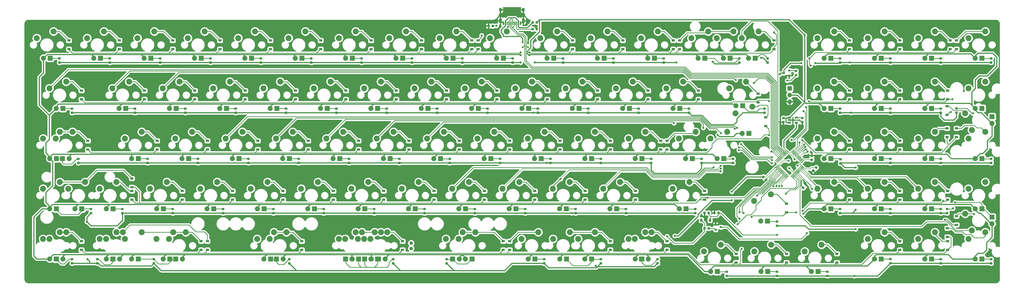
<source format=gbr>
G04 #@! TF.GenerationSoftware,KiCad,Pcbnew,(5.1.5)-3*
G04 #@! TF.CreationDate,2020-05-17T23:13:09+01:00*
G04 #@! TF.ProjectId,cypher,63797068-6572-42e6-9b69-6361645f7063,rev?*
G04 #@! TF.SameCoordinates,Original*
G04 #@! TF.FileFunction,Copper,L2,Bot*
G04 #@! TF.FilePolarity,Positive*
%FSLAX46Y46*%
G04 Gerber Fmt 4.6, Leading zero omitted, Abs format (unit mm)*
G04 Created by KiCad (PCBNEW (5.1.5)-3) date 2020-05-17 23:13:09*
%MOMM*%
%LPD*%
G04 APERTURE LIST*
%ADD10R,1.200000X0.900000*%
%ADD11R,0.900000X1.200000*%
%ADD12C,2.250000*%
%ADD13C,1.905000*%
%ADD14R,1.905000X1.905000*%
%ADD15R,0.600000X1.450000*%
%ADD16R,0.300000X1.450000*%
%ADD17O,1.000000X2.100000*%
%ADD18O,1.000000X1.600000*%
%ADD19C,0.100000*%
%ADD20R,1.700000X1.700000*%
%ADD21O,1.700000X1.700000*%
%ADD22R,0.900000X0.800000*%
%ADD23C,1.350000*%
%ADD24O,1.350000X1.350000*%
%ADD25R,0.700000X0.600000*%
%ADD26R,0.700000X1.000000*%
%ADD27R,1.220000X0.650000*%
%ADD28C,0.800000*%
%ADD29C,0.381000*%
%ADD30C,0.200000*%
%ADD31C,0.254000*%
G04 APERTURE END LIST*
D10*
X50301530Y-152782000D03*
X50301530Y-156082000D03*
X66970280Y-167069500D03*
X66970280Y-170369500D03*
X47920280Y-190882000D03*
X47920280Y-194182000D03*
X43157850Y-114682040D03*
X43157850Y-117982040D03*
X47920280Y-133732000D03*
X47920280Y-137032000D03*
X95545280Y-190882000D03*
X95545280Y-194182000D03*
X66970280Y-171832000D03*
X66970280Y-175132000D03*
X62207930Y-114682000D03*
X62207930Y-117982000D03*
X71732780Y-133732000D03*
X71732780Y-137032000D03*
X76495280Y-152782000D03*
X76495280Y-156082000D03*
X93164030Y-190882000D03*
X93164030Y-194182000D03*
X82448640Y-114682000D03*
X82448640Y-117982000D03*
X90782780Y-133732000D03*
X90782780Y-137032000D03*
X95545280Y-152782000D03*
X95545280Y-156082000D03*
X86020280Y-171832000D03*
X86020280Y-175132000D03*
X114595280Y-152782000D03*
X114595280Y-156082000D03*
X131264030Y-190882000D03*
X131264030Y-194182000D03*
X100308090Y-114682000D03*
X100308090Y-117982000D03*
X109832780Y-133732000D03*
X109832780Y-137032000D03*
X105070280Y-171832000D03*
X105070280Y-175132000D03*
X119358170Y-114682040D03*
X119358170Y-117982040D03*
X128882780Y-133732000D03*
X128882780Y-137032000D03*
X133645280Y-152782000D03*
X133645280Y-156082000D03*
X124120280Y-171832000D03*
X124120280Y-175132000D03*
X143170280Y-171832000D03*
X143170280Y-175132000D03*
X138408250Y-114682000D03*
X138408250Y-117982000D03*
X147932780Y-133732000D03*
X147932780Y-137032000D03*
X152695280Y-152782000D03*
X152695280Y-156082000D03*
X169364030Y-190882000D03*
X169364030Y-194182000D03*
X162220280Y-171832000D03*
X162220280Y-175132000D03*
X157457780Y-114682000D03*
X157457780Y-117982000D03*
X166982780Y-133732000D03*
X166982780Y-137032000D03*
X171745280Y-152782000D03*
X171745280Y-156082000D03*
X181270280Y-171832000D03*
X181270280Y-175132000D03*
X176507780Y-114682000D03*
X176507780Y-117982000D03*
X186032780Y-133732000D03*
X186032780Y-137032000D03*
X190795280Y-152782000D03*
X190795280Y-156082000D03*
X200320280Y-171832000D03*
X200320280Y-175132000D03*
X195557780Y-114682000D03*
X195557780Y-117982000D03*
X205082780Y-133732000D03*
X205082780Y-137032000D03*
X209845280Y-152782000D03*
X209845280Y-156082000D03*
X209845270Y-190850000D03*
X209845270Y-194150000D03*
X219370280Y-171832000D03*
X219370280Y-175132000D03*
X228895280Y-152782000D03*
X228895280Y-156082000D03*
X197939750Y-114682000D03*
X197939750Y-117982000D03*
X224132780Y-133732000D03*
X224132780Y-137032000D03*
X247945280Y-190882000D03*
X247945280Y-194182000D03*
X233657780Y-114682000D03*
X233657780Y-117982000D03*
X247945280Y-152782000D03*
X247945280Y-156082000D03*
X243182780Y-133732000D03*
X243182780Y-137032000D03*
X238420280Y-171832000D03*
X238420280Y-175132000D03*
X269376530Y-190882000D03*
X269376530Y-194182000D03*
X252707780Y-114682000D03*
X252707780Y-117982000D03*
X262232780Y-133732000D03*
X262232780Y-137032000D03*
X266995280Y-152782000D03*
X266995280Y-156082000D03*
X257470280Y-171832000D03*
X257470280Y-175132000D03*
X295570280Y-195644500D03*
X295570280Y-198944500D03*
X281282780Y-133732000D03*
X281282780Y-137032000D03*
X283664030Y-171832000D03*
X283664030Y-175132000D03*
X271757780Y-114682000D03*
X271757780Y-117982000D03*
X269377550Y-152782000D03*
X269377550Y-156082000D03*
X274140070Y-114682040D03*
X274140070Y-117982040D03*
X306730400Y-143892000D03*
X306730400Y-147192000D03*
X314620280Y-176594500D03*
X314620280Y-179894500D03*
X314620280Y-195644500D03*
X314620280Y-198944500D03*
X303904650Y-134922625D03*
X303904650Y-138222625D03*
X309857780Y-114682000D03*
X309857780Y-117982000D03*
X338432780Y-114682000D03*
X338432780Y-117982000D03*
X338432780Y-152782000D03*
X338432780Y-156082000D03*
X338432780Y-133732000D03*
X338432780Y-137032000D03*
X338432780Y-171832000D03*
X338432780Y-175132000D03*
X333670280Y-195644500D03*
X333670280Y-198944500D03*
X357482780Y-152782000D03*
X357482780Y-156082000D03*
X357482780Y-114682000D03*
X357482780Y-117982000D03*
X357482780Y-133732000D03*
X357482780Y-137032000D03*
X357482780Y-171832000D03*
X357482780Y-175132000D03*
X357482780Y-190882000D03*
X357482780Y-194182000D03*
X375564400Y-133732000D03*
X375564400Y-137032000D03*
X375342150Y-148019500D03*
X375342150Y-151319500D03*
X375564400Y-190882000D03*
X375564400Y-194182000D03*
X376532780Y-114682000D03*
X376532780Y-117982000D03*
X375564400Y-171832000D03*
X375564400Y-175132000D03*
X375443750Y-185929000D03*
X375443750Y-189229000D03*
X378915510Y-114682040D03*
X378915510Y-117982040D03*
X375342150Y-139637500D03*
X375342150Y-142937500D03*
X378914025Y-148019500D03*
X378914025Y-151319500D03*
X378914025Y-181357000D03*
X378914025Y-184657000D03*
X207464020Y-190882000D03*
X207464020Y-194182000D03*
D11*
X282347400Y-182880000D03*
X285647400Y-182880000D03*
D12*
X42121250Y-130295000D03*
X35771250Y-132835000D03*
D13*
X38311250Y-140455000D03*
D14*
X40851250Y-140455000D03*
D15*
X213949750Y-108136000D03*
X207499750Y-108136000D03*
X213174750Y-108136000D03*
X208274750Y-108136000D03*
D16*
X208974750Y-108136000D03*
X212474750Y-108136000D03*
X209474750Y-108136000D03*
X211974750Y-108136000D03*
X209974750Y-108136000D03*
X211474750Y-108136000D03*
X210974750Y-108136000D03*
X210474750Y-108136000D03*
D17*
X206404750Y-107221000D03*
X215044750Y-107221000D03*
D18*
X206404750Y-103041000D03*
X215044750Y-103041000D03*
G04 #@! TA.AperFunction,SMDPad,CuDef*
D19*
G36*
X313707341Y-143683053D02*
G01*
X313728576Y-143686203D01*
X313749400Y-143691419D01*
X313769612Y-143698651D01*
X313789018Y-143707830D01*
X313807431Y-143718866D01*
X313824674Y-143731654D01*
X313840580Y-143746070D01*
X313854996Y-143761976D01*
X313867784Y-143779219D01*
X313878820Y-143797632D01*
X313887999Y-143817038D01*
X313895231Y-143837250D01*
X313900447Y-143858074D01*
X313903597Y-143879309D01*
X313904650Y-143900750D01*
X313904650Y-144338250D01*
X313903597Y-144359691D01*
X313900447Y-144380926D01*
X313895231Y-144401750D01*
X313887999Y-144421962D01*
X313878820Y-144441368D01*
X313867784Y-144459781D01*
X313854996Y-144477024D01*
X313840580Y-144492930D01*
X313824674Y-144507346D01*
X313807431Y-144520134D01*
X313789018Y-144531170D01*
X313769612Y-144540349D01*
X313749400Y-144547581D01*
X313728576Y-144552797D01*
X313707341Y-144555947D01*
X313685900Y-144557000D01*
X313173400Y-144557000D01*
X313151959Y-144555947D01*
X313130724Y-144552797D01*
X313109900Y-144547581D01*
X313089688Y-144540349D01*
X313070282Y-144531170D01*
X313051869Y-144520134D01*
X313034626Y-144507346D01*
X313018720Y-144492930D01*
X313004304Y-144477024D01*
X312991516Y-144459781D01*
X312980480Y-144441368D01*
X312971301Y-144421962D01*
X312964069Y-144401750D01*
X312958853Y-144380926D01*
X312955703Y-144359691D01*
X312954650Y-144338250D01*
X312954650Y-143900750D01*
X312955703Y-143879309D01*
X312958853Y-143858074D01*
X312964069Y-143837250D01*
X312971301Y-143817038D01*
X312980480Y-143797632D01*
X312991516Y-143779219D01*
X313004304Y-143761976D01*
X313018720Y-143746070D01*
X313034626Y-143731654D01*
X313051869Y-143718866D01*
X313070282Y-143707830D01*
X313089688Y-143698651D01*
X313109900Y-143691419D01*
X313130724Y-143686203D01*
X313151959Y-143683053D01*
X313173400Y-143682000D01*
X313685900Y-143682000D01*
X313707341Y-143683053D01*
G37*
G04 #@! TD.AperFunction*
G04 #@! TA.AperFunction,SMDPad,CuDef*
G36*
X313707341Y-145258053D02*
G01*
X313728576Y-145261203D01*
X313749400Y-145266419D01*
X313769612Y-145273651D01*
X313789018Y-145282830D01*
X313807431Y-145293866D01*
X313824674Y-145306654D01*
X313840580Y-145321070D01*
X313854996Y-145336976D01*
X313867784Y-145354219D01*
X313878820Y-145372632D01*
X313887999Y-145392038D01*
X313895231Y-145412250D01*
X313900447Y-145433074D01*
X313903597Y-145454309D01*
X313904650Y-145475750D01*
X313904650Y-145913250D01*
X313903597Y-145934691D01*
X313900447Y-145955926D01*
X313895231Y-145976750D01*
X313887999Y-145996962D01*
X313878820Y-146016368D01*
X313867784Y-146034781D01*
X313854996Y-146052024D01*
X313840580Y-146067930D01*
X313824674Y-146082346D01*
X313807431Y-146095134D01*
X313789018Y-146106170D01*
X313769612Y-146115349D01*
X313749400Y-146122581D01*
X313728576Y-146127797D01*
X313707341Y-146130947D01*
X313685900Y-146132000D01*
X313173400Y-146132000D01*
X313151959Y-146130947D01*
X313130724Y-146127797D01*
X313109900Y-146122581D01*
X313089688Y-146115349D01*
X313070282Y-146106170D01*
X313051869Y-146095134D01*
X313034626Y-146082346D01*
X313018720Y-146067930D01*
X313004304Y-146052024D01*
X312991516Y-146034781D01*
X312980480Y-146016368D01*
X312971301Y-145996962D01*
X312964069Y-145976750D01*
X312958853Y-145955926D01*
X312955703Y-145934691D01*
X312954650Y-145913250D01*
X312954650Y-145475750D01*
X312955703Y-145454309D01*
X312958853Y-145433074D01*
X312964069Y-145412250D01*
X312971301Y-145392038D01*
X312980480Y-145372632D01*
X312991516Y-145354219D01*
X313004304Y-145336976D01*
X313018720Y-145321070D01*
X313034626Y-145306654D01*
X313051869Y-145293866D01*
X313070282Y-145282830D01*
X313089688Y-145273651D01*
X313109900Y-145266419D01*
X313130724Y-145261203D01*
X313151959Y-145258053D01*
X313173400Y-145257000D01*
X313685900Y-145257000D01*
X313707341Y-145258053D01*
G37*
G04 #@! TD.AperFunction*
D12*
X299292750Y-130295000D03*
X292942750Y-132835000D03*
D13*
X295482750Y-139455000D03*
D14*
X298022750Y-139455000D03*
G04 #@! TA.AperFunction,SMDPad,CuDef*
D19*
G36*
X325824171Y-162338580D02*
G01*
X325845406Y-162341730D01*
X325866230Y-162346946D01*
X325886442Y-162354178D01*
X325905848Y-162363357D01*
X325924261Y-162374393D01*
X325941504Y-162387181D01*
X325957410Y-162401597D01*
X326319803Y-162763990D01*
X326334219Y-162779896D01*
X326347007Y-162797139D01*
X326358043Y-162815552D01*
X326367222Y-162834958D01*
X326374454Y-162855170D01*
X326379670Y-162875994D01*
X326382820Y-162897229D01*
X326383873Y-162918670D01*
X326382820Y-162940111D01*
X326379670Y-162961346D01*
X326374454Y-162982170D01*
X326367222Y-163002382D01*
X326358043Y-163021788D01*
X326347007Y-163040201D01*
X326334219Y-163057444D01*
X326319803Y-163073350D01*
X326010444Y-163382709D01*
X325994538Y-163397125D01*
X325977295Y-163409913D01*
X325958882Y-163420949D01*
X325939476Y-163430128D01*
X325919264Y-163437360D01*
X325898440Y-163442576D01*
X325877205Y-163445726D01*
X325855764Y-163446779D01*
X325834323Y-163445726D01*
X325813088Y-163442576D01*
X325792264Y-163437360D01*
X325772052Y-163430128D01*
X325752646Y-163420949D01*
X325734233Y-163409913D01*
X325716990Y-163397125D01*
X325701084Y-163382709D01*
X325338691Y-163020316D01*
X325324275Y-163004410D01*
X325311487Y-162987167D01*
X325300451Y-162968754D01*
X325291272Y-162949348D01*
X325284040Y-162929136D01*
X325278824Y-162908312D01*
X325275674Y-162887077D01*
X325274621Y-162865636D01*
X325275674Y-162844195D01*
X325278824Y-162822960D01*
X325284040Y-162802136D01*
X325291272Y-162781924D01*
X325300451Y-162762518D01*
X325311487Y-162744105D01*
X325324275Y-162726862D01*
X325338691Y-162710956D01*
X325648050Y-162401597D01*
X325663956Y-162387181D01*
X325681199Y-162374393D01*
X325699612Y-162363357D01*
X325719018Y-162354178D01*
X325739230Y-162346946D01*
X325760054Y-162341730D01*
X325781289Y-162338580D01*
X325802730Y-162337527D01*
X325824171Y-162338580D01*
G37*
G04 #@! TD.AperFunction*
G04 #@! TA.AperFunction,SMDPad,CuDef*
G36*
X324710477Y-163452274D02*
G01*
X324731712Y-163455424D01*
X324752536Y-163460640D01*
X324772748Y-163467872D01*
X324792154Y-163477051D01*
X324810567Y-163488087D01*
X324827810Y-163500875D01*
X324843716Y-163515291D01*
X325206109Y-163877684D01*
X325220525Y-163893590D01*
X325233313Y-163910833D01*
X325244349Y-163929246D01*
X325253528Y-163948652D01*
X325260760Y-163968864D01*
X325265976Y-163989688D01*
X325269126Y-164010923D01*
X325270179Y-164032364D01*
X325269126Y-164053805D01*
X325265976Y-164075040D01*
X325260760Y-164095864D01*
X325253528Y-164116076D01*
X325244349Y-164135482D01*
X325233313Y-164153895D01*
X325220525Y-164171138D01*
X325206109Y-164187044D01*
X324896750Y-164496403D01*
X324880844Y-164510819D01*
X324863601Y-164523607D01*
X324845188Y-164534643D01*
X324825782Y-164543822D01*
X324805570Y-164551054D01*
X324784746Y-164556270D01*
X324763511Y-164559420D01*
X324742070Y-164560473D01*
X324720629Y-164559420D01*
X324699394Y-164556270D01*
X324678570Y-164551054D01*
X324658358Y-164543822D01*
X324638952Y-164534643D01*
X324620539Y-164523607D01*
X324603296Y-164510819D01*
X324587390Y-164496403D01*
X324224997Y-164134010D01*
X324210581Y-164118104D01*
X324197793Y-164100861D01*
X324186757Y-164082448D01*
X324177578Y-164063042D01*
X324170346Y-164042830D01*
X324165130Y-164022006D01*
X324161980Y-164000771D01*
X324160927Y-163979330D01*
X324161980Y-163957889D01*
X324165130Y-163936654D01*
X324170346Y-163915830D01*
X324177578Y-163895618D01*
X324186757Y-163876212D01*
X324197793Y-163857799D01*
X324210581Y-163840556D01*
X324224997Y-163824650D01*
X324534356Y-163515291D01*
X324550262Y-163500875D01*
X324567505Y-163488087D01*
X324585918Y-163477051D01*
X324605324Y-163467872D01*
X324625536Y-163460640D01*
X324646360Y-163455424D01*
X324667595Y-163452274D01*
X324689036Y-163451221D01*
X324710477Y-163452274D01*
G37*
G04 #@! TD.AperFunction*
G04 #@! TA.AperFunction,SMDPad,CuDef*
G36*
X320900477Y-170056274D02*
G01*
X320921712Y-170059424D01*
X320942536Y-170064640D01*
X320962748Y-170071872D01*
X320982154Y-170081051D01*
X321000567Y-170092087D01*
X321017810Y-170104875D01*
X321033716Y-170119291D01*
X321396109Y-170481684D01*
X321410525Y-170497590D01*
X321423313Y-170514833D01*
X321434349Y-170533246D01*
X321443528Y-170552652D01*
X321450760Y-170572864D01*
X321455976Y-170593688D01*
X321459126Y-170614923D01*
X321460179Y-170636364D01*
X321459126Y-170657805D01*
X321455976Y-170679040D01*
X321450760Y-170699864D01*
X321443528Y-170720076D01*
X321434349Y-170739482D01*
X321423313Y-170757895D01*
X321410525Y-170775138D01*
X321396109Y-170791044D01*
X321086750Y-171100403D01*
X321070844Y-171114819D01*
X321053601Y-171127607D01*
X321035188Y-171138643D01*
X321015782Y-171147822D01*
X320995570Y-171155054D01*
X320974746Y-171160270D01*
X320953511Y-171163420D01*
X320932070Y-171164473D01*
X320910629Y-171163420D01*
X320889394Y-171160270D01*
X320868570Y-171155054D01*
X320848358Y-171147822D01*
X320828952Y-171138643D01*
X320810539Y-171127607D01*
X320793296Y-171114819D01*
X320777390Y-171100403D01*
X320414997Y-170738010D01*
X320400581Y-170722104D01*
X320387793Y-170704861D01*
X320376757Y-170686448D01*
X320367578Y-170667042D01*
X320360346Y-170646830D01*
X320355130Y-170626006D01*
X320351980Y-170604771D01*
X320350927Y-170583330D01*
X320351980Y-170561889D01*
X320355130Y-170540654D01*
X320360346Y-170519830D01*
X320367578Y-170499618D01*
X320376757Y-170480212D01*
X320387793Y-170461799D01*
X320400581Y-170444556D01*
X320414997Y-170428650D01*
X320724356Y-170119291D01*
X320740262Y-170104875D01*
X320757505Y-170092087D01*
X320775918Y-170081051D01*
X320795324Y-170071872D01*
X320815536Y-170064640D01*
X320836360Y-170059424D01*
X320857595Y-170056274D01*
X320879036Y-170055221D01*
X320900477Y-170056274D01*
G37*
G04 #@! TD.AperFunction*
G04 #@! TA.AperFunction,SMDPad,CuDef*
G36*
X322014171Y-168942580D02*
G01*
X322035406Y-168945730D01*
X322056230Y-168950946D01*
X322076442Y-168958178D01*
X322095848Y-168967357D01*
X322114261Y-168978393D01*
X322131504Y-168991181D01*
X322147410Y-169005597D01*
X322509803Y-169367990D01*
X322524219Y-169383896D01*
X322537007Y-169401139D01*
X322548043Y-169419552D01*
X322557222Y-169438958D01*
X322564454Y-169459170D01*
X322569670Y-169479994D01*
X322572820Y-169501229D01*
X322573873Y-169522670D01*
X322572820Y-169544111D01*
X322569670Y-169565346D01*
X322564454Y-169586170D01*
X322557222Y-169606382D01*
X322548043Y-169625788D01*
X322537007Y-169644201D01*
X322524219Y-169661444D01*
X322509803Y-169677350D01*
X322200444Y-169986709D01*
X322184538Y-170001125D01*
X322167295Y-170013913D01*
X322148882Y-170024949D01*
X322129476Y-170034128D01*
X322109264Y-170041360D01*
X322088440Y-170046576D01*
X322067205Y-170049726D01*
X322045764Y-170050779D01*
X322024323Y-170049726D01*
X322003088Y-170046576D01*
X321982264Y-170041360D01*
X321962052Y-170034128D01*
X321942646Y-170024949D01*
X321924233Y-170013913D01*
X321906990Y-170001125D01*
X321891084Y-169986709D01*
X321528691Y-169624316D01*
X321514275Y-169608410D01*
X321501487Y-169591167D01*
X321490451Y-169572754D01*
X321481272Y-169553348D01*
X321474040Y-169533136D01*
X321468824Y-169512312D01*
X321465674Y-169491077D01*
X321464621Y-169469636D01*
X321465674Y-169448195D01*
X321468824Y-169426960D01*
X321474040Y-169406136D01*
X321481272Y-169385924D01*
X321490451Y-169366518D01*
X321501487Y-169348105D01*
X321514275Y-169330862D01*
X321528691Y-169314956D01*
X321838050Y-169005597D01*
X321853956Y-168991181D01*
X321871199Y-168978393D01*
X321889612Y-168967357D01*
X321909018Y-168958178D01*
X321929230Y-168950946D01*
X321950054Y-168945730D01*
X321971289Y-168942580D01*
X321992730Y-168941527D01*
X322014171Y-168942580D01*
G37*
G04 #@! TD.AperFunction*
G04 #@! TA.AperFunction,SMDPad,CuDef*
G36*
X324422966Y-159545553D02*
G01*
X324444201Y-159548703D01*
X324465025Y-159553919D01*
X324485237Y-159561151D01*
X324504643Y-159570330D01*
X324523056Y-159581366D01*
X324540299Y-159594154D01*
X324556205Y-159608570D01*
X324570621Y-159624476D01*
X324583409Y-159641719D01*
X324594445Y-159660132D01*
X324603624Y-159679538D01*
X324610856Y-159699750D01*
X324616072Y-159720574D01*
X324619222Y-159741809D01*
X324620275Y-159763250D01*
X324620275Y-160200750D01*
X324619222Y-160222191D01*
X324616072Y-160243426D01*
X324610856Y-160264250D01*
X324603624Y-160284462D01*
X324594445Y-160303868D01*
X324583409Y-160322281D01*
X324570621Y-160339524D01*
X324556205Y-160355430D01*
X324540299Y-160369846D01*
X324523056Y-160382634D01*
X324504643Y-160393670D01*
X324485237Y-160402849D01*
X324465025Y-160410081D01*
X324444201Y-160415297D01*
X324422966Y-160418447D01*
X324401525Y-160419500D01*
X323889025Y-160419500D01*
X323867584Y-160418447D01*
X323846349Y-160415297D01*
X323825525Y-160410081D01*
X323805313Y-160402849D01*
X323785907Y-160393670D01*
X323767494Y-160382634D01*
X323750251Y-160369846D01*
X323734345Y-160355430D01*
X323719929Y-160339524D01*
X323707141Y-160322281D01*
X323696105Y-160303868D01*
X323686926Y-160284462D01*
X323679694Y-160264250D01*
X323674478Y-160243426D01*
X323671328Y-160222191D01*
X323670275Y-160200750D01*
X323670275Y-159763250D01*
X323671328Y-159741809D01*
X323674478Y-159720574D01*
X323679694Y-159699750D01*
X323686926Y-159679538D01*
X323696105Y-159660132D01*
X323707141Y-159641719D01*
X323719929Y-159624476D01*
X323734345Y-159608570D01*
X323750251Y-159594154D01*
X323767494Y-159581366D01*
X323785907Y-159570330D01*
X323805313Y-159561151D01*
X323825525Y-159553919D01*
X323846349Y-159548703D01*
X323867584Y-159545553D01*
X323889025Y-159544500D01*
X324401525Y-159544500D01*
X324422966Y-159545553D01*
G37*
G04 #@! TD.AperFunction*
G04 #@! TA.AperFunction,SMDPad,CuDef*
G36*
X324422966Y-157970553D02*
G01*
X324444201Y-157973703D01*
X324465025Y-157978919D01*
X324485237Y-157986151D01*
X324504643Y-157995330D01*
X324523056Y-158006366D01*
X324540299Y-158019154D01*
X324556205Y-158033570D01*
X324570621Y-158049476D01*
X324583409Y-158066719D01*
X324594445Y-158085132D01*
X324603624Y-158104538D01*
X324610856Y-158124750D01*
X324616072Y-158145574D01*
X324619222Y-158166809D01*
X324620275Y-158188250D01*
X324620275Y-158625750D01*
X324619222Y-158647191D01*
X324616072Y-158668426D01*
X324610856Y-158689250D01*
X324603624Y-158709462D01*
X324594445Y-158728868D01*
X324583409Y-158747281D01*
X324570621Y-158764524D01*
X324556205Y-158780430D01*
X324540299Y-158794846D01*
X324523056Y-158807634D01*
X324504643Y-158818670D01*
X324485237Y-158827849D01*
X324465025Y-158835081D01*
X324444201Y-158840297D01*
X324422966Y-158843447D01*
X324401525Y-158844500D01*
X323889025Y-158844500D01*
X323867584Y-158843447D01*
X323846349Y-158840297D01*
X323825525Y-158835081D01*
X323805313Y-158827849D01*
X323785907Y-158818670D01*
X323767494Y-158807634D01*
X323750251Y-158794846D01*
X323734345Y-158780430D01*
X323719929Y-158764524D01*
X323707141Y-158747281D01*
X323696105Y-158728868D01*
X323686926Y-158709462D01*
X323679694Y-158689250D01*
X323674478Y-158668426D01*
X323671328Y-158647191D01*
X323670275Y-158625750D01*
X323670275Y-158188250D01*
X323671328Y-158166809D01*
X323674478Y-158145574D01*
X323679694Y-158124750D01*
X323686926Y-158104538D01*
X323696105Y-158085132D01*
X323707141Y-158066719D01*
X323719929Y-158049476D01*
X323734345Y-158033570D01*
X323750251Y-158019154D01*
X323767494Y-158006366D01*
X323785907Y-157995330D01*
X323805313Y-157986151D01*
X323825525Y-157978919D01*
X323846349Y-157973703D01*
X323867584Y-157970553D01*
X323889025Y-157969500D01*
X324401525Y-157969500D01*
X324422966Y-157970553D01*
G37*
G04 #@! TD.AperFunction*
G04 #@! TA.AperFunction,SMDPad,CuDef*
G36*
X305840511Y-165894580D02*
G01*
X305861746Y-165897730D01*
X305882570Y-165902946D01*
X305902782Y-165910178D01*
X305922188Y-165919357D01*
X305940601Y-165930393D01*
X305957844Y-165943181D01*
X305973750Y-165957597D01*
X306283109Y-166266956D01*
X306297525Y-166282862D01*
X306310313Y-166300105D01*
X306321349Y-166318518D01*
X306330528Y-166337924D01*
X306337760Y-166358136D01*
X306342976Y-166378960D01*
X306346126Y-166400195D01*
X306347179Y-166421636D01*
X306346126Y-166443077D01*
X306342976Y-166464312D01*
X306337760Y-166485136D01*
X306330528Y-166505348D01*
X306321349Y-166524754D01*
X306310313Y-166543167D01*
X306297525Y-166560410D01*
X306283109Y-166576316D01*
X305920716Y-166938709D01*
X305904810Y-166953125D01*
X305887567Y-166965913D01*
X305869154Y-166976949D01*
X305849748Y-166986128D01*
X305829536Y-166993360D01*
X305808712Y-166998576D01*
X305787477Y-167001726D01*
X305766036Y-167002779D01*
X305744595Y-167001726D01*
X305723360Y-166998576D01*
X305702536Y-166993360D01*
X305682324Y-166986128D01*
X305662918Y-166976949D01*
X305644505Y-166965913D01*
X305627262Y-166953125D01*
X305611356Y-166938709D01*
X305301997Y-166629350D01*
X305287581Y-166613444D01*
X305274793Y-166596201D01*
X305263757Y-166577788D01*
X305254578Y-166558382D01*
X305247346Y-166538170D01*
X305242130Y-166517346D01*
X305238980Y-166496111D01*
X305237927Y-166474670D01*
X305238980Y-166453229D01*
X305242130Y-166431994D01*
X305247346Y-166411170D01*
X305254578Y-166390958D01*
X305263757Y-166371552D01*
X305274793Y-166353139D01*
X305287581Y-166335896D01*
X305301997Y-166319990D01*
X305664390Y-165957597D01*
X305680296Y-165943181D01*
X305697539Y-165930393D01*
X305715952Y-165919357D01*
X305735358Y-165910178D01*
X305755570Y-165902946D01*
X305776394Y-165897730D01*
X305797629Y-165894580D01*
X305819070Y-165893527D01*
X305840511Y-165894580D01*
G37*
G04 #@! TD.AperFunction*
G04 #@! TA.AperFunction,SMDPad,CuDef*
G36*
X306954205Y-167008274D02*
G01*
X306975440Y-167011424D01*
X306996264Y-167016640D01*
X307016476Y-167023872D01*
X307035882Y-167033051D01*
X307054295Y-167044087D01*
X307071538Y-167056875D01*
X307087444Y-167071291D01*
X307396803Y-167380650D01*
X307411219Y-167396556D01*
X307424007Y-167413799D01*
X307435043Y-167432212D01*
X307444222Y-167451618D01*
X307451454Y-167471830D01*
X307456670Y-167492654D01*
X307459820Y-167513889D01*
X307460873Y-167535330D01*
X307459820Y-167556771D01*
X307456670Y-167578006D01*
X307451454Y-167598830D01*
X307444222Y-167619042D01*
X307435043Y-167638448D01*
X307424007Y-167656861D01*
X307411219Y-167674104D01*
X307396803Y-167690010D01*
X307034410Y-168052403D01*
X307018504Y-168066819D01*
X307001261Y-168079607D01*
X306982848Y-168090643D01*
X306963442Y-168099822D01*
X306943230Y-168107054D01*
X306922406Y-168112270D01*
X306901171Y-168115420D01*
X306879730Y-168116473D01*
X306858289Y-168115420D01*
X306837054Y-168112270D01*
X306816230Y-168107054D01*
X306796018Y-168099822D01*
X306776612Y-168090643D01*
X306758199Y-168079607D01*
X306740956Y-168066819D01*
X306725050Y-168052403D01*
X306415691Y-167743044D01*
X306401275Y-167727138D01*
X306388487Y-167709895D01*
X306377451Y-167691482D01*
X306368272Y-167672076D01*
X306361040Y-167651864D01*
X306355824Y-167631040D01*
X306352674Y-167609805D01*
X306351621Y-167588364D01*
X306352674Y-167566923D01*
X306355824Y-167545688D01*
X306361040Y-167524864D01*
X306368272Y-167504652D01*
X306377451Y-167485246D01*
X306388487Y-167466833D01*
X306401275Y-167449590D01*
X306415691Y-167433684D01*
X306778084Y-167071291D01*
X306793990Y-167056875D01*
X306811233Y-167044087D01*
X306829646Y-167033051D01*
X306849052Y-167023872D01*
X306869264Y-167016640D01*
X306890088Y-167011424D01*
X306911323Y-167008274D01*
X306932764Y-167007221D01*
X306954205Y-167008274D01*
G37*
G04 #@! TD.AperFunction*
D12*
X163569650Y-187452000D03*
X157219650Y-189992000D03*
D13*
X162799650Y-197612000D03*
D14*
X160259650Y-197612000D03*
D12*
X120707150Y-187452000D03*
X114357150Y-189992000D03*
D13*
X116897150Y-197612000D03*
D14*
X119437150Y-197612000D03*
D20*
X315810900Y-132842000D03*
D21*
X315810900Y-135382000D03*
X315810900Y-137922000D03*
D14*
X47993750Y-178555000D03*
D13*
X45453750Y-178555000D03*
D12*
X42913750Y-170935000D03*
X49263750Y-168395000D03*
X42120250Y-187445000D03*
X35770250Y-189985000D03*
D13*
X40850250Y-197605000D03*
D14*
X38310250Y-197605000D03*
X38468750Y-159505000D03*
D13*
X35928750Y-159505000D03*
D12*
X33388750Y-151885000D03*
X39738750Y-149345000D03*
D14*
X36088750Y-121405000D03*
D13*
X33548750Y-121405000D03*
D12*
X31008750Y-113785000D03*
X37358750Y-111245000D03*
X44501250Y-149345000D03*
X38151250Y-151885000D03*
D13*
X43231250Y-159505000D03*
D14*
X40691250Y-159505000D03*
X38468750Y-178555000D03*
D13*
X35928750Y-178555000D03*
D12*
X33388750Y-170935000D03*
X39738750Y-168395000D03*
D14*
X38468750Y-197605000D03*
D13*
X35928750Y-197605000D03*
D12*
X33388750Y-189985000D03*
X39738750Y-187445000D03*
D14*
X55138750Y-121405000D03*
D13*
X52598750Y-121405000D03*
D12*
X50058750Y-113785000D03*
X56408750Y-111245000D03*
X65931250Y-130295000D03*
X59581250Y-132835000D03*
D13*
X62121250Y-140455000D03*
D14*
X64661250Y-140455000D03*
D12*
X70693750Y-149345000D03*
X64343750Y-151885000D03*
D13*
X66883750Y-159505000D03*
D14*
X69423750Y-159505000D03*
X59898750Y-178555000D03*
D13*
X57358750Y-178555000D03*
D12*
X54818750Y-170935000D03*
X61168750Y-168395000D03*
X61169950Y-187445000D03*
X54819950Y-189985000D03*
D13*
X57359950Y-197605000D03*
D14*
X59899950Y-197605000D03*
X69425250Y-197605000D03*
D13*
X66885250Y-197605000D03*
D12*
X64345250Y-189985000D03*
X70695250Y-187445000D03*
X75458750Y-111245000D03*
X69108750Y-113785000D03*
D13*
X71648750Y-121405000D03*
D14*
X74188750Y-121405000D03*
X83711250Y-140455000D03*
D13*
X81171250Y-140455000D03*
D12*
X78631250Y-132835000D03*
X84981250Y-130295000D03*
D14*
X88473750Y-159505000D03*
D13*
X85933750Y-159505000D03*
D12*
X83393750Y-151885000D03*
X89743750Y-149345000D03*
X80219250Y-168395000D03*
X73869250Y-170935000D03*
D13*
X76409250Y-178555000D03*
D14*
X78949250Y-178555000D03*
D12*
X82601250Y-187445000D03*
X76251250Y-189985000D03*
D13*
X78791250Y-197605000D03*
D14*
X81331250Y-197605000D03*
X93238750Y-121405000D03*
D13*
X90698750Y-121405000D03*
D12*
X88158750Y-113785000D03*
X94508750Y-111245000D03*
X104031250Y-130295000D03*
X97681250Y-132835000D03*
D13*
X100221250Y-140455000D03*
D14*
X102761250Y-140455000D03*
D12*
X108793750Y-149345000D03*
X102443750Y-151885000D03*
D13*
X104983750Y-159505000D03*
D14*
X107523750Y-159505000D03*
D12*
X99268750Y-168395000D03*
X92918750Y-170935000D03*
D13*
X95458750Y-178555000D03*
D14*
X97998750Y-178555000D03*
X83553750Y-197605000D03*
D13*
X86093750Y-197605000D03*
D12*
X81013750Y-189985000D03*
X87363750Y-187445000D03*
X113558750Y-111245000D03*
X107208750Y-113785000D03*
D13*
X109748750Y-121405000D03*
D14*
X112288750Y-121405000D03*
X121811250Y-140455000D03*
D13*
X119271250Y-140455000D03*
D12*
X116731250Y-132835000D03*
X123081250Y-130295000D03*
D14*
X126573750Y-159505000D03*
D13*
X124033750Y-159505000D03*
D12*
X121493750Y-151885000D03*
X127843750Y-149345000D03*
D14*
X117048750Y-178555000D03*
D13*
X114508750Y-178555000D03*
D12*
X111968750Y-170935000D03*
X118318750Y-168395000D03*
D14*
X131338750Y-121405000D03*
D13*
X128798750Y-121405000D03*
D12*
X126258750Y-113785000D03*
X132608750Y-111245000D03*
X142131250Y-130295000D03*
X135781250Y-132835000D03*
D13*
X138321250Y-140455000D03*
D14*
X140861250Y-140455000D03*
D12*
X146898750Y-149345000D03*
X140548750Y-151885000D03*
D13*
X143088750Y-159505000D03*
D14*
X145628750Y-159505000D03*
X136098750Y-178555000D03*
D13*
X133558750Y-178555000D03*
D12*
X131018750Y-170935000D03*
X137368750Y-168395000D03*
X158801250Y-187445000D03*
X152451250Y-189985000D03*
D13*
X157531250Y-197605000D03*
D14*
X154991250Y-197605000D03*
D12*
X151658750Y-111245000D03*
X145308750Y-113785000D03*
D13*
X147848750Y-121405000D03*
D14*
X150388750Y-121405000D03*
D12*
X161181250Y-130295000D03*
X154831250Y-132835000D03*
D13*
X157371250Y-140455000D03*
D14*
X159911250Y-140455000D03*
X164678750Y-159505000D03*
D13*
X162138750Y-159505000D03*
D12*
X159598750Y-151885000D03*
X165948750Y-149345000D03*
X156418750Y-168395000D03*
X150068750Y-170935000D03*
D13*
X152608750Y-178555000D03*
D14*
X155148750Y-178555000D03*
D12*
X161182750Y-187445000D03*
X154832750Y-189985000D03*
D13*
X157372750Y-197605000D03*
D14*
X159912750Y-197605000D03*
X169438750Y-121405000D03*
D13*
X166898750Y-121405000D03*
D12*
X164358750Y-113785000D03*
X170708750Y-111245000D03*
D14*
X178961250Y-140455000D03*
D13*
X176421250Y-140455000D03*
D12*
X173881250Y-132835000D03*
X180231250Y-130295000D03*
X184998750Y-149345000D03*
X178648750Y-151885000D03*
D13*
X181188750Y-159505000D03*
D14*
X183728750Y-159505000D03*
X174198750Y-178555000D03*
D13*
X171658750Y-178555000D03*
D12*
X169118750Y-170935000D03*
X175468750Y-168395000D03*
X189758750Y-111245000D03*
X183408750Y-113785000D03*
D13*
X185948750Y-121405000D03*
D14*
X188488750Y-121405000D03*
D12*
X199281250Y-130295000D03*
X192931250Y-132835000D03*
D13*
X195471250Y-140455000D03*
D14*
X198011250Y-140455000D03*
X202778750Y-159505000D03*
D13*
X200238750Y-159505000D03*
D12*
X197698750Y-151885000D03*
X204048750Y-149345000D03*
X194518750Y-168395000D03*
X188168750Y-170935000D03*
D13*
X190708750Y-178555000D03*
D14*
X193248750Y-178555000D03*
X207538750Y-121405000D03*
D13*
X204998750Y-121405000D03*
D12*
X202458750Y-113785000D03*
X208808750Y-111245000D03*
D14*
X217061250Y-140455000D03*
D13*
X214521250Y-140455000D03*
D12*
X211981250Y-132835000D03*
X218331250Y-130295000D03*
X223098750Y-149345000D03*
X216748750Y-151885000D03*
D13*
X219288750Y-159505000D03*
D14*
X221828750Y-159505000D03*
X212298750Y-178555000D03*
D13*
X209758750Y-178555000D03*
D12*
X207218750Y-170935000D03*
X213568750Y-168395000D03*
X220713750Y-187445000D03*
X214363750Y-189985000D03*
D13*
X216903750Y-197605000D03*
D14*
X219443750Y-197605000D03*
X231350250Y-197605000D03*
D13*
X228810250Y-197605000D03*
D12*
X226270250Y-189985000D03*
X232620250Y-187445000D03*
X227858750Y-111245000D03*
X221508750Y-113785000D03*
D13*
X224048750Y-121405000D03*
D14*
X226588750Y-121405000D03*
D12*
X237381250Y-130295000D03*
X231031250Y-132835000D03*
D13*
X233571250Y-140455000D03*
D14*
X236111250Y-140455000D03*
X240878750Y-159505000D03*
D13*
X238338750Y-159505000D03*
D12*
X235798750Y-151885000D03*
X242148750Y-149345000D03*
D14*
X231348750Y-178555000D03*
D13*
X228808750Y-178555000D03*
D12*
X226268750Y-170935000D03*
X232618750Y-168395000D03*
X242144750Y-187445000D03*
X235794750Y-189985000D03*
D13*
X238334750Y-197605000D03*
D14*
X240874750Y-197605000D03*
D12*
X261195250Y-187445000D03*
X254845250Y-189985000D03*
D13*
X257385250Y-197605000D03*
D14*
X259925250Y-197605000D03*
X245638750Y-121405000D03*
D13*
X243098750Y-121405000D03*
D12*
X240558750Y-113785000D03*
X246908750Y-111245000D03*
D14*
X255161250Y-140455000D03*
D13*
X252621250Y-140455000D03*
D12*
X250081250Y-132835000D03*
X256431250Y-130295000D03*
D14*
X259928750Y-159505000D03*
D13*
X257388750Y-159505000D03*
D12*
X254848750Y-151885000D03*
X261198750Y-149345000D03*
X251668750Y-168395000D03*
X245318750Y-170935000D03*
D13*
X247858750Y-178555000D03*
D14*
X250398750Y-178555000D03*
D12*
X263575750Y-187445000D03*
X257225750Y-189985000D03*
D13*
X262305750Y-197605000D03*
D14*
X259765750Y-197605000D03*
X264688750Y-121405000D03*
D13*
X262148750Y-121405000D03*
D12*
X259608750Y-113785000D03*
X265958750Y-111245000D03*
X275480250Y-130295000D03*
X269130250Y-132835000D03*
D13*
X271670250Y-140455000D03*
D14*
X274210250Y-140455000D03*
X278978750Y-159505000D03*
D13*
X276438750Y-159505000D03*
D12*
X273898750Y-151885000D03*
X280248750Y-149345000D03*
X277862250Y-168395000D03*
X271512250Y-170935000D03*
D13*
X274052250Y-178555000D03*
D14*
X276592250Y-178555000D03*
X288498750Y-202365000D03*
D13*
X285958750Y-202365000D03*
D12*
X283418750Y-194745000D03*
X289768750Y-192205000D03*
X285008750Y-111245000D03*
X278658750Y-113785000D03*
D13*
X281198750Y-121405000D03*
D14*
X283738750Y-121405000D03*
D12*
X301680250Y-139820000D03*
X295330250Y-142360000D03*
D13*
X297870250Y-149980000D03*
D14*
X300410250Y-149980000D03*
D12*
X294533250Y-111245000D03*
X288183250Y-113785000D03*
D13*
X290723250Y-121405000D03*
D14*
X293263250Y-121405000D03*
D12*
X292154750Y-149345000D03*
X285804750Y-151885000D03*
D13*
X288344750Y-159505000D03*
D14*
X290884750Y-159505000D03*
X307388750Y-183205000D03*
D13*
X304848750Y-183205000D03*
D12*
X302308750Y-175585000D03*
X308658750Y-173045000D03*
X308818750Y-192205000D03*
X302468750Y-194745000D03*
D13*
X305008750Y-202365000D03*
D14*
X307548750Y-202365000D03*
X302788750Y-121405000D03*
D13*
X300248750Y-121405000D03*
D12*
X297708750Y-113785000D03*
X304058750Y-111245000D03*
X332638750Y-111245000D03*
X326288750Y-113785000D03*
D13*
X328828750Y-121405000D03*
D14*
X331368750Y-121405000D03*
X331368750Y-140455000D03*
D13*
X328828750Y-140455000D03*
D12*
X326288750Y-132835000D03*
X332638750Y-130295000D03*
D14*
X331368750Y-159505000D03*
D13*
X328828750Y-159505000D03*
D12*
X326288750Y-151885000D03*
X332638750Y-149345000D03*
X332638750Y-168395000D03*
X326288750Y-170935000D03*
D13*
X328828750Y-178555000D03*
D14*
X331368750Y-178555000D03*
D12*
X327868750Y-192205000D03*
X321518750Y-194745000D03*
D13*
X324058750Y-202365000D03*
D14*
X326598750Y-202365000D03*
X350418750Y-121405000D03*
D13*
X347878750Y-121405000D03*
D12*
X345338750Y-113785000D03*
X351688750Y-111245000D03*
X351688750Y-130295000D03*
X345338750Y-132835000D03*
D13*
X347878750Y-140455000D03*
D14*
X350418750Y-140455000D03*
D12*
X351688750Y-149345000D03*
X345338750Y-151885000D03*
D13*
X347878750Y-159505000D03*
D14*
X350418750Y-159505000D03*
D12*
X351688750Y-168395000D03*
X345338750Y-170935000D03*
D13*
X347878750Y-178555000D03*
D14*
X350418750Y-178555000D03*
X350418750Y-197605000D03*
D13*
X347878750Y-197605000D03*
D12*
X345338750Y-189985000D03*
X351688750Y-187445000D03*
X370738750Y-111245000D03*
X364388750Y-113785000D03*
D13*
X366928750Y-121405000D03*
D14*
X369468750Y-121405000D03*
X369468750Y-140455000D03*
D13*
X366928750Y-140455000D03*
D12*
X364388750Y-132835000D03*
X370738750Y-130295000D03*
X370738750Y-149345000D03*
X364388750Y-151885000D03*
D13*
X366928750Y-159505000D03*
D14*
X369468750Y-159505000D03*
D12*
X370738750Y-168395000D03*
X364388750Y-170935000D03*
D13*
X366928750Y-178555000D03*
D14*
X369468750Y-178555000D03*
X369468750Y-197605000D03*
D13*
X366928750Y-197605000D03*
D12*
X364388750Y-189985000D03*
X370738750Y-187445000D03*
D14*
X388518750Y-140452000D03*
D13*
X385978750Y-140452000D03*
D12*
X383438750Y-132832000D03*
X389788750Y-130292000D03*
X389788750Y-168395000D03*
X383438750Y-170935000D03*
D13*
X385978750Y-178555000D03*
D14*
X388518750Y-178555000D03*
D12*
X389788750Y-187445000D03*
X383438750Y-189985000D03*
D13*
X385978750Y-197605000D03*
D14*
X388518750Y-197605000D03*
X388518750Y-121405000D03*
D13*
X385978750Y-121405000D03*
D12*
X383438750Y-113785000D03*
X389788750Y-111245000D03*
X382168750Y-142355000D03*
X384708750Y-148705000D03*
D13*
X392328750Y-146165000D03*
D14*
X392328750Y-143625000D03*
D12*
X389788750Y-149345000D03*
X383438750Y-151885000D03*
D13*
X385978750Y-159505000D03*
D14*
X388518750Y-159505000D03*
X392328750Y-181725000D03*
D13*
X392328750Y-184265000D03*
D12*
X384708750Y-186805000D03*
X382168750Y-180455000D03*
X154044650Y-187452000D03*
X147694650Y-189992000D03*
D13*
X150234650Y-197612000D03*
D14*
X152774650Y-197612000D03*
X195637150Y-197612000D03*
D13*
X193097150Y-197612000D03*
D12*
X190557150Y-189992000D03*
X196907150Y-187452000D03*
G04 #@! TA.AperFunction,SMDPad,CuDef*
D19*
G36*
X318469841Y-125823678D02*
G01*
X318491076Y-125826828D01*
X318511900Y-125832044D01*
X318532112Y-125839276D01*
X318551518Y-125848455D01*
X318569931Y-125859491D01*
X318587174Y-125872279D01*
X318603080Y-125886695D01*
X318617496Y-125902601D01*
X318630284Y-125919844D01*
X318641320Y-125938257D01*
X318650499Y-125957663D01*
X318657731Y-125977875D01*
X318662947Y-125998699D01*
X318666097Y-126019934D01*
X318667150Y-126041375D01*
X318667150Y-126478875D01*
X318666097Y-126500316D01*
X318662947Y-126521551D01*
X318657731Y-126542375D01*
X318650499Y-126562587D01*
X318641320Y-126581993D01*
X318630284Y-126600406D01*
X318617496Y-126617649D01*
X318603080Y-126633555D01*
X318587174Y-126647971D01*
X318569931Y-126660759D01*
X318551518Y-126671795D01*
X318532112Y-126680974D01*
X318511900Y-126688206D01*
X318491076Y-126693422D01*
X318469841Y-126696572D01*
X318448400Y-126697625D01*
X317935900Y-126697625D01*
X317914459Y-126696572D01*
X317893224Y-126693422D01*
X317872400Y-126688206D01*
X317852188Y-126680974D01*
X317832782Y-126671795D01*
X317814369Y-126660759D01*
X317797126Y-126647971D01*
X317781220Y-126633555D01*
X317766804Y-126617649D01*
X317754016Y-126600406D01*
X317742980Y-126581993D01*
X317733801Y-126562587D01*
X317726569Y-126542375D01*
X317721353Y-126521551D01*
X317718203Y-126500316D01*
X317717150Y-126478875D01*
X317717150Y-126041375D01*
X317718203Y-126019934D01*
X317721353Y-125998699D01*
X317726569Y-125977875D01*
X317733801Y-125957663D01*
X317742980Y-125938257D01*
X317754016Y-125919844D01*
X317766804Y-125902601D01*
X317781220Y-125886695D01*
X317797126Y-125872279D01*
X317814369Y-125859491D01*
X317832782Y-125848455D01*
X317852188Y-125839276D01*
X317872400Y-125832044D01*
X317893224Y-125826828D01*
X317914459Y-125823678D01*
X317935900Y-125822625D01*
X318448400Y-125822625D01*
X318469841Y-125823678D01*
G37*
G04 #@! TD.AperFunction*
G04 #@! TA.AperFunction,SMDPad,CuDef*
G36*
X318469841Y-127398678D02*
G01*
X318491076Y-127401828D01*
X318511900Y-127407044D01*
X318532112Y-127414276D01*
X318551518Y-127423455D01*
X318569931Y-127434491D01*
X318587174Y-127447279D01*
X318603080Y-127461695D01*
X318617496Y-127477601D01*
X318630284Y-127494844D01*
X318641320Y-127513257D01*
X318650499Y-127532663D01*
X318657731Y-127552875D01*
X318662947Y-127573699D01*
X318666097Y-127594934D01*
X318667150Y-127616375D01*
X318667150Y-128053875D01*
X318666097Y-128075316D01*
X318662947Y-128096551D01*
X318657731Y-128117375D01*
X318650499Y-128137587D01*
X318641320Y-128156993D01*
X318630284Y-128175406D01*
X318617496Y-128192649D01*
X318603080Y-128208555D01*
X318587174Y-128222971D01*
X318569931Y-128235759D01*
X318551518Y-128246795D01*
X318532112Y-128255974D01*
X318511900Y-128263206D01*
X318491076Y-128268422D01*
X318469841Y-128271572D01*
X318448400Y-128272625D01*
X317935900Y-128272625D01*
X317914459Y-128271572D01*
X317893224Y-128268422D01*
X317872400Y-128263206D01*
X317852188Y-128255974D01*
X317832782Y-128246795D01*
X317814369Y-128235759D01*
X317797126Y-128222971D01*
X317781220Y-128208555D01*
X317766804Y-128192649D01*
X317754016Y-128175406D01*
X317742980Y-128156993D01*
X317733801Y-128137587D01*
X317726569Y-128117375D01*
X317721353Y-128096551D01*
X317718203Y-128075316D01*
X317717150Y-128053875D01*
X317717150Y-127616375D01*
X317718203Y-127594934D01*
X317721353Y-127573699D01*
X317726569Y-127552875D01*
X317733801Y-127532663D01*
X317742980Y-127513257D01*
X317754016Y-127494844D01*
X317766804Y-127477601D01*
X317781220Y-127461695D01*
X317797126Y-127447279D01*
X317814369Y-127434491D01*
X317832782Y-127423455D01*
X317852188Y-127414276D01*
X317872400Y-127407044D01*
X317893224Y-127401828D01*
X317914459Y-127398678D01*
X317935900Y-127397625D01*
X318448400Y-127397625D01*
X318469841Y-127398678D01*
G37*
G04 #@! TD.AperFunction*
G04 #@! TA.AperFunction,SMDPad,CuDef*
G36*
X39863591Y-121061178D02*
G01*
X39884826Y-121064328D01*
X39905650Y-121069544D01*
X39925862Y-121076776D01*
X39945268Y-121085955D01*
X39963681Y-121096991D01*
X39980924Y-121109779D01*
X39996830Y-121124195D01*
X40011246Y-121140101D01*
X40024034Y-121157344D01*
X40035070Y-121175757D01*
X40044249Y-121195163D01*
X40051481Y-121215375D01*
X40056697Y-121236199D01*
X40059847Y-121257434D01*
X40060900Y-121278875D01*
X40060900Y-121716375D01*
X40059847Y-121737816D01*
X40056697Y-121759051D01*
X40051481Y-121779875D01*
X40044249Y-121800087D01*
X40035070Y-121819493D01*
X40024034Y-121837906D01*
X40011246Y-121855149D01*
X39996830Y-121871055D01*
X39980924Y-121885471D01*
X39963681Y-121898259D01*
X39945268Y-121909295D01*
X39925862Y-121918474D01*
X39905650Y-121925706D01*
X39884826Y-121930922D01*
X39863591Y-121934072D01*
X39842150Y-121935125D01*
X39329650Y-121935125D01*
X39308209Y-121934072D01*
X39286974Y-121930922D01*
X39266150Y-121925706D01*
X39245938Y-121918474D01*
X39226532Y-121909295D01*
X39208119Y-121898259D01*
X39190876Y-121885471D01*
X39174970Y-121871055D01*
X39160554Y-121855149D01*
X39147766Y-121837906D01*
X39136730Y-121819493D01*
X39127551Y-121800087D01*
X39120319Y-121779875D01*
X39115103Y-121759051D01*
X39111953Y-121737816D01*
X39110900Y-121716375D01*
X39110900Y-121278875D01*
X39111953Y-121257434D01*
X39115103Y-121236199D01*
X39120319Y-121215375D01*
X39127551Y-121195163D01*
X39136730Y-121175757D01*
X39147766Y-121157344D01*
X39160554Y-121140101D01*
X39174970Y-121124195D01*
X39190876Y-121109779D01*
X39208119Y-121096991D01*
X39226532Y-121085955D01*
X39245938Y-121076776D01*
X39266150Y-121069544D01*
X39286974Y-121064328D01*
X39308209Y-121061178D01*
X39329650Y-121060125D01*
X39842150Y-121060125D01*
X39863591Y-121061178D01*
G37*
G04 #@! TD.AperFunction*
G04 #@! TA.AperFunction,SMDPad,CuDef*
G36*
X39863591Y-122636178D02*
G01*
X39884826Y-122639328D01*
X39905650Y-122644544D01*
X39925862Y-122651776D01*
X39945268Y-122660955D01*
X39963681Y-122671991D01*
X39980924Y-122684779D01*
X39996830Y-122699195D01*
X40011246Y-122715101D01*
X40024034Y-122732344D01*
X40035070Y-122750757D01*
X40044249Y-122770163D01*
X40051481Y-122790375D01*
X40056697Y-122811199D01*
X40059847Y-122832434D01*
X40060900Y-122853875D01*
X40060900Y-123291375D01*
X40059847Y-123312816D01*
X40056697Y-123334051D01*
X40051481Y-123354875D01*
X40044249Y-123375087D01*
X40035070Y-123394493D01*
X40024034Y-123412906D01*
X40011246Y-123430149D01*
X39996830Y-123446055D01*
X39980924Y-123460471D01*
X39963681Y-123473259D01*
X39945268Y-123484295D01*
X39925862Y-123493474D01*
X39905650Y-123500706D01*
X39884826Y-123505922D01*
X39863591Y-123509072D01*
X39842150Y-123510125D01*
X39329650Y-123510125D01*
X39308209Y-123509072D01*
X39286974Y-123505922D01*
X39266150Y-123500706D01*
X39245938Y-123493474D01*
X39226532Y-123484295D01*
X39208119Y-123473259D01*
X39190876Y-123460471D01*
X39174970Y-123446055D01*
X39160554Y-123430149D01*
X39147766Y-123412906D01*
X39136730Y-123394493D01*
X39127551Y-123375087D01*
X39120319Y-123354875D01*
X39115103Y-123334051D01*
X39111953Y-123312816D01*
X39110900Y-123291375D01*
X39110900Y-122853875D01*
X39111953Y-122832434D01*
X39115103Y-122811199D01*
X39120319Y-122790375D01*
X39127551Y-122770163D01*
X39136730Y-122750757D01*
X39147766Y-122732344D01*
X39160554Y-122715101D01*
X39174970Y-122699195D01*
X39190876Y-122684779D01*
X39208119Y-122671991D01*
X39226532Y-122660955D01*
X39245938Y-122651776D01*
X39266150Y-122644544D01*
X39286974Y-122639328D01*
X39308209Y-122636178D01*
X39329650Y-122635125D01*
X39842150Y-122635125D01*
X39863591Y-122636178D01*
G37*
G04 #@! TD.AperFunction*
G04 #@! TA.AperFunction,SMDPad,CuDef*
G36*
X44626091Y-141686178D02*
G01*
X44647326Y-141689328D01*
X44668150Y-141694544D01*
X44688362Y-141701776D01*
X44707768Y-141710955D01*
X44726181Y-141721991D01*
X44743424Y-141734779D01*
X44759330Y-141749195D01*
X44773746Y-141765101D01*
X44786534Y-141782344D01*
X44797570Y-141800757D01*
X44806749Y-141820163D01*
X44813981Y-141840375D01*
X44819197Y-141861199D01*
X44822347Y-141882434D01*
X44823400Y-141903875D01*
X44823400Y-142341375D01*
X44822347Y-142362816D01*
X44819197Y-142384051D01*
X44813981Y-142404875D01*
X44806749Y-142425087D01*
X44797570Y-142444493D01*
X44786534Y-142462906D01*
X44773746Y-142480149D01*
X44759330Y-142496055D01*
X44743424Y-142510471D01*
X44726181Y-142523259D01*
X44707768Y-142534295D01*
X44688362Y-142543474D01*
X44668150Y-142550706D01*
X44647326Y-142555922D01*
X44626091Y-142559072D01*
X44604650Y-142560125D01*
X44092150Y-142560125D01*
X44070709Y-142559072D01*
X44049474Y-142555922D01*
X44028650Y-142550706D01*
X44008438Y-142543474D01*
X43989032Y-142534295D01*
X43970619Y-142523259D01*
X43953376Y-142510471D01*
X43937470Y-142496055D01*
X43923054Y-142480149D01*
X43910266Y-142462906D01*
X43899230Y-142444493D01*
X43890051Y-142425087D01*
X43882819Y-142404875D01*
X43877603Y-142384051D01*
X43874453Y-142362816D01*
X43873400Y-142341375D01*
X43873400Y-141903875D01*
X43874453Y-141882434D01*
X43877603Y-141861199D01*
X43882819Y-141840375D01*
X43890051Y-141820163D01*
X43899230Y-141800757D01*
X43910266Y-141782344D01*
X43923054Y-141765101D01*
X43937470Y-141749195D01*
X43953376Y-141734779D01*
X43970619Y-141721991D01*
X43989032Y-141710955D01*
X44008438Y-141701776D01*
X44028650Y-141694544D01*
X44049474Y-141689328D01*
X44070709Y-141686178D01*
X44092150Y-141685125D01*
X44604650Y-141685125D01*
X44626091Y-141686178D01*
G37*
G04 #@! TD.AperFunction*
G04 #@! TA.AperFunction,SMDPad,CuDef*
G36*
X44626091Y-140111178D02*
G01*
X44647326Y-140114328D01*
X44668150Y-140119544D01*
X44688362Y-140126776D01*
X44707768Y-140135955D01*
X44726181Y-140146991D01*
X44743424Y-140159779D01*
X44759330Y-140174195D01*
X44773746Y-140190101D01*
X44786534Y-140207344D01*
X44797570Y-140225757D01*
X44806749Y-140245163D01*
X44813981Y-140265375D01*
X44819197Y-140286199D01*
X44822347Y-140307434D01*
X44823400Y-140328875D01*
X44823400Y-140766375D01*
X44822347Y-140787816D01*
X44819197Y-140809051D01*
X44813981Y-140829875D01*
X44806749Y-140850087D01*
X44797570Y-140869493D01*
X44786534Y-140887906D01*
X44773746Y-140905149D01*
X44759330Y-140921055D01*
X44743424Y-140935471D01*
X44726181Y-140948259D01*
X44707768Y-140959295D01*
X44688362Y-140968474D01*
X44668150Y-140975706D01*
X44647326Y-140980922D01*
X44626091Y-140984072D01*
X44604650Y-140985125D01*
X44092150Y-140985125D01*
X44070709Y-140984072D01*
X44049474Y-140980922D01*
X44028650Y-140975706D01*
X44008438Y-140968474D01*
X43989032Y-140959295D01*
X43970619Y-140948259D01*
X43953376Y-140935471D01*
X43937470Y-140921055D01*
X43923054Y-140905149D01*
X43910266Y-140887906D01*
X43899230Y-140869493D01*
X43890051Y-140850087D01*
X43882819Y-140829875D01*
X43877603Y-140809051D01*
X43874453Y-140787816D01*
X43873400Y-140766375D01*
X43873400Y-140328875D01*
X43874453Y-140307434D01*
X43877603Y-140286199D01*
X43882819Y-140265375D01*
X43890051Y-140245163D01*
X43899230Y-140225757D01*
X43910266Y-140207344D01*
X43923054Y-140190101D01*
X43937470Y-140174195D01*
X43953376Y-140159779D01*
X43970619Y-140146991D01*
X43989032Y-140135955D01*
X44008438Y-140126776D01*
X44028650Y-140119544D01*
X44049474Y-140114328D01*
X44070709Y-140111178D01*
X44092150Y-140110125D01*
X44604650Y-140110125D01*
X44626091Y-140111178D01*
G37*
G04 #@! TD.AperFunction*
G04 #@! TA.AperFunction,SMDPad,CuDef*
G36*
X47007341Y-159161178D02*
G01*
X47028576Y-159164328D01*
X47049400Y-159169544D01*
X47069612Y-159176776D01*
X47089018Y-159185955D01*
X47107431Y-159196991D01*
X47124674Y-159209779D01*
X47140580Y-159224195D01*
X47154996Y-159240101D01*
X47167784Y-159257344D01*
X47178820Y-159275757D01*
X47187999Y-159295163D01*
X47195231Y-159315375D01*
X47200447Y-159336199D01*
X47203597Y-159357434D01*
X47204650Y-159378875D01*
X47204650Y-159816375D01*
X47203597Y-159837816D01*
X47200447Y-159859051D01*
X47195231Y-159879875D01*
X47187999Y-159900087D01*
X47178820Y-159919493D01*
X47167784Y-159937906D01*
X47154996Y-159955149D01*
X47140580Y-159971055D01*
X47124674Y-159985471D01*
X47107431Y-159998259D01*
X47089018Y-160009295D01*
X47069612Y-160018474D01*
X47049400Y-160025706D01*
X47028576Y-160030922D01*
X47007341Y-160034072D01*
X46985900Y-160035125D01*
X46473400Y-160035125D01*
X46451959Y-160034072D01*
X46430724Y-160030922D01*
X46409900Y-160025706D01*
X46389688Y-160018474D01*
X46370282Y-160009295D01*
X46351869Y-159998259D01*
X46334626Y-159985471D01*
X46318720Y-159971055D01*
X46304304Y-159955149D01*
X46291516Y-159937906D01*
X46280480Y-159919493D01*
X46271301Y-159900087D01*
X46264069Y-159879875D01*
X46258853Y-159859051D01*
X46255703Y-159837816D01*
X46254650Y-159816375D01*
X46254650Y-159378875D01*
X46255703Y-159357434D01*
X46258853Y-159336199D01*
X46264069Y-159315375D01*
X46271301Y-159295163D01*
X46280480Y-159275757D01*
X46291516Y-159257344D01*
X46304304Y-159240101D01*
X46318720Y-159224195D01*
X46334626Y-159209779D01*
X46351869Y-159196991D01*
X46370282Y-159185955D01*
X46389688Y-159176776D01*
X46409900Y-159169544D01*
X46430724Y-159164328D01*
X46451959Y-159161178D01*
X46473400Y-159160125D01*
X46985900Y-159160125D01*
X47007341Y-159161178D01*
G37*
G04 #@! TD.AperFunction*
G04 #@! TA.AperFunction,SMDPad,CuDef*
G36*
X47007341Y-160736178D02*
G01*
X47028576Y-160739328D01*
X47049400Y-160744544D01*
X47069612Y-160751776D01*
X47089018Y-160760955D01*
X47107431Y-160771991D01*
X47124674Y-160784779D01*
X47140580Y-160799195D01*
X47154996Y-160815101D01*
X47167784Y-160832344D01*
X47178820Y-160850757D01*
X47187999Y-160870163D01*
X47195231Y-160890375D01*
X47200447Y-160911199D01*
X47203597Y-160932434D01*
X47204650Y-160953875D01*
X47204650Y-161391375D01*
X47203597Y-161412816D01*
X47200447Y-161434051D01*
X47195231Y-161454875D01*
X47187999Y-161475087D01*
X47178820Y-161494493D01*
X47167784Y-161512906D01*
X47154996Y-161530149D01*
X47140580Y-161546055D01*
X47124674Y-161560471D01*
X47107431Y-161573259D01*
X47089018Y-161584295D01*
X47069612Y-161593474D01*
X47049400Y-161600706D01*
X47028576Y-161605922D01*
X47007341Y-161609072D01*
X46985900Y-161610125D01*
X46473400Y-161610125D01*
X46451959Y-161609072D01*
X46430724Y-161605922D01*
X46409900Y-161600706D01*
X46389688Y-161593474D01*
X46370282Y-161584295D01*
X46351869Y-161573259D01*
X46334626Y-161560471D01*
X46318720Y-161546055D01*
X46304304Y-161530149D01*
X46291516Y-161512906D01*
X46280480Y-161494493D01*
X46271301Y-161475087D01*
X46264069Y-161454875D01*
X46258853Y-161434051D01*
X46255703Y-161412816D01*
X46254650Y-161391375D01*
X46254650Y-160953875D01*
X46255703Y-160932434D01*
X46258853Y-160911199D01*
X46264069Y-160890375D01*
X46271301Y-160870163D01*
X46280480Y-160850757D01*
X46291516Y-160832344D01*
X46304304Y-160815101D01*
X46318720Y-160799195D01*
X46334626Y-160784779D01*
X46351869Y-160771991D01*
X46370282Y-160760955D01*
X46389688Y-160751776D01*
X46409900Y-160744544D01*
X46430724Y-160739328D01*
X46451959Y-160736178D01*
X46473400Y-160735125D01*
X46985900Y-160735125D01*
X47007341Y-160736178D01*
G37*
G04 #@! TD.AperFunction*
G04 #@! TA.AperFunction,SMDPad,CuDef*
G36*
X51769841Y-179786178D02*
G01*
X51791076Y-179789328D01*
X51811900Y-179794544D01*
X51832112Y-179801776D01*
X51851518Y-179810955D01*
X51869931Y-179821991D01*
X51887174Y-179834779D01*
X51903080Y-179849195D01*
X51917496Y-179865101D01*
X51930284Y-179882344D01*
X51941320Y-179900757D01*
X51950499Y-179920163D01*
X51957731Y-179940375D01*
X51962947Y-179961199D01*
X51966097Y-179982434D01*
X51967150Y-180003875D01*
X51967150Y-180441375D01*
X51966097Y-180462816D01*
X51962947Y-180484051D01*
X51957731Y-180504875D01*
X51950499Y-180525087D01*
X51941320Y-180544493D01*
X51930284Y-180562906D01*
X51917496Y-180580149D01*
X51903080Y-180596055D01*
X51887174Y-180610471D01*
X51869931Y-180623259D01*
X51851518Y-180634295D01*
X51832112Y-180643474D01*
X51811900Y-180650706D01*
X51791076Y-180655922D01*
X51769841Y-180659072D01*
X51748400Y-180660125D01*
X51235900Y-180660125D01*
X51214459Y-180659072D01*
X51193224Y-180655922D01*
X51172400Y-180650706D01*
X51152188Y-180643474D01*
X51132782Y-180634295D01*
X51114369Y-180623259D01*
X51097126Y-180610471D01*
X51081220Y-180596055D01*
X51066804Y-180580149D01*
X51054016Y-180562906D01*
X51042980Y-180544493D01*
X51033801Y-180525087D01*
X51026569Y-180504875D01*
X51021353Y-180484051D01*
X51018203Y-180462816D01*
X51017150Y-180441375D01*
X51017150Y-180003875D01*
X51018203Y-179982434D01*
X51021353Y-179961199D01*
X51026569Y-179940375D01*
X51033801Y-179920163D01*
X51042980Y-179900757D01*
X51054016Y-179882344D01*
X51066804Y-179865101D01*
X51081220Y-179849195D01*
X51097126Y-179834779D01*
X51114369Y-179821991D01*
X51132782Y-179810955D01*
X51152188Y-179801776D01*
X51172400Y-179794544D01*
X51193224Y-179789328D01*
X51214459Y-179786178D01*
X51235900Y-179785125D01*
X51748400Y-179785125D01*
X51769841Y-179786178D01*
G37*
G04 #@! TD.AperFunction*
G04 #@! TA.AperFunction,SMDPad,CuDef*
G36*
X51769841Y-178211178D02*
G01*
X51791076Y-178214328D01*
X51811900Y-178219544D01*
X51832112Y-178226776D01*
X51851518Y-178235955D01*
X51869931Y-178246991D01*
X51887174Y-178259779D01*
X51903080Y-178274195D01*
X51917496Y-178290101D01*
X51930284Y-178307344D01*
X51941320Y-178325757D01*
X51950499Y-178345163D01*
X51957731Y-178365375D01*
X51962947Y-178386199D01*
X51966097Y-178407434D01*
X51967150Y-178428875D01*
X51967150Y-178866375D01*
X51966097Y-178887816D01*
X51962947Y-178909051D01*
X51957731Y-178929875D01*
X51950499Y-178950087D01*
X51941320Y-178969493D01*
X51930284Y-178987906D01*
X51917496Y-179005149D01*
X51903080Y-179021055D01*
X51887174Y-179035471D01*
X51869931Y-179048259D01*
X51851518Y-179059295D01*
X51832112Y-179068474D01*
X51811900Y-179075706D01*
X51791076Y-179080922D01*
X51769841Y-179084072D01*
X51748400Y-179085125D01*
X51235900Y-179085125D01*
X51214459Y-179084072D01*
X51193224Y-179080922D01*
X51172400Y-179075706D01*
X51152188Y-179068474D01*
X51132782Y-179059295D01*
X51114369Y-179048259D01*
X51097126Y-179035471D01*
X51081220Y-179021055D01*
X51066804Y-179005149D01*
X51054016Y-178987906D01*
X51042980Y-178969493D01*
X51033801Y-178950087D01*
X51026569Y-178929875D01*
X51021353Y-178909051D01*
X51018203Y-178887816D01*
X51017150Y-178866375D01*
X51017150Y-178428875D01*
X51018203Y-178407434D01*
X51021353Y-178386199D01*
X51026569Y-178365375D01*
X51033801Y-178345163D01*
X51042980Y-178325757D01*
X51054016Y-178307344D01*
X51066804Y-178290101D01*
X51081220Y-178274195D01*
X51097126Y-178259779D01*
X51114369Y-178246991D01*
X51132782Y-178235955D01*
X51152188Y-178226776D01*
X51172400Y-178219544D01*
X51193224Y-178214328D01*
X51214459Y-178211178D01*
X51235900Y-178210125D01*
X51748400Y-178210125D01*
X51769841Y-178211178D01*
G37*
G04 #@! TD.AperFunction*
G04 #@! TA.AperFunction,SMDPad,CuDef*
G36*
X44626091Y-198836178D02*
G01*
X44647326Y-198839328D01*
X44668150Y-198844544D01*
X44688362Y-198851776D01*
X44707768Y-198860955D01*
X44726181Y-198871991D01*
X44743424Y-198884779D01*
X44759330Y-198899195D01*
X44773746Y-198915101D01*
X44786534Y-198932344D01*
X44797570Y-198950757D01*
X44806749Y-198970163D01*
X44813981Y-198990375D01*
X44819197Y-199011199D01*
X44822347Y-199032434D01*
X44823400Y-199053875D01*
X44823400Y-199491375D01*
X44822347Y-199512816D01*
X44819197Y-199534051D01*
X44813981Y-199554875D01*
X44806749Y-199575087D01*
X44797570Y-199594493D01*
X44786534Y-199612906D01*
X44773746Y-199630149D01*
X44759330Y-199646055D01*
X44743424Y-199660471D01*
X44726181Y-199673259D01*
X44707768Y-199684295D01*
X44688362Y-199693474D01*
X44668150Y-199700706D01*
X44647326Y-199705922D01*
X44626091Y-199709072D01*
X44604650Y-199710125D01*
X44092150Y-199710125D01*
X44070709Y-199709072D01*
X44049474Y-199705922D01*
X44028650Y-199700706D01*
X44008438Y-199693474D01*
X43989032Y-199684295D01*
X43970619Y-199673259D01*
X43953376Y-199660471D01*
X43937470Y-199646055D01*
X43923054Y-199630149D01*
X43910266Y-199612906D01*
X43899230Y-199594493D01*
X43890051Y-199575087D01*
X43882819Y-199554875D01*
X43877603Y-199534051D01*
X43874453Y-199512816D01*
X43873400Y-199491375D01*
X43873400Y-199053875D01*
X43874453Y-199032434D01*
X43877603Y-199011199D01*
X43882819Y-198990375D01*
X43890051Y-198970163D01*
X43899230Y-198950757D01*
X43910266Y-198932344D01*
X43923054Y-198915101D01*
X43937470Y-198899195D01*
X43953376Y-198884779D01*
X43970619Y-198871991D01*
X43989032Y-198860955D01*
X44008438Y-198851776D01*
X44028650Y-198844544D01*
X44049474Y-198839328D01*
X44070709Y-198836178D01*
X44092150Y-198835125D01*
X44604650Y-198835125D01*
X44626091Y-198836178D01*
G37*
G04 #@! TD.AperFunction*
G04 #@! TA.AperFunction,SMDPad,CuDef*
G36*
X44626091Y-197261178D02*
G01*
X44647326Y-197264328D01*
X44668150Y-197269544D01*
X44688362Y-197276776D01*
X44707768Y-197285955D01*
X44726181Y-197296991D01*
X44743424Y-197309779D01*
X44759330Y-197324195D01*
X44773746Y-197340101D01*
X44786534Y-197357344D01*
X44797570Y-197375757D01*
X44806749Y-197395163D01*
X44813981Y-197415375D01*
X44819197Y-197436199D01*
X44822347Y-197457434D01*
X44823400Y-197478875D01*
X44823400Y-197916375D01*
X44822347Y-197937816D01*
X44819197Y-197959051D01*
X44813981Y-197979875D01*
X44806749Y-198000087D01*
X44797570Y-198019493D01*
X44786534Y-198037906D01*
X44773746Y-198055149D01*
X44759330Y-198071055D01*
X44743424Y-198085471D01*
X44726181Y-198098259D01*
X44707768Y-198109295D01*
X44688362Y-198118474D01*
X44668150Y-198125706D01*
X44647326Y-198130922D01*
X44626091Y-198134072D01*
X44604650Y-198135125D01*
X44092150Y-198135125D01*
X44070709Y-198134072D01*
X44049474Y-198130922D01*
X44028650Y-198125706D01*
X44008438Y-198118474D01*
X43989032Y-198109295D01*
X43970619Y-198098259D01*
X43953376Y-198085471D01*
X43937470Y-198071055D01*
X43923054Y-198055149D01*
X43910266Y-198037906D01*
X43899230Y-198019493D01*
X43890051Y-198000087D01*
X43882819Y-197979875D01*
X43877603Y-197959051D01*
X43874453Y-197937816D01*
X43873400Y-197916375D01*
X43873400Y-197478875D01*
X43874453Y-197457434D01*
X43877603Y-197436199D01*
X43882819Y-197415375D01*
X43890051Y-197395163D01*
X43899230Y-197375757D01*
X43910266Y-197357344D01*
X43923054Y-197340101D01*
X43937470Y-197324195D01*
X43953376Y-197309779D01*
X43970619Y-197296991D01*
X43989032Y-197285955D01*
X44008438Y-197276776D01*
X44028650Y-197269544D01*
X44049474Y-197264328D01*
X44070709Y-197261178D01*
X44092150Y-197260125D01*
X44604650Y-197260125D01*
X44626091Y-197261178D01*
G37*
G04 #@! TD.AperFunction*
G04 #@! TA.AperFunction,SMDPad,CuDef*
G36*
X58913591Y-122636178D02*
G01*
X58934826Y-122639328D01*
X58955650Y-122644544D01*
X58975862Y-122651776D01*
X58995268Y-122660955D01*
X59013681Y-122671991D01*
X59030924Y-122684779D01*
X59046830Y-122699195D01*
X59061246Y-122715101D01*
X59074034Y-122732344D01*
X59085070Y-122750757D01*
X59094249Y-122770163D01*
X59101481Y-122790375D01*
X59106697Y-122811199D01*
X59109847Y-122832434D01*
X59110900Y-122853875D01*
X59110900Y-123291375D01*
X59109847Y-123312816D01*
X59106697Y-123334051D01*
X59101481Y-123354875D01*
X59094249Y-123375087D01*
X59085070Y-123394493D01*
X59074034Y-123412906D01*
X59061246Y-123430149D01*
X59046830Y-123446055D01*
X59030924Y-123460471D01*
X59013681Y-123473259D01*
X58995268Y-123484295D01*
X58975862Y-123493474D01*
X58955650Y-123500706D01*
X58934826Y-123505922D01*
X58913591Y-123509072D01*
X58892150Y-123510125D01*
X58379650Y-123510125D01*
X58358209Y-123509072D01*
X58336974Y-123505922D01*
X58316150Y-123500706D01*
X58295938Y-123493474D01*
X58276532Y-123484295D01*
X58258119Y-123473259D01*
X58240876Y-123460471D01*
X58224970Y-123446055D01*
X58210554Y-123430149D01*
X58197766Y-123412906D01*
X58186730Y-123394493D01*
X58177551Y-123375087D01*
X58170319Y-123354875D01*
X58165103Y-123334051D01*
X58161953Y-123312816D01*
X58160900Y-123291375D01*
X58160900Y-122853875D01*
X58161953Y-122832434D01*
X58165103Y-122811199D01*
X58170319Y-122790375D01*
X58177551Y-122770163D01*
X58186730Y-122750757D01*
X58197766Y-122732344D01*
X58210554Y-122715101D01*
X58224970Y-122699195D01*
X58240876Y-122684779D01*
X58258119Y-122671991D01*
X58276532Y-122660955D01*
X58295938Y-122651776D01*
X58316150Y-122644544D01*
X58336974Y-122639328D01*
X58358209Y-122636178D01*
X58379650Y-122635125D01*
X58892150Y-122635125D01*
X58913591Y-122636178D01*
G37*
G04 #@! TD.AperFunction*
G04 #@! TA.AperFunction,SMDPad,CuDef*
G36*
X58913591Y-121061178D02*
G01*
X58934826Y-121064328D01*
X58955650Y-121069544D01*
X58975862Y-121076776D01*
X58995268Y-121085955D01*
X59013681Y-121096991D01*
X59030924Y-121109779D01*
X59046830Y-121124195D01*
X59061246Y-121140101D01*
X59074034Y-121157344D01*
X59085070Y-121175757D01*
X59094249Y-121195163D01*
X59101481Y-121215375D01*
X59106697Y-121236199D01*
X59109847Y-121257434D01*
X59110900Y-121278875D01*
X59110900Y-121716375D01*
X59109847Y-121737816D01*
X59106697Y-121759051D01*
X59101481Y-121779875D01*
X59094249Y-121800087D01*
X59085070Y-121819493D01*
X59074034Y-121837906D01*
X59061246Y-121855149D01*
X59046830Y-121871055D01*
X59030924Y-121885471D01*
X59013681Y-121898259D01*
X58995268Y-121909295D01*
X58975862Y-121918474D01*
X58955650Y-121925706D01*
X58934826Y-121930922D01*
X58913591Y-121934072D01*
X58892150Y-121935125D01*
X58379650Y-121935125D01*
X58358209Y-121934072D01*
X58336974Y-121930922D01*
X58316150Y-121925706D01*
X58295938Y-121918474D01*
X58276532Y-121909295D01*
X58258119Y-121898259D01*
X58240876Y-121885471D01*
X58224970Y-121871055D01*
X58210554Y-121855149D01*
X58197766Y-121837906D01*
X58186730Y-121819493D01*
X58177551Y-121800087D01*
X58170319Y-121779875D01*
X58165103Y-121759051D01*
X58161953Y-121737816D01*
X58160900Y-121716375D01*
X58160900Y-121278875D01*
X58161953Y-121257434D01*
X58165103Y-121236199D01*
X58170319Y-121215375D01*
X58177551Y-121195163D01*
X58186730Y-121175757D01*
X58197766Y-121157344D01*
X58210554Y-121140101D01*
X58224970Y-121124195D01*
X58240876Y-121109779D01*
X58258119Y-121096991D01*
X58276532Y-121085955D01*
X58295938Y-121076776D01*
X58316150Y-121069544D01*
X58336974Y-121064328D01*
X58358209Y-121061178D01*
X58379650Y-121060125D01*
X58892150Y-121060125D01*
X58913591Y-121061178D01*
G37*
G04 #@! TD.AperFunction*
G04 #@! TA.AperFunction,SMDPad,CuDef*
G36*
X68438591Y-140111178D02*
G01*
X68459826Y-140114328D01*
X68480650Y-140119544D01*
X68500862Y-140126776D01*
X68520268Y-140135955D01*
X68538681Y-140146991D01*
X68555924Y-140159779D01*
X68571830Y-140174195D01*
X68586246Y-140190101D01*
X68599034Y-140207344D01*
X68610070Y-140225757D01*
X68619249Y-140245163D01*
X68626481Y-140265375D01*
X68631697Y-140286199D01*
X68634847Y-140307434D01*
X68635900Y-140328875D01*
X68635900Y-140766375D01*
X68634847Y-140787816D01*
X68631697Y-140809051D01*
X68626481Y-140829875D01*
X68619249Y-140850087D01*
X68610070Y-140869493D01*
X68599034Y-140887906D01*
X68586246Y-140905149D01*
X68571830Y-140921055D01*
X68555924Y-140935471D01*
X68538681Y-140948259D01*
X68520268Y-140959295D01*
X68500862Y-140968474D01*
X68480650Y-140975706D01*
X68459826Y-140980922D01*
X68438591Y-140984072D01*
X68417150Y-140985125D01*
X67904650Y-140985125D01*
X67883209Y-140984072D01*
X67861974Y-140980922D01*
X67841150Y-140975706D01*
X67820938Y-140968474D01*
X67801532Y-140959295D01*
X67783119Y-140948259D01*
X67765876Y-140935471D01*
X67749970Y-140921055D01*
X67735554Y-140905149D01*
X67722766Y-140887906D01*
X67711730Y-140869493D01*
X67702551Y-140850087D01*
X67695319Y-140829875D01*
X67690103Y-140809051D01*
X67686953Y-140787816D01*
X67685900Y-140766375D01*
X67685900Y-140328875D01*
X67686953Y-140307434D01*
X67690103Y-140286199D01*
X67695319Y-140265375D01*
X67702551Y-140245163D01*
X67711730Y-140225757D01*
X67722766Y-140207344D01*
X67735554Y-140190101D01*
X67749970Y-140174195D01*
X67765876Y-140159779D01*
X67783119Y-140146991D01*
X67801532Y-140135955D01*
X67820938Y-140126776D01*
X67841150Y-140119544D01*
X67861974Y-140114328D01*
X67883209Y-140111178D01*
X67904650Y-140110125D01*
X68417150Y-140110125D01*
X68438591Y-140111178D01*
G37*
G04 #@! TD.AperFunction*
G04 #@! TA.AperFunction,SMDPad,CuDef*
G36*
X68438591Y-141686178D02*
G01*
X68459826Y-141689328D01*
X68480650Y-141694544D01*
X68500862Y-141701776D01*
X68520268Y-141710955D01*
X68538681Y-141721991D01*
X68555924Y-141734779D01*
X68571830Y-141749195D01*
X68586246Y-141765101D01*
X68599034Y-141782344D01*
X68610070Y-141800757D01*
X68619249Y-141820163D01*
X68626481Y-141840375D01*
X68631697Y-141861199D01*
X68634847Y-141882434D01*
X68635900Y-141903875D01*
X68635900Y-142341375D01*
X68634847Y-142362816D01*
X68631697Y-142384051D01*
X68626481Y-142404875D01*
X68619249Y-142425087D01*
X68610070Y-142444493D01*
X68599034Y-142462906D01*
X68586246Y-142480149D01*
X68571830Y-142496055D01*
X68555924Y-142510471D01*
X68538681Y-142523259D01*
X68520268Y-142534295D01*
X68500862Y-142543474D01*
X68480650Y-142550706D01*
X68459826Y-142555922D01*
X68438591Y-142559072D01*
X68417150Y-142560125D01*
X67904650Y-142560125D01*
X67883209Y-142559072D01*
X67861974Y-142555922D01*
X67841150Y-142550706D01*
X67820938Y-142543474D01*
X67801532Y-142534295D01*
X67783119Y-142523259D01*
X67765876Y-142510471D01*
X67749970Y-142496055D01*
X67735554Y-142480149D01*
X67722766Y-142462906D01*
X67711730Y-142444493D01*
X67702551Y-142425087D01*
X67695319Y-142404875D01*
X67690103Y-142384051D01*
X67686953Y-142362816D01*
X67685900Y-142341375D01*
X67685900Y-141903875D01*
X67686953Y-141882434D01*
X67690103Y-141861199D01*
X67695319Y-141840375D01*
X67702551Y-141820163D01*
X67711730Y-141800757D01*
X67722766Y-141782344D01*
X67735554Y-141765101D01*
X67749970Y-141749195D01*
X67765876Y-141734779D01*
X67783119Y-141721991D01*
X67801532Y-141710955D01*
X67820938Y-141701776D01*
X67841150Y-141694544D01*
X67861974Y-141689328D01*
X67883209Y-141686178D01*
X67904650Y-141685125D01*
X68417150Y-141685125D01*
X68438591Y-141686178D01*
G37*
G04 #@! TD.AperFunction*
G04 #@! TA.AperFunction,SMDPad,CuDef*
G36*
X73201091Y-159161178D02*
G01*
X73222326Y-159164328D01*
X73243150Y-159169544D01*
X73263362Y-159176776D01*
X73282768Y-159185955D01*
X73301181Y-159196991D01*
X73318424Y-159209779D01*
X73334330Y-159224195D01*
X73348746Y-159240101D01*
X73361534Y-159257344D01*
X73372570Y-159275757D01*
X73381749Y-159295163D01*
X73388981Y-159315375D01*
X73394197Y-159336199D01*
X73397347Y-159357434D01*
X73398400Y-159378875D01*
X73398400Y-159816375D01*
X73397347Y-159837816D01*
X73394197Y-159859051D01*
X73388981Y-159879875D01*
X73381749Y-159900087D01*
X73372570Y-159919493D01*
X73361534Y-159937906D01*
X73348746Y-159955149D01*
X73334330Y-159971055D01*
X73318424Y-159985471D01*
X73301181Y-159998259D01*
X73282768Y-160009295D01*
X73263362Y-160018474D01*
X73243150Y-160025706D01*
X73222326Y-160030922D01*
X73201091Y-160034072D01*
X73179650Y-160035125D01*
X72667150Y-160035125D01*
X72645709Y-160034072D01*
X72624474Y-160030922D01*
X72603650Y-160025706D01*
X72583438Y-160018474D01*
X72564032Y-160009295D01*
X72545619Y-159998259D01*
X72528376Y-159985471D01*
X72512470Y-159971055D01*
X72498054Y-159955149D01*
X72485266Y-159937906D01*
X72474230Y-159919493D01*
X72465051Y-159900087D01*
X72457819Y-159879875D01*
X72452603Y-159859051D01*
X72449453Y-159837816D01*
X72448400Y-159816375D01*
X72448400Y-159378875D01*
X72449453Y-159357434D01*
X72452603Y-159336199D01*
X72457819Y-159315375D01*
X72465051Y-159295163D01*
X72474230Y-159275757D01*
X72485266Y-159257344D01*
X72498054Y-159240101D01*
X72512470Y-159224195D01*
X72528376Y-159209779D01*
X72545619Y-159196991D01*
X72564032Y-159185955D01*
X72583438Y-159176776D01*
X72603650Y-159169544D01*
X72624474Y-159164328D01*
X72645709Y-159161178D01*
X72667150Y-159160125D01*
X73179650Y-159160125D01*
X73201091Y-159161178D01*
G37*
G04 #@! TD.AperFunction*
G04 #@! TA.AperFunction,SMDPad,CuDef*
G36*
X73201091Y-160736178D02*
G01*
X73222326Y-160739328D01*
X73243150Y-160744544D01*
X73263362Y-160751776D01*
X73282768Y-160760955D01*
X73301181Y-160771991D01*
X73318424Y-160784779D01*
X73334330Y-160799195D01*
X73348746Y-160815101D01*
X73361534Y-160832344D01*
X73372570Y-160850757D01*
X73381749Y-160870163D01*
X73388981Y-160890375D01*
X73394197Y-160911199D01*
X73397347Y-160932434D01*
X73398400Y-160953875D01*
X73398400Y-161391375D01*
X73397347Y-161412816D01*
X73394197Y-161434051D01*
X73388981Y-161454875D01*
X73381749Y-161475087D01*
X73372570Y-161494493D01*
X73361534Y-161512906D01*
X73348746Y-161530149D01*
X73334330Y-161546055D01*
X73318424Y-161560471D01*
X73301181Y-161573259D01*
X73282768Y-161584295D01*
X73263362Y-161593474D01*
X73243150Y-161600706D01*
X73222326Y-161605922D01*
X73201091Y-161609072D01*
X73179650Y-161610125D01*
X72667150Y-161610125D01*
X72645709Y-161609072D01*
X72624474Y-161605922D01*
X72603650Y-161600706D01*
X72583438Y-161593474D01*
X72564032Y-161584295D01*
X72545619Y-161573259D01*
X72528376Y-161560471D01*
X72512470Y-161546055D01*
X72498054Y-161530149D01*
X72485266Y-161512906D01*
X72474230Y-161494493D01*
X72465051Y-161475087D01*
X72457819Y-161454875D01*
X72452603Y-161434051D01*
X72449453Y-161412816D01*
X72448400Y-161391375D01*
X72448400Y-160953875D01*
X72449453Y-160932434D01*
X72452603Y-160911199D01*
X72457819Y-160890375D01*
X72465051Y-160870163D01*
X72474230Y-160850757D01*
X72485266Y-160832344D01*
X72498054Y-160815101D01*
X72512470Y-160799195D01*
X72528376Y-160784779D01*
X72545619Y-160771991D01*
X72564032Y-160760955D01*
X72583438Y-160751776D01*
X72603650Y-160744544D01*
X72624474Y-160739328D01*
X72645709Y-160736178D01*
X72667150Y-160735125D01*
X73179650Y-160735125D01*
X73201091Y-160736178D01*
G37*
G04 #@! TD.AperFunction*
G04 #@! TA.AperFunction,SMDPad,CuDef*
G36*
X63676091Y-178211178D02*
G01*
X63697326Y-178214328D01*
X63718150Y-178219544D01*
X63738362Y-178226776D01*
X63757768Y-178235955D01*
X63776181Y-178246991D01*
X63793424Y-178259779D01*
X63809330Y-178274195D01*
X63823746Y-178290101D01*
X63836534Y-178307344D01*
X63847570Y-178325757D01*
X63856749Y-178345163D01*
X63863981Y-178365375D01*
X63869197Y-178386199D01*
X63872347Y-178407434D01*
X63873400Y-178428875D01*
X63873400Y-178866375D01*
X63872347Y-178887816D01*
X63869197Y-178909051D01*
X63863981Y-178929875D01*
X63856749Y-178950087D01*
X63847570Y-178969493D01*
X63836534Y-178987906D01*
X63823746Y-179005149D01*
X63809330Y-179021055D01*
X63793424Y-179035471D01*
X63776181Y-179048259D01*
X63757768Y-179059295D01*
X63738362Y-179068474D01*
X63718150Y-179075706D01*
X63697326Y-179080922D01*
X63676091Y-179084072D01*
X63654650Y-179085125D01*
X63142150Y-179085125D01*
X63120709Y-179084072D01*
X63099474Y-179080922D01*
X63078650Y-179075706D01*
X63058438Y-179068474D01*
X63039032Y-179059295D01*
X63020619Y-179048259D01*
X63003376Y-179035471D01*
X62987470Y-179021055D01*
X62973054Y-179005149D01*
X62960266Y-178987906D01*
X62949230Y-178969493D01*
X62940051Y-178950087D01*
X62932819Y-178929875D01*
X62927603Y-178909051D01*
X62924453Y-178887816D01*
X62923400Y-178866375D01*
X62923400Y-178428875D01*
X62924453Y-178407434D01*
X62927603Y-178386199D01*
X62932819Y-178365375D01*
X62940051Y-178345163D01*
X62949230Y-178325757D01*
X62960266Y-178307344D01*
X62973054Y-178290101D01*
X62987470Y-178274195D01*
X63003376Y-178259779D01*
X63020619Y-178246991D01*
X63039032Y-178235955D01*
X63058438Y-178226776D01*
X63078650Y-178219544D01*
X63099474Y-178214328D01*
X63120709Y-178211178D01*
X63142150Y-178210125D01*
X63654650Y-178210125D01*
X63676091Y-178211178D01*
G37*
G04 #@! TD.AperFunction*
G04 #@! TA.AperFunction,SMDPad,CuDef*
G36*
X63676091Y-179786178D02*
G01*
X63697326Y-179789328D01*
X63718150Y-179794544D01*
X63738362Y-179801776D01*
X63757768Y-179810955D01*
X63776181Y-179821991D01*
X63793424Y-179834779D01*
X63809330Y-179849195D01*
X63823746Y-179865101D01*
X63836534Y-179882344D01*
X63847570Y-179900757D01*
X63856749Y-179920163D01*
X63863981Y-179940375D01*
X63869197Y-179961199D01*
X63872347Y-179982434D01*
X63873400Y-180003875D01*
X63873400Y-180441375D01*
X63872347Y-180462816D01*
X63869197Y-180484051D01*
X63863981Y-180504875D01*
X63856749Y-180525087D01*
X63847570Y-180544493D01*
X63836534Y-180562906D01*
X63823746Y-180580149D01*
X63809330Y-180596055D01*
X63793424Y-180610471D01*
X63776181Y-180623259D01*
X63757768Y-180634295D01*
X63738362Y-180643474D01*
X63718150Y-180650706D01*
X63697326Y-180655922D01*
X63676091Y-180659072D01*
X63654650Y-180660125D01*
X63142150Y-180660125D01*
X63120709Y-180659072D01*
X63099474Y-180655922D01*
X63078650Y-180650706D01*
X63058438Y-180643474D01*
X63039032Y-180634295D01*
X63020619Y-180623259D01*
X63003376Y-180610471D01*
X62987470Y-180596055D01*
X62973054Y-180580149D01*
X62960266Y-180562906D01*
X62949230Y-180544493D01*
X62940051Y-180525087D01*
X62932819Y-180504875D01*
X62927603Y-180484051D01*
X62924453Y-180462816D01*
X62923400Y-180441375D01*
X62923400Y-180003875D01*
X62924453Y-179982434D01*
X62927603Y-179961199D01*
X62932819Y-179940375D01*
X62940051Y-179920163D01*
X62949230Y-179900757D01*
X62960266Y-179882344D01*
X62973054Y-179865101D01*
X62987470Y-179849195D01*
X63003376Y-179834779D01*
X63020619Y-179821991D01*
X63039032Y-179810955D01*
X63058438Y-179801776D01*
X63078650Y-179794544D01*
X63099474Y-179789328D01*
X63120709Y-179786178D01*
X63142150Y-179785125D01*
X63654650Y-179785125D01*
X63676091Y-179786178D01*
G37*
G04 #@! TD.AperFunction*
G04 #@! TA.AperFunction,SMDPad,CuDef*
G36*
X54151091Y-197261178D02*
G01*
X54172326Y-197264328D01*
X54193150Y-197269544D01*
X54213362Y-197276776D01*
X54232768Y-197285955D01*
X54251181Y-197296991D01*
X54268424Y-197309779D01*
X54284330Y-197324195D01*
X54298746Y-197340101D01*
X54311534Y-197357344D01*
X54322570Y-197375757D01*
X54331749Y-197395163D01*
X54338981Y-197415375D01*
X54344197Y-197436199D01*
X54347347Y-197457434D01*
X54348400Y-197478875D01*
X54348400Y-197916375D01*
X54347347Y-197937816D01*
X54344197Y-197959051D01*
X54338981Y-197979875D01*
X54331749Y-198000087D01*
X54322570Y-198019493D01*
X54311534Y-198037906D01*
X54298746Y-198055149D01*
X54284330Y-198071055D01*
X54268424Y-198085471D01*
X54251181Y-198098259D01*
X54232768Y-198109295D01*
X54213362Y-198118474D01*
X54193150Y-198125706D01*
X54172326Y-198130922D01*
X54151091Y-198134072D01*
X54129650Y-198135125D01*
X53617150Y-198135125D01*
X53595709Y-198134072D01*
X53574474Y-198130922D01*
X53553650Y-198125706D01*
X53533438Y-198118474D01*
X53514032Y-198109295D01*
X53495619Y-198098259D01*
X53478376Y-198085471D01*
X53462470Y-198071055D01*
X53448054Y-198055149D01*
X53435266Y-198037906D01*
X53424230Y-198019493D01*
X53415051Y-198000087D01*
X53407819Y-197979875D01*
X53402603Y-197959051D01*
X53399453Y-197937816D01*
X53398400Y-197916375D01*
X53398400Y-197478875D01*
X53399453Y-197457434D01*
X53402603Y-197436199D01*
X53407819Y-197415375D01*
X53415051Y-197395163D01*
X53424230Y-197375757D01*
X53435266Y-197357344D01*
X53448054Y-197340101D01*
X53462470Y-197324195D01*
X53478376Y-197309779D01*
X53495619Y-197296991D01*
X53514032Y-197285955D01*
X53533438Y-197276776D01*
X53553650Y-197269544D01*
X53574474Y-197264328D01*
X53595709Y-197261178D01*
X53617150Y-197260125D01*
X54129650Y-197260125D01*
X54151091Y-197261178D01*
G37*
G04 #@! TD.AperFunction*
G04 #@! TA.AperFunction,SMDPad,CuDef*
G36*
X54151091Y-198836178D02*
G01*
X54172326Y-198839328D01*
X54193150Y-198844544D01*
X54213362Y-198851776D01*
X54232768Y-198860955D01*
X54251181Y-198871991D01*
X54268424Y-198884779D01*
X54284330Y-198899195D01*
X54298746Y-198915101D01*
X54311534Y-198932344D01*
X54322570Y-198950757D01*
X54331749Y-198970163D01*
X54338981Y-198990375D01*
X54344197Y-199011199D01*
X54347347Y-199032434D01*
X54348400Y-199053875D01*
X54348400Y-199491375D01*
X54347347Y-199512816D01*
X54344197Y-199534051D01*
X54338981Y-199554875D01*
X54331749Y-199575087D01*
X54322570Y-199594493D01*
X54311534Y-199612906D01*
X54298746Y-199630149D01*
X54284330Y-199646055D01*
X54268424Y-199660471D01*
X54251181Y-199673259D01*
X54232768Y-199684295D01*
X54213362Y-199693474D01*
X54193150Y-199700706D01*
X54172326Y-199705922D01*
X54151091Y-199709072D01*
X54129650Y-199710125D01*
X53617150Y-199710125D01*
X53595709Y-199709072D01*
X53574474Y-199705922D01*
X53553650Y-199700706D01*
X53533438Y-199693474D01*
X53514032Y-199684295D01*
X53495619Y-199673259D01*
X53478376Y-199660471D01*
X53462470Y-199646055D01*
X53448054Y-199630149D01*
X53435266Y-199612906D01*
X53424230Y-199594493D01*
X53415051Y-199575087D01*
X53407819Y-199554875D01*
X53402603Y-199534051D01*
X53399453Y-199512816D01*
X53398400Y-199491375D01*
X53398400Y-199053875D01*
X53399453Y-199032434D01*
X53402603Y-199011199D01*
X53407819Y-198990375D01*
X53415051Y-198970163D01*
X53424230Y-198950757D01*
X53435266Y-198932344D01*
X53448054Y-198915101D01*
X53462470Y-198899195D01*
X53478376Y-198884779D01*
X53495619Y-198871991D01*
X53514032Y-198860955D01*
X53533438Y-198851776D01*
X53553650Y-198844544D01*
X53574474Y-198839328D01*
X53595709Y-198836178D01*
X53617150Y-198835125D01*
X54129650Y-198835125D01*
X54151091Y-198836178D01*
G37*
G04 #@! TD.AperFunction*
G04 #@! TA.AperFunction,SMDPad,CuDef*
G36*
X77963591Y-121061178D02*
G01*
X77984826Y-121064328D01*
X78005650Y-121069544D01*
X78025862Y-121076776D01*
X78045268Y-121085955D01*
X78063681Y-121096991D01*
X78080924Y-121109779D01*
X78096830Y-121124195D01*
X78111246Y-121140101D01*
X78124034Y-121157344D01*
X78135070Y-121175757D01*
X78144249Y-121195163D01*
X78151481Y-121215375D01*
X78156697Y-121236199D01*
X78159847Y-121257434D01*
X78160900Y-121278875D01*
X78160900Y-121716375D01*
X78159847Y-121737816D01*
X78156697Y-121759051D01*
X78151481Y-121779875D01*
X78144249Y-121800087D01*
X78135070Y-121819493D01*
X78124034Y-121837906D01*
X78111246Y-121855149D01*
X78096830Y-121871055D01*
X78080924Y-121885471D01*
X78063681Y-121898259D01*
X78045268Y-121909295D01*
X78025862Y-121918474D01*
X78005650Y-121925706D01*
X77984826Y-121930922D01*
X77963591Y-121934072D01*
X77942150Y-121935125D01*
X77429650Y-121935125D01*
X77408209Y-121934072D01*
X77386974Y-121930922D01*
X77366150Y-121925706D01*
X77345938Y-121918474D01*
X77326532Y-121909295D01*
X77308119Y-121898259D01*
X77290876Y-121885471D01*
X77274970Y-121871055D01*
X77260554Y-121855149D01*
X77247766Y-121837906D01*
X77236730Y-121819493D01*
X77227551Y-121800087D01*
X77220319Y-121779875D01*
X77215103Y-121759051D01*
X77211953Y-121737816D01*
X77210900Y-121716375D01*
X77210900Y-121278875D01*
X77211953Y-121257434D01*
X77215103Y-121236199D01*
X77220319Y-121215375D01*
X77227551Y-121195163D01*
X77236730Y-121175757D01*
X77247766Y-121157344D01*
X77260554Y-121140101D01*
X77274970Y-121124195D01*
X77290876Y-121109779D01*
X77308119Y-121096991D01*
X77326532Y-121085955D01*
X77345938Y-121076776D01*
X77366150Y-121069544D01*
X77386974Y-121064328D01*
X77408209Y-121061178D01*
X77429650Y-121060125D01*
X77942150Y-121060125D01*
X77963591Y-121061178D01*
G37*
G04 #@! TD.AperFunction*
G04 #@! TA.AperFunction,SMDPad,CuDef*
G36*
X77963591Y-122636178D02*
G01*
X77984826Y-122639328D01*
X78005650Y-122644544D01*
X78025862Y-122651776D01*
X78045268Y-122660955D01*
X78063681Y-122671991D01*
X78080924Y-122684779D01*
X78096830Y-122699195D01*
X78111246Y-122715101D01*
X78124034Y-122732344D01*
X78135070Y-122750757D01*
X78144249Y-122770163D01*
X78151481Y-122790375D01*
X78156697Y-122811199D01*
X78159847Y-122832434D01*
X78160900Y-122853875D01*
X78160900Y-123291375D01*
X78159847Y-123312816D01*
X78156697Y-123334051D01*
X78151481Y-123354875D01*
X78144249Y-123375087D01*
X78135070Y-123394493D01*
X78124034Y-123412906D01*
X78111246Y-123430149D01*
X78096830Y-123446055D01*
X78080924Y-123460471D01*
X78063681Y-123473259D01*
X78045268Y-123484295D01*
X78025862Y-123493474D01*
X78005650Y-123500706D01*
X77984826Y-123505922D01*
X77963591Y-123509072D01*
X77942150Y-123510125D01*
X77429650Y-123510125D01*
X77408209Y-123509072D01*
X77386974Y-123505922D01*
X77366150Y-123500706D01*
X77345938Y-123493474D01*
X77326532Y-123484295D01*
X77308119Y-123473259D01*
X77290876Y-123460471D01*
X77274970Y-123446055D01*
X77260554Y-123430149D01*
X77247766Y-123412906D01*
X77236730Y-123394493D01*
X77227551Y-123375087D01*
X77220319Y-123354875D01*
X77215103Y-123334051D01*
X77211953Y-123312816D01*
X77210900Y-123291375D01*
X77210900Y-122853875D01*
X77211953Y-122832434D01*
X77215103Y-122811199D01*
X77220319Y-122790375D01*
X77227551Y-122770163D01*
X77236730Y-122750757D01*
X77247766Y-122732344D01*
X77260554Y-122715101D01*
X77274970Y-122699195D01*
X77290876Y-122684779D01*
X77308119Y-122671991D01*
X77326532Y-122660955D01*
X77345938Y-122651776D01*
X77366150Y-122644544D01*
X77386974Y-122639328D01*
X77408209Y-122636178D01*
X77429650Y-122635125D01*
X77942150Y-122635125D01*
X77963591Y-122636178D01*
G37*
G04 #@! TD.AperFunction*
G04 #@! TA.AperFunction,SMDPad,CuDef*
G36*
X87488591Y-140111178D02*
G01*
X87509826Y-140114328D01*
X87530650Y-140119544D01*
X87550862Y-140126776D01*
X87570268Y-140135955D01*
X87588681Y-140146991D01*
X87605924Y-140159779D01*
X87621830Y-140174195D01*
X87636246Y-140190101D01*
X87649034Y-140207344D01*
X87660070Y-140225757D01*
X87669249Y-140245163D01*
X87676481Y-140265375D01*
X87681697Y-140286199D01*
X87684847Y-140307434D01*
X87685900Y-140328875D01*
X87685900Y-140766375D01*
X87684847Y-140787816D01*
X87681697Y-140809051D01*
X87676481Y-140829875D01*
X87669249Y-140850087D01*
X87660070Y-140869493D01*
X87649034Y-140887906D01*
X87636246Y-140905149D01*
X87621830Y-140921055D01*
X87605924Y-140935471D01*
X87588681Y-140948259D01*
X87570268Y-140959295D01*
X87550862Y-140968474D01*
X87530650Y-140975706D01*
X87509826Y-140980922D01*
X87488591Y-140984072D01*
X87467150Y-140985125D01*
X86954650Y-140985125D01*
X86933209Y-140984072D01*
X86911974Y-140980922D01*
X86891150Y-140975706D01*
X86870938Y-140968474D01*
X86851532Y-140959295D01*
X86833119Y-140948259D01*
X86815876Y-140935471D01*
X86799970Y-140921055D01*
X86785554Y-140905149D01*
X86772766Y-140887906D01*
X86761730Y-140869493D01*
X86752551Y-140850087D01*
X86745319Y-140829875D01*
X86740103Y-140809051D01*
X86736953Y-140787816D01*
X86735900Y-140766375D01*
X86735900Y-140328875D01*
X86736953Y-140307434D01*
X86740103Y-140286199D01*
X86745319Y-140265375D01*
X86752551Y-140245163D01*
X86761730Y-140225757D01*
X86772766Y-140207344D01*
X86785554Y-140190101D01*
X86799970Y-140174195D01*
X86815876Y-140159779D01*
X86833119Y-140146991D01*
X86851532Y-140135955D01*
X86870938Y-140126776D01*
X86891150Y-140119544D01*
X86911974Y-140114328D01*
X86933209Y-140111178D01*
X86954650Y-140110125D01*
X87467150Y-140110125D01*
X87488591Y-140111178D01*
G37*
G04 #@! TD.AperFunction*
G04 #@! TA.AperFunction,SMDPad,CuDef*
G36*
X87488591Y-141686178D02*
G01*
X87509826Y-141689328D01*
X87530650Y-141694544D01*
X87550862Y-141701776D01*
X87570268Y-141710955D01*
X87588681Y-141721991D01*
X87605924Y-141734779D01*
X87621830Y-141749195D01*
X87636246Y-141765101D01*
X87649034Y-141782344D01*
X87660070Y-141800757D01*
X87669249Y-141820163D01*
X87676481Y-141840375D01*
X87681697Y-141861199D01*
X87684847Y-141882434D01*
X87685900Y-141903875D01*
X87685900Y-142341375D01*
X87684847Y-142362816D01*
X87681697Y-142384051D01*
X87676481Y-142404875D01*
X87669249Y-142425087D01*
X87660070Y-142444493D01*
X87649034Y-142462906D01*
X87636246Y-142480149D01*
X87621830Y-142496055D01*
X87605924Y-142510471D01*
X87588681Y-142523259D01*
X87570268Y-142534295D01*
X87550862Y-142543474D01*
X87530650Y-142550706D01*
X87509826Y-142555922D01*
X87488591Y-142559072D01*
X87467150Y-142560125D01*
X86954650Y-142560125D01*
X86933209Y-142559072D01*
X86911974Y-142555922D01*
X86891150Y-142550706D01*
X86870938Y-142543474D01*
X86851532Y-142534295D01*
X86833119Y-142523259D01*
X86815876Y-142510471D01*
X86799970Y-142496055D01*
X86785554Y-142480149D01*
X86772766Y-142462906D01*
X86761730Y-142444493D01*
X86752551Y-142425087D01*
X86745319Y-142404875D01*
X86740103Y-142384051D01*
X86736953Y-142362816D01*
X86735900Y-142341375D01*
X86735900Y-141903875D01*
X86736953Y-141882434D01*
X86740103Y-141861199D01*
X86745319Y-141840375D01*
X86752551Y-141820163D01*
X86761730Y-141800757D01*
X86772766Y-141782344D01*
X86785554Y-141765101D01*
X86799970Y-141749195D01*
X86815876Y-141734779D01*
X86833119Y-141721991D01*
X86851532Y-141710955D01*
X86870938Y-141701776D01*
X86891150Y-141694544D01*
X86911974Y-141689328D01*
X86933209Y-141686178D01*
X86954650Y-141685125D01*
X87467150Y-141685125D01*
X87488591Y-141686178D01*
G37*
G04 #@! TD.AperFunction*
G04 #@! TA.AperFunction,SMDPad,CuDef*
G36*
X92251091Y-160736178D02*
G01*
X92272326Y-160739328D01*
X92293150Y-160744544D01*
X92313362Y-160751776D01*
X92332768Y-160760955D01*
X92351181Y-160771991D01*
X92368424Y-160784779D01*
X92384330Y-160799195D01*
X92398746Y-160815101D01*
X92411534Y-160832344D01*
X92422570Y-160850757D01*
X92431749Y-160870163D01*
X92438981Y-160890375D01*
X92444197Y-160911199D01*
X92447347Y-160932434D01*
X92448400Y-160953875D01*
X92448400Y-161391375D01*
X92447347Y-161412816D01*
X92444197Y-161434051D01*
X92438981Y-161454875D01*
X92431749Y-161475087D01*
X92422570Y-161494493D01*
X92411534Y-161512906D01*
X92398746Y-161530149D01*
X92384330Y-161546055D01*
X92368424Y-161560471D01*
X92351181Y-161573259D01*
X92332768Y-161584295D01*
X92313362Y-161593474D01*
X92293150Y-161600706D01*
X92272326Y-161605922D01*
X92251091Y-161609072D01*
X92229650Y-161610125D01*
X91717150Y-161610125D01*
X91695709Y-161609072D01*
X91674474Y-161605922D01*
X91653650Y-161600706D01*
X91633438Y-161593474D01*
X91614032Y-161584295D01*
X91595619Y-161573259D01*
X91578376Y-161560471D01*
X91562470Y-161546055D01*
X91548054Y-161530149D01*
X91535266Y-161512906D01*
X91524230Y-161494493D01*
X91515051Y-161475087D01*
X91507819Y-161454875D01*
X91502603Y-161434051D01*
X91499453Y-161412816D01*
X91498400Y-161391375D01*
X91498400Y-160953875D01*
X91499453Y-160932434D01*
X91502603Y-160911199D01*
X91507819Y-160890375D01*
X91515051Y-160870163D01*
X91524230Y-160850757D01*
X91535266Y-160832344D01*
X91548054Y-160815101D01*
X91562470Y-160799195D01*
X91578376Y-160784779D01*
X91595619Y-160771991D01*
X91614032Y-160760955D01*
X91633438Y-160751776D01*
X91653650Y-160744544D01*
X91674474Y-160739328D01*
X91695709Y-160736178D01*
X91717150Y-160735125D01*
X92229650Y-160735125D01*
X92251091Y-160736178D01*
G37*
G04 #@! TD.AperFunction*
G04 #@! TA.AperFunction,SMDPad,CuDef*
G36*
X92251091Y-159161178D02*
G01*
X92272326Y-159164328D01*
X92293150Y-159169544D01*
X92313362Y-159176776D01*
X92332768Y-159185955D01*
X92351181Y-159196991D01*
X92368424Y-159209779D01*
X92384330Y-159224195D01*
X92398746Y-159240101D01*
X92411534Y-159257344D01*
X92422570Y-159275757D01*
X92431749Y-159295163D01*
X92438981Y-159315375D01*
X92444197Y-159336199D01*
X92447347Y-159357434D01*
X92448400Y-159378875D01*
X92448400Y-159816375D01*
X92447347Y-159837816D01*
X92444197Y-159859051D01*
X92438981Y-159879875D01*
X92431749Y-159900087D01*
X92422570Y-159919493D01*
X92411534Y-159937906D01*
X92398746Y-159955149D01*
X92384330Y-159971055D01*
X92368424Y-159985471D01*
X92351181Y-159998259D01*
X92332768Y-160009295D01*
X92313362Y-160018474D01*
X92293150Y-160025706D01*
X92272326Y-160030922D01*
X92251091Y-160034072D01*
X92229650Y-160035125D01*
X91717150Y-160035125D01*
X91695709Y-160034072D01*
X91674474Y-160030922D01*
X91653650Y-160025706D01*
X91633438Y-160018474D01*
X91614032Y-160009295D01*
X91595619Y-159998259D01*
X91578376Y-159985471D01*
X91562470Y-159971055D01*
X91548054Y-159955149D01*
X91535266Y-159937906D01*
X91524230Y-159919493D01*
X91515051Y-159900087D01*
X91507819Y-159879875D01*
X91502603Y-159859051D01*
X91499453Y-159837816D01*
X91498400Y-159816375D01*
X91498400Y-159378875D01*
X91499453Y-159357434D01*
X91502603Y-159336199D01*
X91507819Y-159315375D01*
X91515051Y-159295163D01*
X91524230Y-159275757D01*
X91535266Y-159257344D01*
X91548054Y-159240101D01*
X91562470Y-159224195D01*
X91578376Y-159209779D01*
X91595619Y-159196991D01*
X91614032Y-159185955D01*
X91633438Y-159176776D01*
X91653650Y-159169544D01*
X91674474Y-159164328D01*
X91695709Y-159161178D01*
X91717150Y-159160125D01*
X92229650Y-159160125D01*
X92251091Y-159161178D01*
G37*
G04 #@! TD.AperFunction*
G04 #@! TA.AperFunction,SMDPad,CuDef*
G36*
X82726091Y-179786178D02*
G01*
X82747326Y-179789328D01*
X82768150Y-179794544D01*
X82788362Y-179801776D01*
X82807768Y-179810955D01*
X82826181Y-179821991D01*
X82843424Y-179834779D01*
X82859330Y-179849195D01*
X82873746Y-179865101D01*
X82886534Y-179882344D01*
X82897570Y-179900757D01*
X82906749Y-179920163D01*
X82913981Y-179940375D01*
X82919197Y-179961199D01*
X82922347Y-179982434D01*
X82923400Y-180003875D01*
X82923400Y-180441375D01*
X82922347Y-180462816D01*
X82919197Y-180484051D01*
X82913981Y-180504875D01*
X82906749Y-180525087D01*
X82897570Y-180544493D01*
X82886534Y-180562906D01*
X82873746Y-180580149D01*
X82859330Y-180596055D01*
X82843424Y-180610471D01*
X82826181Y-180623259D01*
X82807768Y-180634295D01*
X82788362Y-180643474D01*
X82768150Y-180650706D01*
X82747326Y-180655922D01*
X82726091Y-180659072D01*
X82704650Y-180660125D01*
X82192150Y-180660125D01*
X82170709Y-180659072D01*
X82149474Y-180655922D01*
X82128650Y-180650706D01*
X82108438Y-180643474D01*
X82089032Y-180634295D01*
X82070619Y-180623259D01*
X82053376Y-180610471D01*
X82037470Y-180596055D01*
X82023054Y-180580149D01*
X82010266Y-180562906D01*
X81999230Y-180544493D01*
X81990051Y-180525087D01*
X81982819Y-180504875D01*
X81977603Y-180484051D01*
X81974453Y-180462816D01*
X81973400Y-180441375D01*
X81973400Y-180003875D01*
X81974453Y-179982434D01*
X81977603Y-179961199D01*
X81982819Y-179940375D01*
X81990051Y-179920163D01*
X81999230Y-179900757D01*
X82010266Y-179882344D01*
X82023054Y-179865101D01*
X82037470Y-179849195D01*
X82053376Y-179834779D01*
X82070619Y-179821991D01*
X82089032Y-179810955D01*
X82108438Y-179801776D01*
X82128650Y-179794544D01*
X82149474Y-179789328D01*
X82170709Y-179786178D01*
X82192150Y-179785125D01*
X82704650Y-179785125D01*
X82726091Y-179786178D01*
G37*
G04 #@! TD.AperFunction*
G04 #@! TA.AperFunction,SMDPad,CuDef*
G36*
X82726091Y-178211178D02*
G01*
X82747326Y-178214328D01*
X82768150Y-178219544D01*
X82788362Y-178226776D01*
X82807768Y-178235955D01*
X82826181Y-178246991D01*
X82843424Y-178259779D01*
X82859330Y-178274195D01*
X82873746Y-178290101D01*
X82886534Y-178307344D01*
X82897570Y-178325757D01*
X82906749Y-178345163D01*
X82913981Y-178365375D01*
X82919197Y-178386199D01*
X82922347Y-178407434D01*
X82923400Y-178428875D01*
X82923400Y-178866375D01*
X82922347Y-178887816D01*
X82919197Y-178909051D01*
X82913981Y-178929875D01*
X82906749Y-178950087D01*
X82897570Y-178969493D01*
X82886534Y-178987906D01*
X82873746Y-179005149D01*
X82859330Y-179021055D01*
X82843424Y-179035471D01*
X82826181Y-179048259D01*
X82807768Y-179059295D01*
X82788362Y-179068474D01*
X82768150Y-179075706D01*
X82747326Y-179080922D01*
X82726091Y-179084072D01*
X82704650Y-179085125D01*
X82192150Y-179085125D01*
X82170709Y-179084072D01*
X82149474Y-179080922D01*
X82128650Y-179075706D01*
X82108438Y-179068474D01*
X82089032Y-179059295D01*
X82070619Y-179048259D01*
X82053376Y-179035471D01*
X82037470Y-179021055D01*
X82023054Y-179005149D01*
X82010266Y-178987906D01*
X81999230Y-178969493D01*
X81990051Y-178950087D01*
X81982819Y-178929875D01*
X81977603Y-178909051D01*
X81974453Y-178887816D01*
X81973400Y-178866375D01*
X81973400Y-178428875D01*
X81974453Y-178407434D01*
X81977603Y-178386199D01*
X81982819Y-178365375D01*
X81990051Y-178345163D01*
X81999230Y-178325757D01*
X82010266Y-178307344D01*
X82023054Y-178290101D01*
X82037470Y-178274195D01*
X82053376Y-178259779D01*
X82070619Y-178246991D01*
X82089032Y-178235955D01*
X82108438Y-178226776D01*
X82128650Y-178219544D01*
X82149474Y-178214328D01*
X82170709Y-178211178D01*
X82192150Y-178210125D01*
X82704650Y-178210125D01*
X82726091Y-178211178D01*
G37*
G04 #@! TD.AperFunction*
G04 #@! TA.AperFunction,SMDPad,CuDef*
G36*
X75582341Y-198836178D02*
G01*
X75603576Y-198839328D01*
X75624400Y-198844544D01*
X75644612Y-198851776D01*
X75664018Y-198860955D01*
X75682431Y-198871991D01*
X75699674Y-198884779D01*
X75715580Y-198899195D01*
X75729996Y-198915101D01*
X75742784Y-198932344D01*
X75753820Y-198950757D01*
X75762999Y-198970163D01*
X75770231Y-198990375D01*
X75775447Y-199011199D01*
X75778597Y-199032434D01*
X75779650Y-199053875D01*
X75779650Y-199491375D01*
X75778597Y-199512816D01*
X75775447Y-199534051D01*
X75770231Y-199554875D01*
X75762999Y-199575087D01*
X75753820Y-199594493D01*
X75742784Y-199612906D01*
X75729996Y-199630149D01*
X75715580Y-199646055D01*
X75699674Y-199660471D01*
X75682431Y-199673259D01*
X75664018Y-199684295D01*
X75644612Y-199693474D01*
X75624400Y-199700706D01*
X75603576Y-199705922D01*
X75582341Y-199709072D01*
X75560900Y-199710125D01*
X75048400Y-199710125D01*
X75026959Y-199709072D01*
X75005724Y-199705922D01*
X74984900Y-199700706D01*
X74964688Y-199693474D01*
X74945282Y-199684295D01*
X74926869Y-199673259D01*
X74909626Y-199660471D01*
X74893720Y-199646055D01*
X74879304Y-199630149D01*
X74866516Y-199612906D01*
X74855480Y-199594493D01*
X74846301Y-199575087D01*
X74839069Y-199554875D01*
X74833853Y-199534051D01*
X74830703Y-199512816D01*
X74829650Y-199491375D01*
X74829650Y-199053875D01*
X74830703Y-199032434D01*
X74833853Y-199011199D01*
X74839069Y-198990375D01*
X74846301Y-198970163D01*
X74855480Y-198950757D01*
X74866516Y-198932344D01*
X74879304Y-198915101D01*
X74893720Y-198899195D01*
X74909626Y-198884779D01*
X74926869Y-198871991D01*
X74945282Y-198860955D01*
X74964688Y-198851776D01*
X74984900Y-198844544D01*
X75005724Y-198839328D01*
X75026959Y-198836178D01*
X75048400Y-198835125D01*
X75560900Y-198835125D01*
X75582341Y-198836178D01*
G37*
G04 #@! TD.AperFunction*
G04 #@! TA.AperFunction,SMDPad,CuDef*
G36*
X75582341Y-197261178D02*
G01*
X75603576Y-197264328D01*
X75624400Y-197269544D01*
X75644612Y-197276776D01*
X75664018Y-197285955D01*
X75682431Y-197296991D01*
X75699674Y-197309779D01*
X75715580Y-197324195D01*
X75729996Y-197340101D01*
X75742784Y-197357344D01*
X75753820Y-197375757D01*
X75762999Y-197395163D01*
X75770231Y-197415375D01*
X75775447Y-197436199D01*
X75778597Y-197457434D01*
X75779650Y-197478875D01*
X75779650Y-197916375D01*
X75778597Y-197937816D01*
X75775447Y-197959051D01*
X75770231Y-197979875D01*
X75762999Y-198000087D01*
X75753820Y-198019493D01*
X75742784Y-198037906D01*
X75729996Y-198055149D01*
X75715580Y-198071055D01*
X75699674Y-198085471D01*
X75682431Y-198098259D01*
X75664018Y-198109295D01*
X75644612Y-198118474D01*
X75624400Y-198125706D01*
X75603576Y-198130922D01*
X75582341Y-198134072D01*
X75560900Y-198135125D01*
X75048400Y-198135125D01*
X75026959Y-198134072D01*
X75005724Y-198130922D01*
X74984900Y-198125706D01*
X74964688Y-198118474D01*
X74945282Y-198109295D01*
X74926869Y-198098259D01*
X74909626Y-198085471D01*
X74893720Y-198071055D01*
X74879304Y-198055149D01*
X74866516Y-198037906D01*
X74855480Y-198019493D01*
X74846301Y-198000087D01*
X74839069Y-197979875D01*
X74833853Y-197959051D01*
X74830703Y-197937816D01*
X74829650Y-197916375D01*
X74829650Y-197478875D01*
X74830703Y-197457434D01*
X74833853Y-197436199D01*
X74839069Y-197415375D01*
X74846301Y-197395163D01*
X74855480Y-197375757D01*
X74866516Y-197357344D01*
X74879304Y-197340101D01*
X74893720Y-197324195D01*
X74909626Y-197309779D01*
X74926869Y-197296991D01*
X74945282Y-197285955D01*
X74964688Y-197276776D01*
X74984900Y-197269544D01*
X75005724Y-197264328D01*
X75026959Y-197261178D01*
X75048400Y-197260125D01*
X75560900Y-197260125D01*
X75582341Y-197261178D01*
G37*
G04 #@! TD.AperFunction*
G04 #@! TA.AperFunction,SMDPad,CuDef*
G36*
X97013591Y-121061178D02*
G01*
X97034826Y-121064328D01*
X97055650Y-121069544D01*
X97075862Y-121076776D01*
X97095268Y-121085955D01*
X97113681Y-121096991D01*
X97130924Y-121109779D01*
X97146830Y-121124195D01*
X97161246Y-121140101D01*
X97174034Y-121157344D01*
X97185070Y-121175757D01*
X97194249Y-121195163D01*
X97201481Y-121215375D01*
X97206697Y-121236199D01*
X97209847Y-121257434D01*
X97210900Y-121278875D01*
X97210900Y-121716375D01*
X97209847Y-121737816D01*
X97206697Y-121759051D01*
X97201481Y-121779875D01*
X97194249Y-121800087D01*
X97185070Y-121819493D01*
X97174034Y-121837906D01*
X97161246Y-121855149D01*
X97146830Y-121871055D01*
X97130924Y-121885471D01*
X97113681Y-121898259D01*
X97095268Y-121909295D01*
X97075862Y-121918474D01*
X97055650Y-121925706D01*
X97034826Y-121930922D01*
X97013591Y-121934072D01*
X96992150Y-121935125D01*
X96479650Y-121935125D01*
X96458209Y-121934072D01*
X96436974Y-121930922D01*
X96416150Y-121925706D01*
X96395938Y-121918474D01*
X96376532Y-121909295D01*
X96358119Y-121898259D01*
X96340876Y-121885471D01*
X96324970Y-121871055D01*
X96310554Y-121855149D01*
X96297766Y-121837906D01*
X96286730Y-121819493D01*
X96277551Y-121800087D01*
X96270319Y-121779875D01*
X96265103Y-121759051D01*
X96261953Y-121737816D01*
X96260900Y-121716375D01*
X96260900Y-121278875D01*
X96261953Y-121257434D01*
X96265103Y-121236199D01*
X96270319Y-121215375D01*
X96277551Y-121195163D01*
X96286730Y-121175757D01*
X96297766Y-121157344D01*
X96310554Y-121140101D01*
X96324970Y-121124195D01*
X96340876Y-121109779D01*
X96358119Y-121096991D01*
X96376532Y-121085955D01*
X96395938Y-121076776D01*
X96416150Y-121069544D01*
X96436974Y-121064328D01*
X96458209Y-121061178D01*
X96479650Y-121060125D01*
X96992150Y-121060125D01*
X97013591Y-121061178D01*
G37*
G04 #@! TD.AperFunction*
G04 #@! TA.AperFunction,SMDPad,CuDef*
G36*
X97013591Y-122636178D02*
G01*
X97034826Y-122639328D01*
X97055650Y-122644544D01*
X97075862Y-122651776D01*
X97095268Y-122660955D01*
X97113681Y-122671991D01*
X97130924Y-122684779D01*
X97146830Y-122699195D01*
X97161246Y-122715101D01*
X97174034Y-122732344D01*
X97185070Y-122750757D01*
X97194249Y-122770163D01*
X97201481Y-122790375D01*
X97206697Y-122811199D01*
X97209847Y-122832434D01*
X97210900Y-122853875D01*
X97210900Y-123291375D01*
X97209847Y-123312816D01*
X97206697Y-123334051D01*
X97201481Y-123354875D01*
X97194249Y-123375087D01*
X97185070Y-123394493D01*
X97174034Y-123412906D01*
X97161246Y-123430149D01*
X97146830Y-123446055D01*
X97130924Y-123460471D01*
X97113681Y-123473259D01*
X97095268Y-123484295D01*
X97075862Y-123493474D01*
X97055650Y-123500706D01*
X97034826Y-123505922D01*
X97013591Y-123509072D01*
X96992150Y-123510125D01*
X96479650Y-123510125D01*
X96458209Y-123509072D01*
X96436974Y-123505922D01*
X96416150Y-123500706D01*
X96395938Y-123493474D01*
X96376532Y-123484295D01*
X96358119Y-123473259D01*
X96340876Y-123460471D01*
X96324970Y-123446055D01*
X96310554Y-123430149D01*
X96297766Y-123412906D01*
X96286730Y-123394493D01*
X96277551Y-123375087D01*
X96270319Y-123354875D01*
X96265103Y-123334051D01*
X96261953Y-123312816D01*
X96260900Y-123291375D01*
X96260900Y-122853875D01*
X96261953Y-122832434D01*
X96265103Y-122811199D01*
X96270319Y-122790375D01*
X96277551Y-122770163D01*
X96286730Y-122750757D01*
X96297766Y-122732344D01*
X96310554Y-122715101D01*
X96324970Y-122699195D01*
X96340876Y-122684779D01*
X96358119Y-122671991D01*
X96376532Y-122660955D01*
X96395938Y-122651776D01*
X96416150Y-122644544D01*
X96436974Y-122639328D01*
X96458209Y-122636178D01*
X96479650Y-122635125D01*
X96992150Y-122635125D01*
X97013591Y-122636178D01*
G37*
G04 #@! TD.AperFunction*
G04 #@! TA.AperFunction,SMDPad,CuDef*
G36*
X106538591Y-140111178D02*
G01*
X106559826Y-140114328D01*
X106580650Y-140119544D01*
X106600862Y-140126776D01*
X106620268Y-140135955D01*
X106638681Y-140146991D01*
X106655924Y-140159779D01*
X106671830Y-140174195D01*
X106686246Y-140190101D01*
X106699034Y-140207344D01*
X106710070Y-140225757D01*
X106719249Y-140245163D01*
X106726481Y-140265375D01*
X106731697Y-140286199D01*
X106734847Y-140307434D01*
X106735900Y-140328875D01*
X106735900Y-140766375D01*
X106734847Y-140787816D01*
X106731697Y-140809051D01*
X106726481Y-140829875D01*
X106719249Y-140850087D01*
X106710070Y-140869493D01*
X106699034Y-140887906D01*
X106686246Y-140905149D01*
X106671830Y-140921055D01*
X106655924Y-140935471D01*
X106638681Y-140948259D01*
X106620268Y-140959295D01*
X106600862Y-140968474D01*
X106580650Y-140975706D01*
X106559826Y-140980922D01*
X106538591Y-140984072D01*
X106517150Y-140985125D01*
X106004650Y-140985125D01*
X105983209Y-140984072D01*
X105961974Y-140980922D01*
X105941150Y-140975706D01*
X105920938Y-140968474D01*
X105901532Y-140959295D01*
X105883119Y-140948259D01*
X105865876Y-140935471D01*
X105849970Y-140921055D01*
X105835554Y-140905149D01*
X105822766Y-140887906D01*
X105811730Y-140869493D01*
X105802551Y-140850087D01*
X105795319Y-140829875D01*
X105790103Y-140809051D01*
X105786953Y-140787816D01*
X105785900Y-140766375D01*
X105785900Y-140328875D01*
X105786953Y-140307434D01*
X105790103Y-140286199D01*
X105795319Y-140265375D01*
X105802551Y-140245163D01*
X105811730Y-140225757D01*
X105822766Y-140207344D01*
X105835554Y-140190101D01*
X105849970Y-140174195D01*
X105865876Y-140159779D01*
X105883119Y-140146991D01*
X105901532Y-140135955D01*
X105920938Y-140126776D01*
X105941150Y-140119544D01*
X105961974Y-140114328D01*
X105983209Y-140111178D01*
X106004650Y-140110125D01*
X106517150Y-140110125D01*
X106538591Y-140111178D01*
G37*
G04 #@! TD.AperFunction*
G04 #@! TA.AperFunction,SMDPad,CuDef*
G36*
X106538591Y-141686178D02*
G01*
X106559826Y-141689328D01*
X106580650Y-141694544D01*
X106600862Y-141701776D01*
X106620268Y-141710955D01*
X106638681Y-141721991D01*
X106655924Y-141734779D01*
X106671830Y-141749195D01*
X106686246Y-141765101D01*
X106699034Y-141782344D01*
X106710070Y-141800757D01*
X106719249Y-141820163D01*
X106726481Y-141840375D01*
X106731697Y-141861199D01*
X106734847Y-141882434D01*
X106735900Y-141903875D01*
X106735900Y-142341375D01*
X106734847Y-142362816D01*
X106731697Y-142384051D01*
X106726481Y-142404875D01*
X106719249Y-142425087D01*
X106710070Y-142444493D01*
X106699034Y-142462906D01*
X106686246Y-142480149D01*
X106671830Y-142496055D01*
X106655924Y-142510471D01*
X106638681Y-142523259D01*
X106620268Y-142534295D01*
X106600862Y-142543474D01*
X106580650Y-142550706D01*
X106559826Y-142555922D01*
X106538591Y-142559072D01*
X106517150Y-142560125D01*
X106004650Y-142560125D01*
X105983209Y-142559072D01*
X105961974Y-142555922D01*
X105941150Y-142550706D01*
X105920938Y-142543474D01*
X105901532Y-142534295D01*
X105883119Y-142523259D01*
X105865876Y-142510471D01*
X105849970Y-142496055D01*
X105835554Y-142480149D01*
X105822766Y-142462906D01*
X105811730Y-142444493D01*
X105802551Y-142425087D01*
X105795319Y-142404875D01*
X105790103Y-142384051D01*
X105786953Y-142362816D01*
X105785900Y-142341375D01*
X105785900Y-141903875D01*
X105786953Y-141882434D01*
X105790103Y-141861199D01*
X105795319Y-141840375D01*
X105802551Y-141820163D01*
X105811730Y-141800757D01*
X105822766Y-141782344D01*
X105835554Y-141765101D01*
X105849970Y-141749195D01*
X105865876Y-141734779D01*
X105883119Y-141721991D01*
X105901532Y-141710955D01*
X105920938Y-141701776D01*
X105941150Y-141694544D01*
X105961974Y-141689328D01*
X105983209Y-141686178D01*
X106004650Y-141685125D01*
X106517150Y-141685125D01*
X106538591Y-141686178D01*
G37*
G04 #@! TD.AperFunction*
G04 #@! TA.AperFunction,SMDPad,CuDef*
G36*
X111301091Y-159161178D02*
G01*
X111322326Y-159164328D01*
X111343150Y-159169544D01*
X111363362Y-159176776D01*
X111382768Y-159185955D01*
X111401181Y-159196991D01*
X111418424Y-159209779D01*
X111434330Y-159224195D01*
X111448746Y-159240101D01*
X111461534Y-159257344D01*
X111472570Y-159275757D01*
X111481749Y-159295163D01*
X111488981Y-159315375D01*
X111494197Y-159336199D01*
X111497347Y-159357434D01*
X111498400Y-159378875D01*
X111498400Y-159816375D01*
X111497347Y-159837816D01*
X111494197Y-159859051D01*
X111488981Y-159879875D01*
X111481749Y-159900087D01*
X111472570Y-159919493D01*
X111461534Y-159937906D01*
X111448746Y-159955149D01*
X111434330Y-159971055D01*
X111418424Y-159985471D01*
X111401181Y-159998259D01*
X111382768Y-160009295D01*
X111363362Y-160018474D01*
X111343150Y-160025706D01*
X111322326Y-160030922D01*
X111301091Y-160034072D01*
X111279650Y-160035125D01*
X110767150Y-160035125D01*
X110745709Y-160034072D01*
X110724474Y-160030922D01*
X110703650Y-160025706D01*
X110683438Y-160018474D01*
X110664032Y-160009295D01*
X110645619Y-159998259D01*
X110628376Y-159985471D01*
X110612470Y-159971055D01*
X110598054Y-159955149D01*
X110585266Y-159937906D01*
X110574230Y-159919493D01*
X110565051Y-159900087D01*
X110557819Y-159879875D01*
X110552603Y-159859051D01*
X110549453Y-159837816D01*
X110548400Y-159816375D01*
X110548400Y-159378875D01*
X110549453Y-159357434D01*
X110552603Y-159336199D01*
X110557819Y-159315375D01*
X110565051Y-159295163D01*
X110574230Y-159275757D01*
X110585266Y-159257344D01*
X110598054Y-159240101D01*
X110612470Y-159224195D01*
X110628376Y-159209779D01*
X110645619Y-159196991D01*
X110664032Y-159185955D01*
X110683438Y-159176776D01*
X110703650Y-159169544D01*
X110724474Y-159164328D01*
X110745709Y-159161178D01*
X110767150Y-159160125D01*
X111279650Y-159160125D01*
X111301091Y-159161178D01*
G37*
G04 #@! TD.AperFunction*
G04 #@! TA.AperFunction,SMDPad,CuDef*
G36*
X111301091Y-160736178D02*
G01*
X111322326Y-160739328D01*
X111343150Y-160744544D01*
X111363362Y-160751776D01*
X111382768Y-160760955D01*
X111401181Y-160771991D01*
X111418424Y-160784779D01*
X111434330Y-160799195D01*
X111448746Y-160815101D01*
X111461534Y-160832344D01*
X111472570Y-160850757D01*
X111481749Y-160870163D01*
X111488981Y-160890375D01*
X111494197Y-160911199D01*
X111497347Y-160932434D01*
X111498400Y-160953875D01*
X111498400Y-161391375D01*
X111497347Y-161412816D01*
X111494197Y-161434051D01*
X111488981Y-161454875D01*
X111481749Y-161475087D01*
X111472570Y-161494493D01*
X111461534Y-161512906D01*
X111448746Y-161530149D01*
X111434330Y-161546055D01*
X111418424Y-161560471D01*
X111401181Y-161573259D01*
X111382768Y-161584295D01*
X111363362Y-161593474D01*
X111343150Y-161600706D01*
X111322326Y-161605922D01*
X111301091Y-161609072D01*
X111279650Y-161610125D01*
X110767150Y-161610125D01*
X110745709Y-161609072D01*
X110724474Y-161605922D01*
X110703650Y-161600706D01*
X110683438Y-161593474D01*
X110664032Y-161584295D01*
X110645619Y-161573259D01*
X110628376Y-161560471D01*
X110612470Y-161546055D01*
X110598054Y-161530149D01*
X110585266Y-161512906D01*
X110574230Y-161494493D01*
X110565051Y-161475087D01*
X110557819Y-161454875D01*
X110552603Y-161434051D01*
X110549453Y-161412816D01*
X110548400Y-161391375D01*
X110548400Y-160953875D01*
X110549453Y-160932434D01*
X110552603Y-160911199D01*
X110557819Y-160890375D01*
X110565051Y-160870163D01*
X110574230Y-160850757D01*
X110585266Y-160832344D01*
X110598054Y-160815101D01*
X110612470Y-160799195D01*
X110628376Y-160784779D01*
X110645619Y-160771991D01*
X110664032Y-160760955D01*
X110683438Y-160751776D01*
X110703650Y-160744544D01*
X110724474Y-160739328D01*
X110745709Y-160736178D01*
X110767150Y-160735125D01*
X111279650Y-160735125D01*
X111301091Y-160736178D01*
G37*
G04 #@! TD.AperFunction*
G04 #@! TA.AperFunction,SMDPad,CuDef*
G36*
X101776091Y-178211178D02*
G01*
X101797326Y-178214328D01*
X101818150Y-178219544D01*
X101838362Y-178226776D01*
X101857768Y-178235955D01*
X101876181Y-178246991D01*
X101893424Y-178259779D01*
X101909330Y-178274195D01*
X101923746Y-178290101D01*
X101936534Y-178307344D01*
X101947570Y-178325757D01*
X101956749Y-178345163D01*
X101963981Y-178365375D01*
X101969197Y-178386199D01*
X101972347Y-178407434D01*
X101973400Y-178428875D01*
X101973400Y-178866375D01*
X101972347Y-178887816D01*
X101969197Y-178909051D01*
X101963981Y-178929875D01*
X101956749Y-178950087D01*
X101947570Y-178969493D01*
X101936534Y-178987906D01*
X101923746Y-179005149D01*
X101909330Y-179021055D01*
X101893424Y-179035471D01*
X101876181Y-179048259D01*
X101857768Y-179059295D01*
X101838362Y-179068474D01*
X101818150Y-179075706D01*
X101797326Y-179080922D01*
X101776091Y-179084072D01*
X101754650Y-179085125D01*
X101242150Y-179085125D01*
X101220709Y-179084072D01*
X101199474Y-179080922D01*
X101178650Y-179075706D01*
X101158438Y-179068474D01*
X101139032Y-179059295D01*
X101120619Y-179048259D01*
X101103376Y-179035471D01*
X101087470Y-179021055D01*
X101073054Y-179005149D01*
X101060266Y-178987906D01*
X101049230Y-178969493D01*
X101040051Y-178950087D01*
X101032819Y-178929875D01*
X101027603Y-178909051D01*
X101024453Y-178887816D01*
X101023400Y-178866375D01*
X101023400Y-178428875D01*
X101024453Y-178407434D01*
X101027603Y-178386199D01*
X101032819Y-178365375D01*
X101040051Y-178345163D01*
X101049230Y-178325757D01*
X101060266Y-178307344D01*
X101073054Y-178290101D01*
X101087470Y-178274195D01*
X101103376Y-178259779D01*
X101120619Y-178246991D01*
X101139032Y-178235955D01*
X101158438Y-178226776D01*
X101178650Y-178219544D01*
X101199474Y-178214328D01*
X101220709Y-178211178D01*
X101242150Y-178210125D01*
X101754650Y-178210125D01*
X101776091Y-178211178D01*
G37*
G04 #@! TD.AperFunction*
G04 #@! TA.AperFunction,SMDPad,CuDef*
G36*
X101776091Y-179786178D02*
G01*
X101797326Y-179789328D01*
X101818150Y-179794544D01*
X101838362Y-179801776D01*
X101857768Y-179810955D01*
X101876181Y-179821991D01*
X101893424Y-179834779D01*
X101909330Y-179849195D01*
X101923746Y-179865101D01*
X101936534Y-179882344D01*
X101947570Y-179900757D01*
X101956749Y-179920163D01*
X101963981Y-179940375D01*
X101969197Y-179961199D01*
X101972347Y-179982434D01*
X101973400Y-180003875D01*
X101973400Y-180441375D01*
X101972347Y-180462816D01*
X101969197Y-180484051D01*
X101963981Y-180504875D01*
X101956749Y-180525087D01*
X101947570Y-180544493D01*
X101936534Y-180562906D01*
X101923746Y-180580149D01*
X101909330Y-180596055D01*
X101893424Y-180610471D01*
X101876181Y-180623259D01*
X101857768Y-180634295D01*
X101838362Y-180643474D01*
X101818150Y-180650706D01*
X101797326Y-180655922D01*
X101776091Y-180659072D01*
X101754650Y-180660125D01*
X101242150Y-180660125D01*
X101220709Y-180659072D01*
X101199474Y-180655922D01*
X101178650Y-180650706D01*
X101158438Y-180643474D01*
X101139032Y-180634295D01*
X101120619Y-180623259D01*
X101103376Y-180610471D01*
X101087470Y-180596055D01*
X101073054Y-180580149D01*
X101060266Y-180562906D01*
X101049230Y-180544493D01*
X101040051Y-180525087D01*
X101032819Y-180504875D01*
X101027603Y-180484051D01*
X101024453Y-180462816D01*
X101023400Y-180441375D01*
X101023400Y-180003875D01*
X101024453Y-179982434D01*
X101027603Y-179961199D01*
X101032819Y-179940375D01*
X101040051Y-179920163D01*
X101049230Y-179900757D01*
X101060266Y-179882344D01*
X101073054Y-179865101D01*
X101087470Y-179849195D01*
X101103376Y-179834779D01*
X101120619Y-179821991D01*
X101139032Y-179810955D01*
X101158438Y-179801776D01*
X101178650Y-179794544D01*
X101199474Y-179789328D01*
X101220709Y-179786178D01*
X101242150Y-179785125D01*
X101754650Y-179785125D01*
X101776091Y-179786178D01*
G37*
G04 #@! TD.AperFunction*
G04 #@! TA.AperFunction,SMDPad,CuDef*
G36*
X203729216Y-108714303D02*
G01*
X203750451Y-108717453D01*
X203771275Y-108722669D01*
X203791487Y-108729901D01*
X203810893Y-108739080D01*
X203829306Y-108750116D01*
X203846549Y-108762904D01*
X203862455Y-108777320D01*
X203876871Y-108793226D01*
X203889659Y-108810469D01*
X203900695Y-108828882D01*
X203909874Y-108848288D01*
X203917106Y-108868500D01*
X203922322Y-108889324D01*
X203925472Y-108910559D01*
X203926525Y-108932000D01*
X203926525Y-109444500D01*
X203925472Y-109465941D01*
X203922322Y-109487176D01*
X203917106Y-109508000D01*
X203909874Y-109528212D01*
X203900695Y-109547618D01*
X203889659Y-109566031D01*
X203876871Y-109583274D01*
X203862455Y-109599180D01*
X203846549Y-109613596D01*
X203829306Y-109626384D01*
X203810893Y-109637420D01*
X203791487Y-109646599D01*
X203771275Y-109653831D01*
X203750451Y-109659047D01*
X203729216Y-109662197D01*
X203707775Y-109663250D01*
X203270275Y-109663250D01*
X203248834Y-109662197D01*
X203227599Y-109659047D01*
X203206775Y-109653831D01*
X203186563Y-109646599D01*
X203167157Y-109637420D01*
X203148744Y-109626384D01*
X203131501Y-109613596D01*
X203115595Y-109599180D01*
X203101179Y-109583274D01*
X203088391Y-109566031D01*
X203077355Y-109547618D01*
X203068176Y-109528212D01*
X203060944Y-109508000D01*
X203055728Y-109487176D01*
X203052578Y-109465941D01*
X203051525Y-109444500D01*
X203051525Y-108932000D01*
X203052578Y-108910559D01*
X203055728Y-108889324D01*
X203060944Y-108868500D01*
X203068176Y-108848288D01*
X203077355Y-108828882D01*
X203088391Y-108810469D01*
X203101179Y-108793226D01*
X203115595Y-108777320D01*
X203131501Y-108762904D01*
X203148744Y-108750116D01*
X203167157Y-108739080D01*
X203186563Y-108729901D01*
X203206775Y-108722669D01*
X203227599Y-108717453D01*
X203248834Y-108714303D01*
X203270275Y-108713250D01*
X203707775Y-108713250D01*
X203729216Y-108714303D01*
G37*
G04 #@! TD.AperFunction*
G04 #@! TA.AperFunction,SMDPad,CuDef*
G36*
X202154216Y-108714303D02*
G01*
X202175451Y-108717453D01*
X202196275Y-108722669D01*
X202216487Y-108729901D01*
X202235893Y-108739080D01*
X202254306Y-108750116D01*
X202271549Y-108762904D01*
X202287455Y-108777320D01*
X202301871Y-108793226D01*
X202314659Y-108810469D01*
X202325695Y-108828882D01*
X202334874Y-108848288D01*
X202342106Y-108868500D01*
X202347322Y-108889324D01*
X202350472Y-108910559D01*
X202351525Y-108932000D01*
X202351525Y-109444500D01*
X202350472Y-109465941D01*
X202347322Y-109487176D01*
X202342106Y-109508000D01*
X202334874Y-109528212D01*
X202325695Y-109547618D01*
X202314659Y-109566031D01*
X202301871Y-109583274D01*
X202287455Y-109599180D01*
X202271549Y-109613596D01*
X202254306Y-109626384D01*
X202235893Y-109637420D01*
X202216487Y-109646599D01*
X202196275Y-109653831D01*
X202175451Y-109659047D01*
X202154216Y-109662197D01*
X202132775Y-109663250D01*
X201695275Y-109663250D01*
X201673834Y-109662197D01*
X201652599Y-109659047D01*
X201631775Y-109653831D01*
X201611563Y-109646599D01*
X201592157Y-109637420D01*
X201573744Y-109626384D01*
X201556501Y-109613596D01*
X201540595Y-109599180D01*
X201526179Y-109583274D01*
X201513391Y-109566031D01*
X201502355Y-109547618D01*
X201493176Y-109528212D01*
X201485944Y-109508000D01*
X201480728Y-109487176D01*
X201477578Y-109465941D01*
X201476525Y-109444500D01*
X201476525Y-108932000D01*
X201477578Y-108910559D01*
X201480728Y-108889324D01*
X201485944Y-108868500D01*
X201493176Y-108848288D01*
X201502355Y-108828882D01*
X201513391Y-108810469D01*
X201526179Y-108793226D01*
X201540595Y-108777320D01*
X201556501Y-108762904D01*
X201573744Y-108750116D01*
X201592157Y-108739080D01*
X201611563Y-108729901D01*
X201631775Y-108722669D01*
X201652599Y-108717453D01*
X201673834Y-108714303D01*
X201695275Y-108713250D01*
X202132775Y-108713250D01*
X202154216Y-108714303D01*
G37*
G04 #@! TD.AperFunction*
G04 #@! TA.AperFunction,SMDPad,CuDef*
G36*
X116063591Y-122636178D02*
G01*
X116084826Y-122639328D01*
X116105650Y-122644544D01*
X116125862Y-122651776D01*
X116145268Y-122660955D01*
X116163681Y-122671991D01*
X116180924Y-122684779D01*
X116196830Y-122699195D01*
X116211246Y-122715101D01*
X116224034Y-122732344D01*
X116235070Y-122750757D01*
X116244249Y-122770163D01*
X116251481Y-122790375D01*
X116256697Y-122811199D01*
X116259847Y-122832434D01*
X116260900Y-122853875D01*
X116260900Y-123291375D01*
X116259847Y-123312816D01*
X116256697Y-123334051D01*
X116251481Y-123354875D01*
X116244249Y-123375087D01*
X116235070Y-123394493D01*
X116224034Y-123412906D01*
X116211246Y-123430149D01*
X116196830Y-123446055D01*
X116180924Y-123460471D01*
X116163681Y-123473259D01*
X116145268Y-123484295D01*
X116125862Y-123493474D01*
X116105650Y-123500706D01*
X116084826Y-123505922D01*
X116063591Y-123509072D01*
X116042150Y-123510125D01*
X115529650Y-123510125D01*
X115508209Y-123509072D01*
X115486974Y-123505922D01*
X115466150Y-123500706D01*
X115445938Y-123493474D01*
X115426532Y-123484295D01*
X115408119Y-123473259D01*
X115390876Y-123460471D01*
X115374970Y-123446055D01*
X115360554Y-123430149D01*
X115347766Y-123412906D01*
X115336730Y-123394493D01*
X115327551Y-123375087D01*
X115320319Y-123354875D01*
X115315103Y-123334051D01*
X115311953Y-123312816D01*
X115310900Y-123291375D01*
X115310900Y-122853875D01*
X115311953Y-122832434D01*
X115315103Y-122811199D01*
X115320319Y-122790375D01*
X115327551Y-122770163D01*
X115336730Y-122750757D01*
X115347766Y-122732344D01*
X115360554Y-122715101D01*
X115374970Y-122699195D01*
X115390876Y-122684779D01*
X115408119Y-122671991D01*
X115426532Y-122660955D01*
X115445938Y-122651776D01*
X115466150Y-122644544D01*
X115486974Y-122639328D01*
X115508209Y-122636178D01*
X115529650Y-122635125D01*
X116042150Y-122635125D01*
X116063591Y-122636178D01*
G37*
G04 #@! TD.AperFunction*
G04 #@! TA.AperFunction,SMDPad,CuDef*
G36*
X116063591Y-121061178D02*
G01*
X116084826Y-121064328D01*
X116105650Y-121069544D01*
X116125862Y-121076776D01*
X116145268Y-121085955D01*
X116163681Y-121096991D01*
X116180924Y-121109779D01*
X116196830Y-121124195D01*
X116211246Y-121140101D01*
X116224034Y-121157344D01*
X116235070Y-121175757D01*
X116244249Y-121195163D01*
X116251481Y-121215375D01*
X116256697Y-121236199D01*
X116259847Y-121257434D01*
X116260900Y-121278875D01*
X116260900Y-121716375D01*
X116259847Y-121737816D01*
X116256697Y-121759051D01*
X116251481Y-121779875D01*
X116244249Y-121800087D01*
X116235070Y-121819493D01*
X116224034Y-121837906D01*
X116211246Y-121855149D01*
X116196830Y-121871055D01*
X116180924Y-121885471D01*
X116163681Y-121898259D01*
X116145268Y-121909295D01*
X116125862Y-121918474D01*
X116105650Y-121925706D01*
X116084826Y-121930922D01*
X116063591Y-121934072D01*
X116042150Y-121935125D01*
X115529650Y-121935125D01*
X115508209Y-121934072D01*
X115486974Y-121930922D01*
X115466150Y-121925706D01*
X115445938Y-121918474D01*
X115426532Y-121909295D01*
X115408119Y-121898259D01*
X115390876Y-121885471D01*
X115374970Y-121871055D01*
X115360554Y-121855149D01*
X115347766Y-121837906D01*
X115336730Y-121819493D01*
X115327551Y-121800087D01*
X115320319Y-121779875D01*
X115315103Y-121759051D01*
X115311953Y-121737816D01*
X115310900Y-121716375D01*
X115310900Y-121278875D01*
X115311953Y-121257434D01*
X115315103Y-121236199D01*
X115320319Y-121215375D01*
X115327551Y-121195163D01*
X115336730Y-121175757D01*
X115347766Y-121157344D01*
X115360554Y-121140101D01*
X115374970Y-121124195D01*
X115390876Y-121109779D01*
X115408119Y-121096991D01*
X115426532Y-121085955D01*
X115445938Y-121076776D01*
X115466150Y-121069544D01*
X115486974Y-121064328D01*
X115508209Y-121061178D01*
X115529650Y-121060125D01*
X116042150Y-121060125D01*
X116063591Y-121061178D01*
G37*
G04 #@! TD.AperFunction*
G04 #@! TA.AperFunction,SMDPad,CuDef*
G36*
X125588591Y-141686178D02*
G01*
X125609826Y-141689328D01*
X125630650Y-141694544D01*
X125650862Y-141701776D01*
X125670268Y-141710955D01*
X125688681Y-141721991D01*
X125705924Y-141734779D01*
X125721830Y-141749195D01*
X125736246Y-141765101D01*
X125749034Y-141782344D01*
X125760070Y-141800757D01*
X125769249Y-141820163D01*
X125776481Y-141840375D01*
X125781697Y-141861199D01*
X125784847Y-141882434D01*
X125785900Y-141903875D01*
X125785900Y-142341375D01*
X125784847Y-142362816D01*
X125781697Y-142384051D01*
X125776481Y-142404875D01*
X125769249Y-142425087D01*
X125760070Y-142444493D01*
X125749034Y-142462906D01*
X125736246Y-142480149D01*
X125721830Y-142496055D01*
X125705924Y-142510471D01*
X125688681Y-142523259D01*
X125670268Y-142534295D01*
X125650862Y-142543474D01*
X125630650Y-142550706D01*
X125609826Y-142555922D01*
X125588591Y-142559072D01*
X125567150Y-142560125D01*
X125054650Y-142560125D01*
X125033209Y-142559072D01*
X125011974Y-142555922D01*
X124991150Y-142550706D01*
X124970938Y-142543474D01*
X124951532Y-142534295D01*
X124933119Y-142523259D01*
X124915876Y-142510471D01*
X124899970Y-142496055D01*
X124885554Y-142480149D01*
X124872766Y-142462906D01*
X124861730Y-142444493D01*
X124852551Y-142425087D01*
X124845319Y-142404875D01*
X124840103Y-142384051D01*
X124836953Y-142362816D01*
X124835900Y-142341375D01*
X124835900Y-141903875D01*
X124836953Y-141882434D01*
X124840103Y-141861199D01*
X124845319Y-141840375D01*
X124852551Y-141820163D01*
X124861730Y-141800757D01*
X124872766Y-141782344D01*
X124885554Y-141765101D01*
X124899970Y-141749195D01*
X124915876Y-141734779D01*
X124933119Y-141721991D01*
X124951532Y-141710955D01*
X124970938Y-141701776D01*
X124991150Y-141694544D01*
X125011974Y-141689328D01*
X125033209Y-141686178D01*
X125054650Y-141685125D01*
X125567150Y-141685125D01*
X125588591Y-141686178D01*
G37*
G04 #@! TD.AperFunction*
G04 #@! TA.AperFunction,SMDPad,CuDef*
G36*
X125588591Y-140111178D02*
G01*
X125609826Y-140114328D01*
X125630650Y-140119544D01*
X125650862Y-140126776D01*
X125670268Y-140135955D01*
X125688681Y-140146991D01*
X125705924Y-140159779D01*
X125721830Y-140174195D01*
X125736246Y-140190101D01*
X125749034Y-140207344D01*
X125760070Y-140225757D01*
X125769249Y-140245163D01*
X125776481Y-140265375D01*
X125781697Y-140286199D01*
X125784847Y-140307434D01*
X125785900Y-140328875D01*
X125785900Y-140766375D01*
X125784847Y-140787816D01*
X125781697Y-140809051D01*
X125776481Y-140829875D01*
X125769249Y-140850087D01*
X125760070Y-140869493D01*
X125749034Y-140887906D01*
X125736246Y-140905149D01*
X125721830Y-140921055D01*
X125705924Y-140935471D01*
X125688681Y-140948259D01*
X125670268Y-140959295D01*
X125650862Y-140968474D01*
X125630650Y-140975706D01*
X125609826Y-140980922D01*
X125588591Y-140984072D01*
X125567150Y-140985125D01*
X125054650Y-140985125D01*
X125033209Y-140984072D01*
X125011974Y-140980922D01*
X124991150Y-140975706D01*
X124970938Y-140968474D01*
X124951532Y-140959295D01*
X124933119Y-140948259D01*
X124915876Y-140935471D01*
X124899970Y-140921055D01*
X124885554Y-140905149D01*
X124872766Y-140887906D01*
X124861730Y-140869493D01*
X124852551Y-140850087D01*
X124845319Y-140829875D01*
X124840103Y-140809051D01*
X124836953Y-140787816D01*
X124835900Y-140766375D01*
X124835900Y-140328875D01*
X124836953Y-140307434D01*
X124840103Y-140286199D01*
X124845319Y-140265375D01*
X124852551Y-140245163D01*
X124861730Y-140225757D01*
X124872766Y-140207344D01*
X124885554Y-140190101D01*
X124899970Y-140174195D01*
X124915876Y-140159779D01*
X124933119Y-140146991D01*
X124951532Y-140135955D01*
X124970938Y-140126776D01*
X124991150Y-140119544D01*
X125011974Y-140114328D01*
X125033209Y-140111178D01*
X125054650Y-140110125D01*
X125567150Y-140110125D01*
X125588591Y-140111178D01*
G37*
G04 #@! TD.AperFunction*
G04 #@! TA.AperFunction,SMDPad,CuDef*
G36*
X130351091Y-160736178D02*
G01*
X130372326Y-160739328D01*
X130393150Y-160744544D01*
X130413362Y-160751776D01*
X130432768Y-160760955D01*
X130451181Y-160771991D01*
X130468424Y-160784779D01*
X130484330Y-160799195D01*
X130498746Y-160815101D01*
X130511534Y-160832344D01*
X130522570Y-160850757D01*
X130531749Y-160870163D01*
X130538981Y-160890375D01*
X130544197Y-160911199D01*
X130547347Y-160932434D01*
X130548400Y-160953875D01*
X130548400Y-161391375D01*
X130547347Y-161412816D01*
X130544197Y-161434051D01*
X130538981Y-161454875D01*
X130531749Y-161475087D01*
X130522570Y-161494493D01*
X130511534Y-161512906D01*
X130498746Y-161530149D01*
X130484330Y-161546055D01*
X130468424Y-161560471D01*
X130451181Y-161573259D01*
X130432768Y-161584295D01*
X130413362Y-161593474D01*
X130393150Y-161600706D01*
X130372326Y-161605922D01*
X130351091Y-161609072D01*
X130329650Y-161610125D01*
X129817150Y-161610125D01*
X129795709Y-161609072D01*
X129774474Y-161605922D01*
X129753650Y-161600706D01*
X129733438Y-161593474D01*
X129714032Y-161584295D01*
X129695619Y-161573259D01*
X129678376Y-161560471D01*
X129662470Y-161546055D01*
X129648054Y-161530149D01*
X129635266Y-161512906D01*
X129624230Y-161494493D01*
X129615051Y-161475087D01*
X129607819Y-161454875D01*
X129602603Y-161434051D01*
X129599453Y-161412816D01*
X129598400Y-161391375D01*
X129598400Y-160953875D01*
X129599453Y-160932434D01*
X129602603Y-160911199D01*
X129607819Y-160890375D01*
X129615051Y-160870163D01*
X129624230Y-160850757D01*
X129635266Y-160832344D01*
X129648054Y-160815101D01*
X129662470Y-160799195D01*
X129678376Y-160784779D01*
X129695619Y-160771991D01*
X129714032Y-160760955D01*
X129733438Y-160751776D01*
X129753650Y-160744544D01*
X129774474Y-160739328D01*
X129795709Y-160736178D01*
X129817150Y-160735125D01*
X130329650Y-160735125D01*
X130351091Y-160736178D01*
G37*
G04 #@! TD.AperFunction*
G04 #@! TA.AperFunction,SMDPad,CuDef*
G36*
X130351091Y-159161178D02*
G01*
X130372326Y-159164328D01*
X130393150Y-159169544D01*
X130413362Y-159176776D01*
X130432768Y-159185955D01*
X130451181Y-159196991D01*
X130468424Y-159209779D01*
X130484330Y-159224195D01*
X130498746Y-159240101D01*
X130511534Y-159257344D01*
X130522570Y-159275757D01*
X130531749Y-159295163D01*
X130538981Y-159315375D01*
X130544197Y-159336199D01*
X130547347Y-159357434D01*
X130548400Y-159378875D01*
X130548400Y-159816375D01*
X130547347Y-159837816D01*
X130544197Y-159859051D01*
X130538981Y-159879875D01*
X130531749Y-159900087D01*
X130522570Y-159919493D01*
X130511534Y-159937906D01*
X130498746Y-159955149D01*
X130484330Y-159971055D01*
X130468424Y-159985471D01*
X130451181Y-159998259D01*
X130432768Y-160009295D01*
X130413362Y-160018474D01*
X130393150Y-160025706D01*
X130372326Y-160030922D01*
X130351091Y-160034072D01*
X130329650Y-160035125D01*
X129817150Y-160035125D01*
X129795709Y-160034072D01*
X129774474Y-160030922D01*
X129753650Y-160025706D01*
X129733438Y-160018474D01*
X129714032Y-160009295D01*
X129695619Y-159998259D01*
X129678376Y-159985471D01*
X129662470Y-159971055D01*
X129648054Y-159955149D01*
X129635266Y-159937906D01*
X129624230Y-159919493D01*
X129615051Y-159900087D01*
X129607819Y-159879875D01*
X129602603Y-159859051D01*
X129599453Y-159837816D01*
X129598400Y-159816375D01*
X129598400Y-159378875D01*
X129599453Y-159357434D01*
X129602603Y-159336199D01*
X129607819Y-159315375D01*
X129615051Y-159295163D01*
X129624230Y-159275757D01*
X129635266Y-159257344D01*
X129648054Y-159240101D01*
X129662470Y-159224195D01*
X129678376Y-159209779D01*
X129695619Y-159196991D01*
X129714032Y-159185955D01*
X129733438Y-159176776D01*
X129753650Y-159169544D01*
X129774474Y-159164328D01*
X129795709Y-159161178D01*
X129817150Y-159160125D01*
X130329650Y-159160125D01*
X130351091Y-159161178D01*
G37*
G04 #@! TD.AperFunction*
G04 #@! TA.AperFunction,SMDPad,CuDef*
G36*
X120826091Y-178211178D02*
G01*
X120847326Y-178214328D01*
X120868150Y-178219544D01*
X120888362Y-178226776D01*
X120907768Y-178235955D01*
X120926181Y-178246991D01*
X120943424Y-178259779D01*
X120959330Y-178274195D01*
X120973746Y-178290101D01*
X120986534Y-178307344D01*
X120997570Y-178325757D01*
X121006749Y-178345163D01*
X121013981Y-178365375D01*
X121019197Y-178386199D01*
X121022347Y-178407434D01*
X121023400Y-178428875D01*
X121023400Y-178866375D01*
X121022347Y-178887816D01*
X121019197Y-178909051D01*
X121013981Y-178929875D01*
X121006749Y-178950087D01*
X120997570Y-178969493D01*
X120986534Y-178987906D01*
X120973746Y-179005149D01*
X120959330Y-179021055D01*
X120943424Y-179035471D01*
X120926181Y-179048259D01*
X120907768Y-179059295D01*
X120888362Y-179068474D01*
X120868150Y-179075706D01*
X120847326Y-179080922D01*
X120826091Y-179084072D01*
X120804650Y-179085125D01*
X120292150Y-179085125D01*
X120270709Y-179084072D01*
X120249474Y-179080922D01*
X120228650Y-179075706D01*
X120208438Y-179068474D01*
X120189032Y-179059295D01*
X120170619Y-179048259D01*
X120153376Y-179035471D01*
X120137470Y-179021055D01*
X120123054Y-179005149D01*
X120110266Y-178987906D01*
X120099230Y-178969493D01*
X120090051Y-178950087D01*
X120082819Y-178929875D01*
X120077603Y-178909051D01*
X120074453Y-178887816D01*
X120073400Y-178866375D01*
X120073400Y-178428875D01*
X120074453Y-178407434D01*
X120077603Y-178386199D01*
X120082819Y-178365375D01*
X120090051Y-178345163D01*
X120099230Y-178325757D01*
X120110266Y-178307344D01*
X120123054Y-178290101D01*
X120137470Y-178274195D01*
X120153376Y-178259779D01*
X120170619Y-178246991D01*
X120189032Y-178235955D01*
X120208438Y-178226776D01*
X120228650Y-178219544D01*
X120249474Y-178214328D01*
X120270709Y-178211178D01*
X120292150Y-178210125D01*
X120804650Y-178210125D01*
X120826091Y-178211178D01*
G37*
G04 #@! TD.AperFunction*
G04 #@! TA.AperFunction,SMDPad,CuDef*
G36*
X120826091Y-179786178D02*
G01*
X120847326Y-179789328D01*
X120868150Y-179794544D01*
X120888362Y-179801776D01*
X120907768Y-179810955D01*
X120926181Y-179821991D01*
X120943424Y-179834779D01*
X120959330Y-179849195D01*
X120973746Y-179865101D01*
X120986534Y-179882344D01*
X120997570Y-179900757D01*
X121006749Y-179920163D01*
X121013981Y-179940375D01*
X121019197Y-179961199D01*
X121022347Y-179982434D01*
X121023400Y-180003875D01*
X121023400Y-180441375D01*
X121022347Y-180462816D01*
X121019197Y-180484051D01*
X121013981Y-180504875D01*
X121006749Y-180525087D01*
X120997570Y-180544493D01*
X120986534Y-180562906D01*
X120973746Y-180580149D01*
X120959330Y-180596055D01*
X120943424Y-180610471D01*
X120926181Y-180623259D01*
X120907768Y-180634295D01*
X120888362Y-180643474D01*
X120868150Y-180650706D01*
X120847326Y-180655922D01*
X120826091Y-180659072D01*
X120804650Y-180660125D01*
X120292150Y-180660125D01*
X120270709Y-180659072D01*
X120249474Y-180655922D01*
X120228650Y-180650706D01*
X120208438Y-180643474D01*
X120189032Y-180634295D01*
X120170619Y-180623259D01*
X120153376Y-180610471D01*
X120137470Y-180596055D01*
X120123054Y-180580149D01*
X120110266Y-180562906D01*
X120099230Y-180544493D01*
X120090051Y-180525087D01*
X120082819Y-180504875D01*
X120077603Y-180484051D01*
X120074453Y-180462816D01*
X120073400Y-180441375D01*
X120073400Y-180003875D01*
X120074453Y-179982434D01*
X120077603Y-179961199D01*
X120082819Y-179940375D01*
X120090051Y-179920163D01*
X120099230Y-179900757D01*
X120110266Y-179882344D01*
X120123054Y-179865101D01*
X120137470Y-179849195D01*
X120153376Y-179834779D01*
X120170619Y-179821991D01*
X120189032Y-179810955D01*
X120208438Y-179801776D01*
X120228650Y-179794544D01*
X120249474Y-179789328D01*
X120270709Y-179786178D01*
X120292150Y-179785125D01*
X120804650Y-179785125D01*
X120826091Y-179786178D01*
G37*
G04 #@! TD.AperFunction*
G04 #@! TA.AperFunction,SMDPad,CuDef*
G36*
X135113591Y-122636178D02*
G01*
X135134826Y-122639328D01*
X135155650Y-122644544D01*
X135175862Y-122651776D01*
X135195268Y-122660955D01*
X135213681Y-122671991D01*
X135230924Y-122684779D01*
X135246830Y-122699195D01*
X135261246Y-122715101D01*
X135274034Y-122732344D01*
X135285070Y-122750757D01*
X135294249Y-122770163D01*
X135301481Y-122790375D01*
X135306697Y-122811199D01*
X135309847Y-122832434D01*
X135310900Y-122853875D01*
X135310900Y-123291375D01*
X135309847Y-123312816D01*
X135306697Y-123334051D01*
X135301481Y-123354875D01*
X135294249Y-123375087D01*
X135285070Y-123394493D01*
X135274034Y-123412906D01*
X135261246Y-123430149D01*
X135246830Y-123446055D01*
X135230924Y-123460471D01*
X135213681Y-123473259D01*
X135195268Y-123484295D01*
X135175862Y-123493474D01*
X135155650Y-123500706D01*
X135134826Y-123505922D01*
X135113591Y-123509072D01*
X135092150Y-123510125D01*
X134579650Y-123510125D01*
X134558209Y-123509072D01*
X134536974Y-123505922D01*
X134516150Y-123500706D01*
X134495938Y-123493474D01*
X134476532Y-123484295D01*
X134458119Y-123473259D01*
X134440876Y-123460471D01*
X134424970Y-123446055D01*
X134410554Y-123430149D01*
X134397766Y-123412906D01*
X134386730Y-123394493D01*
X134377551Y-123375087D01*
X134370319Y-123354875D01*
X134365103Y-123334051D01*
X134361953Y-123312816D01*
X134360900Y-123291375D01*
X134360900Y-122853875D01*
X134361953Y-122832434D01*
X134365103Y-122811199D01*
X134370319Y-122790375D01*
X134377551Y-122770163D01*
X134386730Y-122750757D01*
X134397766Y-122732344D01*
X134410554Y-122715101D01*
X134424970Y-122699195D01*
X134440876Y-122684779D01*
X134458119Y-122671991D01*
X134476532Y-122660955D01*
X134495938Y-122651776D01*
X134516150Y-122644544D01*
X134536974Y-122639328D01*
X134558209Y-122636178D01*
X134579650Y-122635125D01*
X135092150Y-122635125D01*
X135113591Y-122636178D01*
G37*
G04 #@! TD.AperFunction*
G04 #@! TA.AperFunction,SMDPad,CuDef*
G36*
X135113591Y-121061178D02*
G01*
X135134826Y-121064328D01*
X135155650Y-121069544D01*
X135175862Y-121076776D01*
X135195268Y-121085955D01*
X135213681Y-121096991D01*
X135230924Y-121109779D01*
X135246830Y-121124195D01*
X135261246Y-121140101D01*
X135274034Y-121157344D01*
X135285070Y-121175757D01*
X135294249Y-121195163D01*
X135301481Y-121215375D01*
X135306697Y-121236199D01*
X135309847Y-121257434D01*
X135310900Y-121278875D01*
X135310900Y-121716375D01*
X135309847Y-121737816D01*
X135306697Y-121759051D01*
X135301481Y-121779875D01*
X135294249Y-121800087D01*
X135285070Y-121819493D01*
X135274034Y-121837906D01*
X135261246Y-121855149D01*
X135246830Y-121871055D01*
X135230924Y-121885471D01*
X135213681Y-121898259D01*
X135195268Y-121909295D01*
X135175862Y-121918474D01*
X135155650Y-121925706D01*
X135134826Y-121930922D01*
X135113591Y-121934072D01*
X135092150Y-121935125D01*
X134579650Y-121935125D01*
X134558209Y-121934072D01*
X134536974Y-121930922D01*
X134516150Y-121925706D01*
X134495938Y-121918474D01*
X134476532Y-121909295D01*
X134458119Y-121898259D01*
X134440876Y-121885471D01*
X134424970Y-121871055D01*
X134410554Y-121855149D01*
X134397766Y-121837906D01*
X134386730Y-121819493D01*
X134377551Y-121800087D01*
X134370319Y-121779875D01*
X134365103Y-121759051D01*
X134361953Y-121737816D01*
X134360900Y-121716375D01*
X134360900Y-121278875D01*
X134361953Y-121257434D01*
X134365103Y-121236199D01*
X134370319Y-121215375D01*
X134377551Y-121195163D01*
X134386730Y-121175757D01*
X134397766Y-121157344D01*
X134410554Y-121140101D01*
X134424970Y-121124195D01*
X134440876Y-121109779D01*
X134458119Y-121096991D01*
X134476532Y-121085955D01*
X134495938Y-121076776D01*
X134516150Y-121069544D01*
X134536974Y-121064328D01*
X134558209Y-121061178D01*
X134579650Y-121060125D01*
X135092150Y-121060125D01*
X135113591Y-121061178D01*
G37*
G04 #@! TD.AperFunction*
G04 #@! TA.AperFunction,SMDPad,CuDef*
G36*
X144638591Y-140111178D02*
G01*
X144659826Y-140114328D01*
X144680650Y-140119544D01*
X144700862Y-140126776D01*
X144720268Y-140135955D01*
X144738681Y-140146991D01*
X144755924Y-140159779D01*
X144771830Y-140174195D01*
X144786246Y-140190101D01*
X144799034Y-140207344D01*
X144810070Y-140225757D01*
X144819249Y-140245163D01*
X144826481Y-140265375D01*
X144831697Y-140286199D01*
X144834847Y-140307434D01*
X144835900Y-140328875D01*
X144835900Y-140766375D01*
X144834847Y-140787816D01*
X144831697Y-140809051D01*
X144826481Y-140829875D01*
X144819249Y-140850087D01*
X144810070Y-140869493D01*
X144799034Y-140887906D01*
X144786246Y-140905149D01*
X144771830Y-140921055D01*
X144755924Y-140935471D01*
X144738681Y-140948259D01*
X144720268Y-140959295D01*
X144700862Y-140968474D01*
X144680650Y-140975706D01*
X144659826Y-140980922D01*
X144638591Y-140984072D01*
X144617150Y-140985125D01*
X144104650Y-140985125D01*
X144083209Y-140984072D01*
X144061974Y-140980922D01*
X144041150Y-140975706D01*
X144020938Y-140968474D01*
X144001532Y-140959295D01*
X143983119Y-140948259D01*
X143965876Y-140935471D01*
X143949970Y-140921055D01*
X143935554Y-140905149D01*
X143922766Y-140887906D01*
X143911730Y-140869493D01*
X143902551Y-140850087D01*
X143895319Y-140829875D01*
X143890103Y-140809051D01*
X143886953Y-140787816D01*
X143885900Y-140766375D01*
X143885900Y-140328875D01*
X143886953Y-140307434D01*
X143890103Y-140286199D01*
X143895319Y-140265375D01*
X143902551Y-140245163D01*
X143911730Y-140225757D01*
X143922766Y-140207344D01*
X143935554Y-140190101D01*
X143949970Y-140174195D01*
X143965876Y-140159779D01*
X143983119Y-140146991D01*
X144001532Y-140135955D01*
X144020938Y-140126776D01*
X144041150Y-140119544D01*
X144061974Y-140114328D01*
X144083209Y-140111178D01*
X144104650Y-140110125D01*
X144617150Y-140110125D01*
X144638591Y-140111178D01*
G37*
G04 #@! TD.AperFunction*
G04 #@! TA.AperFunction,SMDPad,CuDef*
G36*
X144638591Y-141686178D02*
G01*
X144659826Y-141689328D01*
X144680650Y-141694544D01*
X144700862Y-141701776D01*
X144720268Y-141710955D01*
X144738681Y-141721991D01*
X144755924Y-141734779D01*
X144771830Y-141749195D01*
X144786246Y-141765101D01*
X144799034Y-141782344D01*
X144810070Y-141800757D01*
X144819249Y-141820163D01*
X144826481Y-141840375D01*
X144831697Y-141861199D01*
X144834847Y-141882434D01*
X144835900Y-141903875D01*
X144835900Y-142341375D01*
X144834847Y-142362816D01*
X144831697Y-142384051D01*
X144826481Y-142404875D01*
X144819249Y-142425087D01*
X144810070Y-142444493D01*
X144799034Y-142462906D01*
X144786246Y-142480149D01*
X144771830Y-142496055D01*
X144755924Y-142510471D01*
X144738681Y-142523259D01*
X144720268Y-142534295D01*
X144700862Y-142543474D01*
X144680650Y-142550706D01*
X144659826Y-142555922D01*
X144638591Y-142559072D01*
X144617150Y-142560125D01*
X144104650Y-142560125D01*
X144083209Y-142559072D01*
X144061974Y-142555922D01*
X144041150Y-142550706D01*
X144020938Y-142543474D01*
X144001532Y-142534295D01*
X143983119Y-142523259D01*
X143965876Y-142510471D01*
X143949970Y-142496055D01*
X143935554Y-142480149D01*
X143922766Y-142462906D01*
X143911730Y-142444493D01*
X143902551Y-142425087D01*
X143895319Y-142404875D01*
X143890103Y-142384051D01*
X143886953Y-142362816D01*
X143885900Y-142341375D01*
X143885900Y-141903875D01*
X143886953Y-141882434D01*
X143890103Y-141861199D01*
X143895319Y-141840375D01*
X143902551Y-141820163D01*
X143911730Y-141800757D01*
X143922766Y-141782344D01*
X143935554Y-141765101D01*
X143949970Y-141749195D01*
X143965876Y-141734779D01*
X143983119Y-141721991D01*
X144001532Y-141710955D01*
X144020938Y-141701776D01*
X144041150Y-141694544D01*
X144061974Y-141689328D01*
X144083209Y-141686178D01*
X144104650Y-141685125D01*
X144617150Y-141685125D01*
X144638591Y-141686178D01*
G37*
G04 #@! TD.AperFunction*
G04 #@! TA.AperFunction,SMDPad,CuDef*
G36*
X149401091Y-160736178D02*
G01*
X149422326Y-160739328D01*
X149443150Y-160744544D01*
X149463362Y-160751776D01*
X149482768Y-160760955D01*
X149501181Y-160771991D01*
X149518424Y-160784779D01*
X149534330Y-160799195D01*
X149548746Y-160815101D01*
X149561534Y-160832344D01*
X149572570Y-160850757D01*
X149581749Y-160870163D01*
X149588981Y-160890375D01*
X149594197Y-160911199D01*
X149597347Y-160932434D01*
X149598400Y-160953875D01*
X149598400Y-161391375D01*
X149597347Y-161412816D01*
X149594197Y-161434051D01*
X149588981Y-161454875D01*
X149581749Y-161475087D01*
X149572570Y-161494493D01*
X149561534Y-161512906D01*
X149548746Y-161530149D01*
X149534330Y-161546055D01*
X149518424Y-161560471D01*
X149501181Y-161573259D01*
X149482768Y-161584295D01*
X149463362Y-161593474D01*
X149443150Y-161600706D01*
X149422326Y-161605922D01*
X149401091Y-161609072D01*
X149379650Y-161610125D01*
X148867150Y-161610125D01*
X148845709Y-161609072D01*
X148824474Y-161605922D01*
X148803650Y-161600706D01*
X148783438Y-161593474D01*
X148764032Y-161584295D01*
X148745619Y-161573259D01*
X148728376Y-161560471D01*
X148712470Y-161546055D01*
X148698054Y-161530149D01*
X148685266Y-161512906D01*
X148674230Y-161494493D01*
X148665051Y-161475087D01*
X148657819Y-161454875D01*
X148652603Y-161434051D01*
X148649453Y-161412816D01*
X148648400Y-161391375D01*
X148648400Y-160953875D01*
X148649453Y-160932434D01*
X148652603Y-160911199D01*
X148657819Y-160890375D01*
X148665051Y-160870163D01*
X148674230Y-160850757D01*
X148685266Y-160832344D01*
X148698054Y-160815101D01*
X148712470Y-160799195D01*
X148728376Y-160784779D01*
X148745619Y-160771991D01*
X148764032Y-160760955D01*
X148783438Y-160751776D01*
X148803650Y-160744544D01*
X148824474Y-160739328D01*
X148845709Y-160736178D01*
X148867150Y-160735125D01*
X149379650Y-160735125D01*
X149401091Y-160736178D01*
G37*
G04 #@! TD.AperFunction*
G04 #@! TA.AperFunction,SMDPad,CuDef*
G36*
X149401091Y-159161178D02*
G01*
X149422326Y-159164328D01*
X149443150Y-159169544D01*
X149463362Y-159176776D01*
X149482768Y-159185955D01*
X149501181Y-159196991D01*
X149518424Y-159209779D01*
X149534330Y-159224195D01*
X149548746Y-159240101D01*
X149561534Y-159257344D01*
X149572570Y-159275757D01*
X149581749Y-159295163D01*
X149588981Y-159315375D01*
X149594197Y-159336199D01*
X149597347Y-159357434D01*
X149598400Y-159378875D01*
X149598400Y-159816375D01*
X149597347Y-159837816D01*
X149594197Y-159859051D01*
X149588981Y-159879875D01*
X149581749Y-159900087D01*
X149572570Y-159919493D01*
X149561534Y-159937906D01*
X149548746Y-159955149D01*
X149534330Y-159971055D01*
X149518424Y-159985471D01*
X149501181Y-159998259D01*
X149482768Y-160009295D01*
X149463362Y-160018474D01*
X149443150Y-160025706D01*
X149422326Y-160030922D01*
X149401091Y-160034072D01*
X149379650Y-160035125D01*
X148867150Y-160035125D01*
X148845709Y-160034072D01*
X148824474Y-160030922D01*
X148803650Y-160025706D01*
X148783438Y-160018474D01*
X148764032Y-160009295D01*
X148745619Y-159998259D01*
X148728376Y-159985471D01*
X148712470Y-159971055D01*
X148698054Y-159955149D01*
X148685266Y-159937906D01*
X148674230Y-159919493D01*
X148665051Y-159900087D01*
X148657819Y-159879875D01*
X148652603Y-159859051D01*
X148649453Y-159837816D01*
X148648400Y-159816375D01*
X148648400Y-159378875D01*
X148649453Y-159357434D01*
X148652603Y-159336199D01*
X148657819Y-159315375D01*
X148665051Y-159295163D01*
X148674230Y-159275757D01*
X148685266Y-159257344D01*
X148698054Y-159240101D01*
X148712470Y-159224195D01*
X148728376Y-159209779D01*
X148745619Y-159196991D01*
X148764032Y-159185955D01*
X148783438Y-159176776D01*
X148803650Y-159169544D01*
X148824474Y-159164328D01*
X148845709Y-159161178D01*
X148867150Y-159160125D01*
X149379650Y-159160125D01*
X149401091Y-159161178D01*
G37*
G04 #@! TD.AperFunction*
G04 #@! TA.AperFunction,SMDPad,CuDef*
G36*
X139876091Y-179786178D02*
G01*
X139897326Y-179789328D01*
X139918150Y-179794544D01*
X139938362Y-179801776D01*
X139957768Y-179810955D01*
X139976181Y-179821991D01*
X139993424Y-179834779D01*
X140009330Y-179849195D01*
X140023746Y-179865101D01*
X140036534Y-179882344D01*
X140047570Y-179900757D01*
X140056749Y-179920163D01*
X140063981Y-179940375D01*
X140069197Y-179961199D01*
X140072347Y-179982434D01*
X140073400Y-180003875D01*
X140073400Y-180441375D01*
X140072347Y-180462816D01*
X140069197Y-180484051D01*
X140063981Y-180504875D01*
X140056749Y-180525087D01*
X140047570Y-180544493D01*
X140036534Y-180562906D01*
X140023746Y-180580149D01*
X140009330Y-180596055D01*
X139993424Y-180610471D01*
X139976181Y-180623259D01*
X139957768Y-180634295D01*
X139938362Y-180643474D01*
X139918150Y-180650706D01*
X139897326Y-180655922D01*
X139876091Y-180659072D01*
X139854650Y-180660125D01*
X139342150Y-180660125D01*
X139320709Y-180659072D01*
X139299474Y-180655922D01*
X139278650Y-180650706D01*
X139258438Y-180643474D01*
X139239032Y-180634295D01*
X139220619Y-180623259D01*
X139203376Y-180610471D01*
X139187470Y-180596055D01*
X139173054Y-180580149D01*
X139160266Y-180562906D01*
X139149230Y-180544493D01*
X139140051Y-180525087D01*
X139132819Y-180504875D01*
X139127603Y-180484051D01*
X139124453Y-180462816D01*
X139123400Y-180441375D01*
X139123400Y-180003875D01*
X139124453Y-179982434D01*
X139127603Y-179961199D01*
X139132819Y-179940375D01*
X139140051Y-179920163D01*
X139149230Y-179900757D01*
X139160266Y-179882344D01*
X139173054Y-179865101D01*
X139187470Y-179849195D01*
X139203376Y-179834779D01*
X139220619Y-179821991D01*
X139239032Y-179810955D01*
X139258438Y-179801776D01*
X139278650Y-179794544D01*
X139299474Y-179789328D01*
X139320709Y-179786178D01*
X139342150Y-179785125D01*
X139854650Y-179785125D01*
X139876091Y-179786178D01*
G37*
G04 #@! TD.AperFunction*
G04 #@! TA.AperFunction,SMDPad,CuDef*
G36*
X139876091Y-178211178D02*
G01*
X139897326Y-178214328D01*
X139918150Y-178219544D01*
X139938362Y-178226776D01*
X139957768Y-178235955D01*
X139976181Y-178246991D01*
X139993424Y-178259779D01*
X140009330Y-178274195D01*
X140023746Y-178290101D01*
X140036534Y-178307344D01*
X140047570Y-178325757D01*
X140056749Y-178345163D01*
X140063981Y-178365375D01*
X140069197Y-178386199D01*
X140072347Y-178407434D01*
X140073400Y-178428875D01*
X140073400Y-178866375D01*
X140072347Y-178887816D01*
X140069197Y-178909051D01*
X140063981Y-178929875D01*
X140056749Y-178950087D01*
X140047570Y-178969493D01*
X140036534Y-178987906D01*
X140023746Y-179005149D01*
X140009330Y-179021055D01*
X139993424Y-179035471D01*
X139976181Y-179048259D01*
X139957768Y-179059295D01*
X139938362Y-179068474D01*
X139918150Y-179075706D01*
X139897326Y-179080922D01*
X139876091Y-179084072D01*
X139854650Y-179085125D01*
X139342150Y-179085125D01*
X139320709Y-179084072D01*
X139299474Y-179080922D01*
X139278650Y-179075706D01*
X139258438Y-179068474D01*
X139239032Y-179059295D01*
X139220619Y-179048259D01*
X139203376Y-179035471D01*
X139187470Y-179021055D01*
X139173054Y-179005149D01*
X139160266Y-178987906D01*
X139149230Y-178969493D01*
X139140051Y-178950087D01*
X139132819Y-178929875D01*
X139127603Y-178909051D01*
X139124453Y-178887816D01*
X139123400Y-178866375D01*
X139123400Y-178428875D01*
X139124453Y-178407434D01*
X139127603Y-178386199D01*
X139132819Y-178365375D01*
X139140051Y-178345163D01*
X139149230Y-178325757D01*
X139160266Y-178307344D01*
X139173054Y-178290101D01*
X139187470Y-178274195D01*
X139203376Y-178259779D01*
X139220619Y-178246991D01*
X139239032Y-178235955D01*
X139258438Y-178226776D01*
X139278650Y-178219544D01*
X139299474Y-178214328D01*
X139320709Y-178211178D01*
X139342150Y-178210125D01*
X139854650Y-178210125D01*
X139876091Y-178211178D01*
G37*
G04 #@! TD.AperFunction*
G04 #@! TA.AperFunction,SMDPad,CuDef*
G36*
X154163591Y-121061178D02*
G01*
X154184826Y-121064328D01*
X154205650Y-121069544D01*
X154225862Y-121076776D01*
X154245268Y-121085955D01*
X154263681Y-121096991D01*
X154280924Y-121109779D01*
X154296830Y-121124195D01*
X154311246Y-121140101D01*
X154324034Y-121157344D01*
X154335070Y-121175757D01*
X154344249Y-121195163D01*
X154351481Y-121215375D01*
X154356697Y-121236199D01*
X154359847Y-121257434D01*
X154360900Y-121278875D01*
X154360900Y-121716375D01*
X154359847Y-121737816D01*
X154356697Y-121759051D01*
X154351481Y-121779875D01*
X154344249Y-121800087D01*
X154335070Y-121819493D01*
X154324034Y-121837906D01*
X154311246Y-121855149D01*
X154296830Y-121871055D01*
X154280924Y-121885471D01*
X154263681Y-121898259D01*
X154245268Y-121909295D01*
X154225862Y-121918474D01*
X154205650Y-121925706D01*
X154184826Y-121930922D01*
X154163591Y-121934072D01*
X154142150Y-121935125D01*
X153629650Y-121935125D01*
X153608209Y-121934072D01*
X153586974Y-121930922D01*
X153566150Y-121925706D01*
X153545938Y-121918474D01*
X153526532Y-121909295D01*
X153508119Y-121898259D01*
X153490876Y-121885471D01*
X153474970Y-121871055D01*
X153460554Y-121855149D01*
X153447766Y-121837906D01*
X153436730Y-121819493D01*
X153427551Y-121800087D01*
X153420319Y-121779875D01*
X153415103Y-121759051D01*
X153411953Y-121737816D01*
X153410900Y-121716375D01*
X153410900Y-121278875D01*
X153411953Y-121257434D01*
X153415103Y-121236199D01*
X153420319Y-121215375D01*
X153427551Y-121195163D01*
X153436730Y-121175757D01*
X153447766Y-121157344D01*
X153460554Y-121140101D01*
X153474970Y-121124195D01*
X153490876Y-121109779D01*
X153508119Y-121096991D01*
X153526532Y-121085955D01*
X153545938Y-121076776D01*
X153566150Y-121069544D01*
X153586974Y-121064328D01*
X153608209Y-121061178D01*
X153629650Y-121060125D01*
X154142150Y-121060125D01*
X154163591Y-121061178D01*
G37*
G04 #@! TD.AperFunction*
G04 #@! TA.AperFunction,SMDPad,CuDef*
G36*
X154163591Y-122636178D02*
G01*
X154184826Y-122639328D01*
X154205650Y-122644544D01*
X154225862Y-122651776D01*
X154245268Y-122660955D01*
X154263681Y-122671991D01*
X154280924Y-122684779D01*
X154296830Y-122699195D01*
X154311246Y-122715101D01*
X154324034Y-122732344D01*
X154335070Y-122750757D01*
X154344249Y-122770163D01*
X154351481Y-122790375D01*
X154356697Y-122811199D01*
X154359847Y-122832434D01*
X154360900Y-122853875D01*
X154360900Y-123291375D01*
X154359847Y-123312816D01*
X154356697Y-123334051D01*
X154351481Y-123354875D01*
X154344249Y-123375087D01*
X154335070Y-123394493D01*
X154324034Y-123412906D01*
X154311246Y-123430149D01*
X154296830Y-123446055D01*
X154280924Y-123460471D01*
X154263681Y-123473259D01*
X154245268Y-123484295D01*
X154225862Y-123493474D01*
X154205650Y-123500706D01*
X154184826Y-123505922D01*
X154163591Y-123509072D01*
X154142150Y-123510125D01*
X153629650Y-123510125D01*
X153608209Y-123509072D01*
X153586974Y-123505922D01*
X153566150Y-123500706D01*
X153545938Y-123493474D01*
X153526532Y-123484295D01*
X153508119Y-123473259D01*
X153490876Y-123460471D01*
X153474970Y-123446055D01*
X153460554Y-123430149D01*
X153447766Y-123412906D01*
X153436730Y-123394493D01*
X153427551Y-123375087D01*
X153420319Y-123354875D01*
X153415103Y-123334051D01*
X153411953Y-123312816D01*
X153410900Y-123291375D01*
X153410900Y-122853875D01*
X153411953Y-122832434D01*
X153415103Y-122811199D01*
X153420319Y-122790375D01*
X153427551Y-122770163D01*
X153436730Y-122750757D01*
X153447766Y-122732344D01*
X153460554Y-122715101D01*
X153474970Y-122699195D01*
X153490876Y-122684779D01*
X153508119Y-122671991D01*
X153526532Y-122660955D01*
X153545938Y-122651776D01*
X153566150Y-122644544D01*
X153586974Y-122639328D01*
X153608209Y-122636178D01*
X153629650Y-122635125D01*
X154142150Y-122635125D01*
X154163591Y-122636178D01*
G37*
G04 #@! TD.AperFunction*
G04 #@! TA.AperFunction,SMDPad,CuDef*
G36*
X163688591Y-140111178D02*
G01*
X163709826Y-140114328D01*
X163730650Y-140119544D01*
X163750862Y-140126776D01*
X163770268Y-140135955D01*
X163788681Y-140146991D01*
X163805924Y-140159779D01*
X163821830Y-140174195D01*
X163836246Y-140190101D01*
X163849034Y-140207344D01*
X163860070Y-140225757D01*
X163869249Y-140245163D01*
X163876481Y-140265375D01*
X163881697Y-140286199D01*
X163884847Y-140307434D01*
X163885900Y-140328875D01*
X163885900Y-140766375D01*
X163884847Y-140787816D01*
X163881697Y-140809051D01*
X163876481Y-140829875D01*
X163869249Y-140850087D01*
X163860070Y-140869493D01*
X163849034Y-140887906D01*
X163836246Y-140905149D01*
X163821830Y-140921055D01*
X163805924Y-140935471D01*
X163788681Y-140948259D01*
X163770268Y-140959295D01*
X163750862Y-140968474D01*
X163730650Y-140975706D01*
X163709826Y-140980922D01*
X163688591Y-140984072D01*
X163667150Y-140985125D01*
X163154650Y-140985125D01*
X163133209Y-140984072D01*
X163111974Y-140980922D01*
X163091150Y-140975706D01*
X163070938Y-140968474D01*
X163051532Y-140959295D01*
X163033119Y-140948259D01*
X163015876Y-140935471D01*
X162999970Y-140921055D01*
X162985554Y-140905149D01*
X162972766Y-140887906D01*
X162961730Y-140869493D01*
X162952551Y-140850087D01*
X162945319Y-140829875D01*
X162940103Y-140809051D01*
X162936953Y-140787816D01*
X162935900Y-140766375D01*
X162935900Y-140328875D01*
X162936953Y-140307434D01*
X162940103Y-140286199D01*
X162945319Y-140265375D01*
X162952551Y-140245163D01*
X162961730Y-140225757D01*
X162972766Y-140207344D01*
X162985554Y-140190101D01*
X162999970Y-140174195D01*
X163015876Y-140159779D01*
X163033119Y-140146991D01*
X163051532Y-140135955D01*
X163070938Y-140126776D01*
X163091150Y-140119544D01*
X163111974Y-140114328D01*
X163133209Y-140111178D01*
X163154650Y-140110125D01*
X163667150Y-140110125D01*
X163688591Y-140111178D01*
G37*
G04 #@! TD.AperFunction*
G04 #@! TA.AperFunction,SMDPad,CuDef*
G36*
X163688591Y-141686178D02*
G01*
X163709826Y-141689328D01*
X163730650Y-141694544D01*
X163750862Y-141701776D01*
X163770268Y-141710955D01*
X163788681Y-141721991D01*
X163805924Y-141734779D01*
X163821830Y-141749195D01*
X163836246Y-141765101D01*
X163849034Y-141782344D01*
X163860070Y-141800757D01*
X163869249Y-141820163D01*
X163876481Y-141840375D01*
X163881697Y-141861199D01*
X163884847Y-141882434D01*
X163885900Y-141903875D01*
X163885900Y-142341375D01*
X163884847Y-142362816D01*
X163881697Y-142384051D01*
X163876481Y-142404875D01*
X163869249Y-142425087D01*
X163860070Y-142444493D01*
X163849034Y-142462906D01*
X163836246Y-142480149D01*
X163821830Y-142496055D01*
X163805924Y-142510471D01*
X163788681Y-142523259D01*
X163770268Y-142534295D01*
X163750862Y-142543474D01*
X163730650Y-142550706D01*
X163709826Y-142555922D01*
X163688591Y-142559072D01*
X163667150Y-142560125D01*
X163154650Y-142560125D01*
X163133209Y-142559072D01*
X163111974Y-142555922D01*
X163091150Y-142550706D01*
X163070938Y-142543474D01*
X163051532Y-142534295D01*
X163033119Y-142523259D01*
X163015876Y-142510471D01*
X162999970Y-142496055D01*
X162985554Y-142480149D01*
X162972766Y-142462906D01*
X162961730Y-142444493D01*
X162952551Y-142425087D01*
X162945319Y-142404875D01*
X162940103Y-142384051D01*
X162936953Y-142362816D01*
X162935900Y-142341375D01*
X162935900Y-141903875D01*
X162936953Y-141882434D01*
X162940103Y-141861199D01*
X162945319Y-141840375D01*
X162952551Y-141820163D01*
X162961730Y-141800757D01*
X162972766Y-141782344D01*
X162985554Y-141765101D01*
X162999970Y-141749195D01*
X163015876Y-141734779D01*
X163033119Y-141721991D01*
X163051532Y-141710955D01*
X163070938Y-141701776D01*
X163091150Y-141694544D01*
X163111974Y-141689328D01*
X163133209Y-141686178D01*
X163154650Y-141685125D01*
X163667150Y-141685125D01*
X163688591Y-141686178D01*
G37*
G04 #@! TD.AperFunction*
G04 #@! TA.AperFunction,SMDPad,CuDef*
G36*
X168451091Y-159161178D02*
G01*
X168472326Y-159164328D01*
X168493150Y-159169544D01*
X168513362Y-159176776D01*
X168532768Y-159185955D01*
X168551181Y-159196991D01*
X168568424Y-159209779D01*
X168584330Y-159224195D01*
X168598746Y-159240101D01*
X168611534Y-159257344D01*
X168622570Y-159275757D01*
X168631749Y-159295163D01*
X168638981Y-159315375D01*
X168644197Y-159336199D01*
X168647347Y-159357434D01*
X168648400Y-159378875D01*
X168648400Y-159816375D01*
X168647347Y-159837816D01*
X168644197Y-159859051D01*
X168638981Y-159879875D01*
X168631749Y-159900087D01*
X168622570Y-159919493D01*
X168611534Y-159937906D01*
X168598746Y-159955149D01*
X168584330Y-159971055D01*
X168568424Y-159985471D01*
X168551181Y-159998259D01*
X168532768Y-160009295D01*
X168513362Y-160018474D01*
X168493150Y-160025706D01*
X168472326Y-160030922D01*
X168451091Y-160034072D01*
X168429650Y-160035125D01*
X167917150Y-160035125D01*
X167895709Y-160034072D01*
X167874474Y-160030922D01*
X167853650Y-160025706D01*
X167833438Y-160018474D01*
X167814032Y-160009295D01*
X167795619Y-159998259D01*
X167778376Y-159985471D01*
X167762470Y-159971055D01*
X167748054Y-159955149D01*
X167735266Y-159937906D01*
X167724230Y-159919493D01*
X167715051Y-159900087D01*
X167707819Y-159879875D01*
X167702603Y-159859051D01*
X167699453Y-159837816D01*
X167698400Y-159816375D01*
X167698400Y-159378875D01*
X167699453Y-159357434D01*
X167702603Y-159336199D01*
X167707819Y-159315375D01*
X167715051Y-159295163D01*
X167724230Y-159275757D01*
X167735266Y-159257344D01*
X167748054Y-159240101D01*
X167762470Y-159224195D01*
X167778376Y-159209779D01*
X167795619Y-159196991D01*
X167814032Y-159185955D01*
X167833438Y-159176776D01*
X167853650Y-159169544D01*
X167874474Y-159164328D01*
X167895709Y-159161178D01*
X167917150Y-159160125D01*
X168429650Y-159160125D01*
X168451091Y-159161178D01*
G37*
G04 #@! TD.AperFunction*
G04 #@! TA.AperFunction,SMDPad,CuDef*
G36*
X168451091Y-160736178D02*
G01*
X168472326Y-160739328D01*
X168493150Y-160744544D01*
X168513362Y-160751776D01*
X168532768Y-160760955D01*
X168551181Y-160771991D01*
X168568424Y-160784779D01*
X168584330Y-160799195D01*
X168598746Y-160815101D01*
X168611534Y-160832344D01*
X168622570Y-160850757D01*
X168631749Y-160870163D01*
X168638981Y-160890375D01*
X168644197Y-160911199D01*
X168647347Y-160932434D01*
X168648400Y-160953875D01*
X168648400Y-161391375D01*
X168647347Y-161412816D01*
X168644197Y-161434051D01*
X168638981Y-161454875D01*
X168631749Y-161475087D01*
X168622570Y-161494493D01*
X168611534Y-161512906D01*
X168598746Y-161530149D01*
X168584330Y-161546055D01*
X168568424Y-161560471D01*
X168551181Y-161573259D01*
X168532768Y-161584295D01*
X168513362Y-161593474D01*
X168493150Y-161600706D01*
X168472326Y-161605922D01*
X168451091Y-161609072D01*
X168429650Y-161610125D01*
X167917150Y-161610125D01*
X167895709Y-161609072D01*
X167874474Y-161605922D01*
X167853650Y-161600706D01*
X167833438Y-161593474D01*
X167814032Y-161584295D01*
X167795619Y-161573259D01*
X167778376Y-161560471D01*
X167762470Y-161546055D01*
X167748054Y-161530149D01*
X167735266Y-161512906D01*
X167724230Y-161494493D01*
X167715051Y-161475087D01*
X167707819Y-161454875D01*
X167702603Y-161434051D01*
X167699453Y-161412816D01*
X167698400Y-161391375D01*
X167698400Y-160953875D01*
X167699453Y-160932434D01*
X167702603Y-160911199D01*
X167707819Y-160890375D01*
X167715051Y-160870163D01*
X167724230Y-160850757D01*
X167735266Y-160832344D01*
X167748054Y-160815101D01*
X167762470Y-160799195D01*
X167778376Y-160784779D01*
X167795619Y-160771991D01*
X167814032Y-160760955D01*
X167833438Y-160751776D01*
X167853650Y-160744544D01*
X167874474Y-160739328D01*
X167895709Y-160736178D01*
X167917150Y-160735125D01*
X168429650Y-160735125D01*
X168451091Y-160736178D01*
G37*
G04 #@! TD.AperFunction*
G04 #@! TA.AperFunction,SMDPad,CuDef*
G36*
X158926091Y-179786178D02*
G01*
X158947326Y-179789328D01*
X158968150Y-179794544D01*
X158988362Y-179801776D01*
X159007768Y-179810955D01*
X159026181Y-179821991D01*
X159043424Y-179834779D01*
X159059330Y-179849195D01*
X159073746Y-179865101D01*
X159086534Y-179882344D01*
X159097570Y-179900757D01*
X159106749Y-179920163D01*
X159113981Y-179940375D01*
X159119197Y-179961199D01*
X159122347Y-179982434D01*
X159123400Y-180003875D01*
X159123400Y-180441375D01*
X159122347Y-180462816D01*
X159119197Y-180484051D01*
X159113981Y-180504875D01*
X159106749Y-180525087D01*
X159097570Y-180544493D01*
X159086534Y-180562906D01*
X159073746Y-180580149D01*
X159059330Y-180596055D01*
X159043424Y-180610471D01*
X159026181Y-180623259D01*
X159007768Y-180634295D01*
X158988362Y-180643474D01*
X158968150Y-180650706D01*
X158947326Y-180655922D01*
X158926091Y-180659072D01*
X158904650Y-180660125D01*
X158392150Y-180660125D01*
X158370709Y-180659072D01*
X158349474Y-180655922D01*
X158328650Y-180650706D01*
X158308438Y-180643474D01*
X158289032Y-180634295D01*
X158270619Y-180623259D01*
X158253376Y-180610471D01*
X158237470Y-180596055D01*
X158223054Y-180580149D01*
X158210266Y-180562906D01*
X158199230Y-180544493D01*
X158190051Y-180525087D01*
X158182819Y-180504875D01*
X158177603Y-180484051D01*
X158174453Y-180462816D01*
X158173400Y-180441375D01*
X158173400Y-180003875D01*
X158174453Y-179982434D01*
X158177603Y-179961199D01*
X158182819Y-179940375D01*
X158190051Y-179920163D01*
X158199230Y-179900757D01*
X158210266Y-179882344D01*
X158223054Y-179865101D01*
X158237470Y-179849195D01*
X158253376Y-179834779D01*
X158270619Y-179821991D01*
X158289032Y-179810955D01*
X158308438Y-179801776D01*
X158328650Y-179794544D01*
X158349474Y-179789328D01*
X158370709Y-179786178D01*
X158392150Y-179785125D01*
X158904650Y-179785125D01*
X158926091Y-179786178D01*
G37*
G04 #@! TD.AperFunction*
G04 #@! TA.AperFunction,SMDPad,CuDef*
G36*
X158926091Y-178211178D02*
G01*
X158947326Y-178214328D01*
X158968150Y-178219544D01*
X158988362Y-178226776D01*
X159007768Y-178235955D01*
X159026181Y-178246991D01*
X159043424Y-178259779D01*
X159059330Y-178274195D01*
X159073746Y-178290101D01*
X159086534Y-178307344D01*
X159097570Y-178325757D01*
X159106749Y-178345163D01*
X159113981Y-178365375D01*
X159119197Y-178386199D01*
X159122347Y-178407434D01*
X159123400Y-178428875D01*
X159123400Y-178866375D01*
X159122347Y-178887816D01*
X159119197Y-178909051D01*
X159113981Y-178929875D01*
X159106749Y-178950087D01*
X159097570Y-178969493D01*
X159086534Y-178987906D01*
X159073746Y-179005149D01*
X159059330Y-179021055D01*
X159043424Y-179035471D01*
X159026181Y-179048259D01*
X159007768Y-179059295D01*
X158988362Y-179068474D01*
X158968150Y-179075706D01*
X158947326Y-179080922D01*
X158926091Y-179084072D01*
X158904650Y-179085125D01*
X158392150Y-179085125D01*
X158370709Y-179084072D01*
X158349474Y-179080922D01*
X158328650Y-179075706D01*
X158308438Y-179068474D01*
X158289032Y-179059295D01*
X158270619Y-179048259D01*
X158253376Y-179035471D01*
X158237470Y-179021055D01*
X158223054Y-179005149D01*
X158210266Y-178987906D01*
X158199230Y-178969493D01*
X158190051Y-178950087D01*
X158182819Y-178929875D01*
X158177603Y-178909051D01*
X158174453Y-178887816D01*
X158173400Y-178866375D01*
X158173400Y-178428875D01*
X158174453Y-178407434D01*
X158177603Y-178386199D01*
X158182819Y-178365375D01*
X158190051Y-178345163D01*
X158199230Y-178325757D01*
X158210266Y-178307344D01*
X158223054Y-178290101D01*
X158237470Y-178274195D01*
X158253376Y-178259779D01*
X158270619Y-178246991D01*
X158289032Y-178235955D01*
X158308438Y-178226776D01*
X158328650Y-178219544D01*
X158349474Y-178214328D01*
X158370709Y-178211178D01*
X158392150Y-178210125D01*
X158904650Y-178210125D01*
X158926091Y-178211178D01*
G37*
G04 #@! TD.AperFunction*
G04 #@! TA.AperFunction,SMDPad,CuDef*
G36*
X166069841Y-197261178D02*
G01*
X166091076Y-197264328D01*
X166111900Y-197269544D01*
X166132112Y-197276776D01*
X166151518Y-197285955D01*
X166169931Y-197296991D01*
X166187174Y-197309779D01*
X166203080Y-197324195D01*
X166217496Y-197340101D01*
X166230284Y-197357344D01*
X166241320Y-197375757D01*
X166250499Y-197395163D01*
X166257731Y-197415375D01*
X166262947Y-197436199D01*
X166266097Y-197457434D01*
X166267150Y-197478875D01*
X166267150Y-197916375D01*
X166266097Y-197937816D01*
X166262947Y-197959051D01*
X166257731Y-197979875D01*
X166250499Y-198000087D01*
X166241320Y-198019493D01*
X166230284Y-198037906D01*
X166217496Y-198055149D01*
X166203080Y-198071055D01*
X166187174Y-198085471D01*
X166169931Y-198098259D01*
X166151518Y-198109295D01*
X166132112Y-198118474D01*
X166111900Y-198125706D01*
X166091076Y-198130922D01*
X166069841Y-198134072D01*
X166048400Y-198135125D01*
X165535900Y-198135125D01*
X165514459Y-198134072D01*
X165493224Y-198130922D01*
X165472400Y-198125706D01*
X165452188Y-198118474D01*
X165432782Y-198109295D01*
X165414369Y-198098259D01*
X165397126Y-198085471D01*
X165381220Y-198071055D01*
X165366804Y-198055149D01*
X165354016Y-198037906D01*
X165342980Y-198019493D01*
X165333801Y-198000087D01*
X165326569Y-197979875D01*
X165321353Y-197959051D01*
X165318203Y-197937816D01*
X165317150Y-197916375D01*
X165317150Y-197478875D01*
X165318203Y-197457434D01*
X165321353Y-197436199D01*
X165326569Y-197415375D01*
X165333801Y-197395163D01*
X165342980Y-197375757D01*
X165354016Y-197357344D01*
X165366804Y-197340101D01*
X165381220Y-197324195D01*
X165397126Y-197309779D01*
X165414369Y-197296991D01*
X165432782Y-197285955D01*
X165452188Y-197276776D01*
X165472400Y-197269544D01*
X165493224Y-197264328D01*
X165514459Y-197261178D01*
X165535900Y-197260125D01*
X166048400Y-197260125D01*
X166069841Y-197261178D01*
G37*
G04 #@! TD.AperFunction*
G04 #@! TA.AperFunction,SMDPad,CuDef*
G36*
X166069841Y-198836178D02*
G01*
X166091076Y-198839328D01*
X166111900Y-198844544D01*
X166132112Y-198851776D01*
X166151518Y-198860955D01*
X166169931Y-198871991D01*
X166187174Y-198884779D01*
X166203080Y-198899195D01*
X166217496Y-198915101D01*
X166230284Y-198932344D01*
X166241320Y-198950757D01*
X166250499Y-198970163D01*
X166257731Y-198990375D01*
X166262947Y-199011199D01*
X166266097Y-199032434D01*
X166267150Y-199053875D01*
X166267150Y-199491375D01*
X166266097Y-199512816D01*
X166262947Y-199534051D01*
X166257731Y-199554875D01*
X166250499Y-199575087D01*
X166241320Y-199594493D01*
X166230284Y-199612906D01*
X166217496Y-199630149D01*
X166203080Y-199646055D01*
X166187174Y-199660471D01*
X166169931Y-199673259D01*
X166151518Y-199684295D01*
X166132112Y-199693474D01*
X166111900Y-199700706D01*
X166091076Y-199705922D01*
X166069841Y-199709072D01*
X166048400Y-199710125D01*
X165535900Y-199710125D01*
X165514459Y-199709072D01*
X165493224Y-199705922D01*
X165472400Y-199700706D01*
X165452188Y-199693474D01*
X165432782Y-199684295D01*
X165414369Y-199673259D01*
X165397126Y-199660471D01*
X165381220Y-199646055D01*
X165366804Y-199630149D01*
X165354016Y-199612906D01*
X165342980Y-199594493D01*
X165333801Y-199575087D01*
X165326569Y-199554875D01*
X165321353Y-199534051D01*
X165318203Y-199512816D01*
X165317150Y-199491375D01*
X165317150Y-199053875D01*
X165318203Y-199032434D01*
X165321353Y-199011199D01*
X165326569Y-198990375D01*
X165333801Y-198970163D01*
X165342980Y-198950757D01*
X165354016Y-198932344D01*
X165366804Y-198915101D01*
X165381220Y-198899195D01*
X165397126Y-198884779D01*
X165414369Y-198871991D01*
X165432782Y-198860955D01*
X165452188Y-198851776D01*
X165472400Y-198844544D01*
X165493224Y-198839328D01*
X165514459Y-198836178D01*
X165535900Y-198835125D01*
X166048400Y-198835125D01*
X166069841Y-198836178D01*
G37*
G04 #@! TD.AperFunction*
G04 #@! TA.AperFunction,SMDPad,CuDef*
G36*
X173213591Y-122636178D02*
G01*
X173234826Y-122639328D01*
X173255650Y-122644544D01*
X173275862Y-122651776D01*
X173295268Y-122660955D01*
X173313681Y-122671991D01*
X173330924Y-122684779D01*
X173346830Y-122699195D01*
X173361246Y-122715101D01*
X173374034Y-122732344D01*
X173385070Y-122750757D01*
X173394249Y-122770163D01*
X173401481Y-122790375D01*
X173406697Y-122811199D01*
X173409847Y-122832434D01*
X173410900Y-122853875D01*
X173410900Y-123291375D01*
X173409847Y-123312816D01*
X173406697Y-123334051D01*
X173401481Y-123354875D01*
X173394249Y-123375087D01*
X173385070Y-123394493D01*
X173374034Y-123412906D01*
X173361246Y-123430149D01*
X173346830Y-123446055D01*
X173330924Y-123460471D01*
X173313681Y-123473259D01*
X173295268Y-123484295D01*
X173275862Y-123493474D01*
X173255650Y-123500706D01*
X173234826Y-123505922D01*
X173213591Y-123509072D01*
X173192150Y-123510125D01*
X172679650Y-123510125D01*
X172658209Y-123509072D01*
X172636974Y-123505922D01*
X172616150Y-123500706D01*
X172595938Y-123493474D01*
X172576532Y-123484295D01*
X172558119Y-123473259D01*
X172540876Y-123460471D01*
X172524970Y-123446055D01*
X172510554Y-123430149D01*
X172497766Y-123412906D01*
X172486730Y-123394493D01*
X172477551Y-123375087D01*
X172470319Y-123354875D01*
X172465103Y-123334051D01*
X172461953Y-123312816D01*
X172460900Y-123291375D01*
X172460900Y-122853875D01*
X172461953Y-122832434D01*
X172465103Y-122811199D01*
X172470319Y-122790375D01*
X172477551Y-122770163D01*
X172486730Y-122750757D01*
X172497766Y-122732344D01*
X172510554Y-122715101D01*
X172524970Y-122699195D01*
X172540876Y-122684779D01*
X172558119Y-122671991D01*
X172576532Y-122660955D01*
X172595938Y-122651776D01*
X172616150Y-122644544D01*
X172636974Y-122639328D01*
X172658209Y-122636178D01*
X172679650Y-122635125D01*
X173192150Y-122635125D01*
X173213591Y-122636178D01*
G37*
G04 #@! TD.AperFunction*
G04 #@! TA.AperFunction,SMDPad,CuDef*
G36*
X173213591Y-121061178D02*
G01*
X173234826Y-121064328D01*
X173255650Y-121069544D01*
X173275862Y-121076776D01*
X173295268Y-121085955D01*
X173313681Y-121096991D01*
X173330924Y-121109779D01*
X173346830Y-121124195D01*
X173361246Y-121140101D01*
X173374034Y-121157344D01*
X173385070Y-121175757D01*
X173394249Y-121195163D01*
X173401481Y-121215375D01*
X173406697Y-121236199D01*
X173409847Y-121257434D01*
X173410900Y-121278875D01*
X173410900Y-121716375D01*
X173409847Y-121737816D01*
X173406697Y-121759051D01*
X173401481Y-121779875D01*
X173394249Y-121800087D01*
X173385070Y-121819493D01*
X173374034Y-121837906D01*
X173361246Y-121855149D01*
X173346830Y-121871055D01*
X173330924Y-121885471D01*
X173313681Y-121898259D01*
X173295268Y-121909295D01*
X173275862Y-121918474D01*
X173255650Y-121925706D01*
X173234826Y-121930922D01*
X173213591Y-121934072D01*
X173192150Y-121935125D01*
X172679650Y-121935125D01*
X172658209Y-121934072D01*
X172636974Y-121930922D01*
X172616150Y-121925706D01*
X172595938Y-121918474D01*
X172576532Y-121909295D01*
X172558119Y-121898259D01*
X172540876Y-121885471D01*
X172524970Y-121871055D01*
X172510554Y-121855149D01*
X172497766Y-121837906D01*
X172486730Y-121819493D01*
X172477551Y-121800087D01*
X172470319Y-121779875D01*
X172465103Y-121759051D01*
X172461953Y-121737816D01*
X172460900Y-121716375D01*
X172460900Y-121278875D01*
X172461953Y-121257434D01*
X172465103Y-121236199D01*
X172470319Y-121215375D01*
X172477551Y-121195163D01*
X172486730Y-121175757D01*
X172497766Y-121157344D01*
X172510554Y-121140101D01*
X172524970Y-121124195D01*
X172540876Y-121109779D01*
X172558119Y-121096991D01*
X172576532Y-121085955D01*
X172595938Y-121076776D01*
X172616150Y-121069544D01*
X172636974Y-121064328D01*
X172658209Y-121061178D01*
X172679650Y-121060125D01*
X173192150Y-121060125D01*
X173213591Y-121061178D01*
G37*
G04 #@! TD.AperFunction*
G04 #@! TA.AperFunction,SMDPad,CuDef*
G36*
X182738591Y-140111178D02*
G01*
X182759826Y-140114328D01*
X182780650Y-140119544D01*
X182800862Y-140126776D01*
X182820268Y-140135955D01*
X182838681Y-140146991D01*
X182855924Y-140159779D01*
X182871830Y-140174195D01*
X182886246Y-140190101D01*
X182899034Y-140207344D01*
X182910070Y-140225757D01*
X182919249Y-140245163D01*
X182926481Y-140265375D01*
X182931697Y-140286199D01*
X182934847Y-140307434D01*
X182935900Y-140328875D01*
X182935900Y-140766375D01*
X182934847Y-140787816D01*
X182931697Y-140809051D01*
X182926481Y-140829875D01*
X182919249Y-140850087D01*
X182910070Y-140869493D01*
X182899034Y-140887906D01*
X182886246Y-140905149D01*
X182871830Y-140921055D01*
X182855924Y-140935471D01*
X182838681Y-140948259D01*
X182820268Y-140959295D01*
X182800862Y-140968474D01*
X182780650Y-140975706D01*
X182759826Y-140980922D01*
X182738591Y-140984072D01*
X182717150Y-140985125D01*
X182204650Y-140985125D01*
X182183209Y-140984072D01*
X182161974Y-140980922D01*
X182141150Y-140975706D01*
X182120938Y-140968474D01*
X182101532Y-140959295D01*
X182083119Y-140948259D01*
X182065876Y-140935471D01*
X182049970Y-140921055D01*
X182035554Y-140905149D01*
X182022766Y-140887906D01*
X182011730Y-140869493D01*
X182002551Y-140850087D01*
X181995319Y-140829875D01*
X181990103Y-140809051D01*
X181986953Y-140787816D01*
X181985900Y-140766375D01*
X181985900Y-140328875D01*
X181986953Y-140307434D01*
X181990103Y-140286199D01*
X181995319Y-140265375D01*
X182002551Y-140245163D01*
X182011730Y-140225757D01*
X182022766Y-140207344D01*
X182035554Y-140190101D01*
X182049970Y-140174195D01*
X182065876Y-140159779D01*
X182083119Y-140146991D01*
X182101532Y-140135955D01*
X182120938Y-140126776D01*
X182141150Y-140119544D01*
X182161974Y-140114328D01*
X182183209Y-140111178D01*
X182204650Y-140110125D01*
X182717150Y-140110125D01*
X182738591Y-140111178D01*
G37*
G04 #@! TD.AperFunction*
G04 #@! TA.AperFunction,SMDPad,CuDef*
G36*
X182738591Y-141686178D02*
G01*
X182759826Y-141689328D01*
X182780650Y-141694544D01*
X182800862Y-141701776D01*
X182820268Y-141710955D01*
X182838681Y-141721991D01*
X182855924Y-141734779D01*
X182871830Y-141749195D01*
X182886246Y-141765101D01*
X182899034Y-141782344D01*
X182910070Y-141800757D01*
X182919249Y-141820163D01*
X182926481Y-141840375D01*
X182931697Y-141861199D01*
X182934847Y-141882434D01*
X182935900Y-141903875D01*
X182935900Y-142341375D01*
X182934847Y-142362816D01*
X182931697Y-142384051D01*
X182926481Y-142404875D01*
X182919249Y-142425087D01*
X182910070Y-142444493D01*
X182899034Y-142462906D01*
X182886246Y-142480149D01*
X182871830Y-142496055D01*
X182855924Y-142510471D01*
X182838681Y-142523259D01*
X182820268Y-142534295D01*
X182800862Y-142543474D01*
X182780650Y-142550706D01*
X182759826Y-142555922D01*
X182738591Y-142559072D01*
X182717150Y-142560125D01*
X182204650Y-142560125D01*
X182183209Y-142559072D01*
X182161974Y-142555922D01*
X182141150Y-142550706D01*
X182120938Y-142543474D01*
X182101532Y-142534295D01*
X182083119Y-142523259D01*
X182065876Y-142510471D01*
X182049970Y-142496055D01*
X182035554Y-142480149D01*
X182022766Y-142462906D01*
X182011730Y-142444493D01*
X182002551Y-142425087D01*
X181995319Y-142404875D01*
X181990103Y-142384051D01*
X181986953Y-142362816D01*
X181985900Y-142341375D01*
X181985900Y-141903875D01*
X181986953Y-141882434D01*
X181990103Y-141861199D01*
X181995319Y-141840375D01*
X182002551Y-141820163D01*
X182011730Y-141800757D01*
X182022766Y-141782344D01*
X182035554Y-141765101D01*
X182049970Y-141749195D01*
X182065876Y-141734779D01*
X182083119Y-141721991D01*
X182101532Y-141710955D01*
X182120938Y-141701776D01*
X182141150Y-141694544D01*
X182161974Y-141689328D01*
X182183209Y-141686178D01*
X182204650Y-141685125D01*
X182717150Y-141685125D01*
X182738591Y-141686178D01*
G37*
G04 #@! TD.AperFunction*
G04 #@! TA.AperFunction,SMDPad,CuDef*
G36*
X187501091Y-159161178D02*
G01*
X187522326Y-159164328D01*
X187543150Y-159169544D01*
X187563362Y-159176776D01*
X187582768Y-159185955D01*
X187601181Y-159196991D01*
X187618424Y-159209779D01*
X187634330Y-159224195D01*
X187648746Y-159240101D01*
X187661534Y-159257344D01*
X187672570Y-159275757D01*
X187681749Y-159295163D01*
X187688981Y-159315375D01*
X187694197Y-159336199D01*
X187697347Y-159357434D01*
X187698400Y-159378875D01*
X187698400Y-159816375D01*
X187697347Y-159837816D01*
X187694197Y-159859051D01*
X187688981Y-159879875D01*
X187681749Y-159900087D01*
X187672570Y-159919493D01*
X187661534Y-159937906D01*
X187648746Y-159955149D01*
X187634330Y-159971055D01*
X187618424Y-159985471D01*
X187601181Y-159998259D01*
X187582768Y-160009295D01*
X187563362Y-160018474D01*
X187543150Y-160025706D01*
X187522326Y-160030922D01*
X187501091Y-160034072D01*
X187479650Y-160035125D01*
X186967150Y-160035125D01*
X186945709Y-160034072D01*
X186924474Y-160030922D01*
X186903650Y-160025706D01*
X186883438Y-160018474D01*
X186864032Y-160009295D01*
X186845619Y-159998259D01*
X186828376Y-159985471D01*
X186812470Y-159971055D01*
X186798054Y-159955149D01*
X186785266Y-159937906D01*
X186774230Y-159919493D01*
X186765051Y-159900087D01*
X186757819Y-159879875D01*
X186752603Y-159859051D01*
X186749453Y-159837816D01*
X186748400Y-159816375D01*
X186748400Y-159378875D01*
X186749453Y-159357434D01*
X186752603Y-159336199D01*
X186757819Y-159315375D01*
X186765051Y-159295163D01*
X186774230Y-159275757D01*
X186785266Y-159257344D01*
X186798054Y-159240101D01*
X186812470Y-159224195D01*
X186828376Y-159209779D01*
X186845619Y-159196991D01*
X186864032Y-159185955D01*
X186883438Y-159176776D01*
X186903650Y-159169544D01*
X186924474Y-159164328D01*
X186945709Y-159161178D01*
X186967150Y-159160125D01*
X187479650Y-159160125D01*
X187501091Y-159161178D01*
G37*
G04 #@! TD.AperFunction*
G04 #@! TA.AperFunction,SMDPad,CuDef*
G36*
X187501091Y-160736178D02*
G01*
X187522326Y-160739328D01*
X187543150Y-160744544D01*
X187563362Y-160751776D01*
X187582768Y-160760955D01*
X187601181Y-160771991D01*
X187618424Y-160784779D01*
X187634330Y-160799195D01*
X187648746Y-160815101D01*
X187661534Y-160832344D01*
X187672570Y-160850757D01*
X187681749Y-160870163D01*
X187688981Y-160890375D01*
X187694197Y-160911199D01*
X187697347Y-160932434D01*
X187698400Y-160953875D01*
X187698400Y-161391375D01*
X187697347Y-161412816D01*
X187694197Y-161434051D01*
X187688981Y-161454875D01*
X187681749Y-161475087D01*
X187672570Y-161494493D01*
X187661534Y-161512906D01*
X187648746Y-161530149D01*
X187634330Y-161546055D01*
X187618424Y-161560471D01*
X187601181Y-161573259D01*
X187582768Y-161584295D01*
X187563362Y-161593474D01*
X187543150Y-161600706D01*
X187522326Y-161605922D01*
X187501091Y-161609072D01*
X187479650Y-161610125D01*
X186967150Y-161610125D01*
X186945709Y-161609072D01*
X186924474Y-161605922D01*
X186903650Y-161600706D01*
X186883438Y-161593474D01*
X186864032Y-161584295D01*
X186845619Y-161573259D01*
X186828376Y-161560471D01*
X186812470Y-161546055D01*
X186798054Y-161530149D01*
X186785266Y-161512906D01*
X186774230Y-161494493D01*
X186765051Y-161475087D01*
X186757819Y-161454875D01*
X186752603Y-161434051D01*
X186749453Y-161412816D01*
X186748400Y-161391375D01*
X186748400Y-160953875D01*
X186749453Y-160932434D01*
X186752603Y-160911199D01*
X186757819Y-160890375D01*
X186765051Y-160870163D01*
X186774230Y-160850757D01*
X186785266Y-160832344D01*
X186798054Y-160815101D01*
X186812470Y-160799195D01*
X186828376Y-160784779D01*
X186845619Y-160771991D01*
X186864032Y-160760955D01*
X186883438Y-160751776D01*
X186903650Y-160744544D01*
X186924474Y-160739328D01*
X186945709Y-160736178D01*
X186967150Y-160735125D01*
X187479650Y-160735125D01*
X187501091Y-160736178D01*
G37*
G04 #@! TD.AperFunction*
G04 #@! TA.AperFunction,SMDPad,CuDef*
G36*
X177976091Y-179786178D02*
G01*
X177997326Y-179789328D01*
X178018150Y-179794544D01*
X178038362Y-179801776D01*
X178057768Y-179810955D01*
X178076181Y-179821991D01*
X178093424Y-179834779D01*
X178109330Y-179849195D01*
X178123746Y-179865101D01*
X178136534Y-179882344D01*
X178147570Y-179900757D01*
X178156749Y-179920163D01*
X178163981Y-179940375D01*
X178169197Y-179961199D01*
X178172347Y-179982434D01*
X178173400Y-180003875D01*
X178173400Y-180441375D01*
X178172347Y-180462816D01*
X178169197Y-180484051D01*
X178163981Y-180504875D01*
X178156749Y-180525087D01*
X178147570Y-180544493D01*
X178136534Y-180562906D01*
X178123746Y-180580149D01*
X178109330Y-180596055D01*
X178093424Y-180610471D01*
X178076181Y-180623259D01*
X178057768Y-180634295D01*
X178038362Y-180643474D01*
X178018150Y-180650706D01*
X177997326Y-180655922D01*
X177976091Y-180659072D01*
X177954650Y-180660125D01*
X177442150Y-180660125D01*
X177420709Y-180659072D01*
X177399474Y-180655922D01*
X177378650Y-180650706D01*
X177358438Y-180643474D01*
X177339032Y-180634295D01*
X177320619Y-180623259D01*
X177303376Y-180610471D01*
X177287470Y-180596055D01*
X177273054Y-180580149D01*
X177260266Y-180562906D01*
X177249230Y-180544493D01*
X177240051Y-180525087D01*
X177232819Y-180504875D01*
X177227603Y-180484051D01*
X177224453Y-180462816D01*
X177223400Y-180441375D01*
X177223400Y-180003875D01*
X177224453Y-179982434D01*
X177227603Y-179961199D01*
X177232819Y-179940375D01*
X177240051Y-179920163D01*
X177249230Y-179900757D01*
X177260266Y-179882344D01*
X177273054Y-179865101D01*
X177287470Y-179849195D01*
X177303376Y-179834779D01*
X177320619Y-179821991D01*
X177339032Y-179810955D01*
X177358438Y-179801776D01*
X177378650Y-179794544D01*
X177399474Y-179789328D01*
X177420709Y-179786178D01*
X177442150Y-179785125D01*
X177954650Y-179785125D01*
X177976091Y-179786178D01*
G37*
G04 #@! TD.AperFunction*
G04 #@! TA.AperFunction,SMDPad,CuDef*
G36*
X177976091Y-178211178D02*
G01*
X177997326Y-178214328D01*
X178018150Y-178219544D01*
X178038362Y-178226776D01*
X178057768Y-178235955D01*
X178076181Y-178246991D01*
X178093424Y-178259779D01*
X178109330Y-178274195D01*
X178123746Y-178290101D01*
X178136534Y-178307344D01*
X178147570Y-178325757D01*
X178156749Y-178345163D01*
X178163981Y-178365375D01*
X178169197Y-178386199D01*
X178172347Y-178407434D01*
X178173400Y-178428875D01*
X178173400Y-178866375D01*
X178172347Y-178887816D01*
X178169197Y-178909051D01*
X178163981Y-178929875D01*
X178156749Y-178950087D01*
X178147570Y-178969493D01*
X178136534Y-178987906D01*
X178123746Y-179005149D01*
X178109330Y-179021055D01*
X178093424Y-179035471D01*
X178076181Y-179048259D01*
X178057768Y-179059295D01*
X178038362Y-179068474D01*
X178018150Y-179075706D01*
X177997326Y-179080922D01*
X177976091Y-179084072D01*
X177954650Y-179085125D01*
X177442150Y-179085125D01*
X177420709Y-179084072D01*
X177399474Y-179080922D01*
X177378650Y-179075706D01*
X177358438Y-179068474D01*
X177339032Y-179059295D01*
X177320619Y-179048259D01*
X177303376Y-179035471D01*
X177287470Y-179021055D01*
X177273054Y-179005149D01*
X177260266Y-178987906D01*
X177249230Y-178969493D01*
X177240051Y-178950087D01*
X177232819Y-178929875D01*
X177227603Y-178909051D01*
X177224453Y-178887816D01*
X177223400Y-178866375D01*
X177223400Y-178428875D01*
X177224453Y-178407434D01*
X177227603Y-178386199D01*
X177232819Y-178365375D01*
X177240051Y-178345163D01*
X177249230Y-178325757D01*
X177260266Y-178307344D01*
X177273054Y-178290101D01*
X177287470Y-178274195D01*
X177303376Y-178259779D01*
X177320619Y-178246991D01*
X177339032Y-178235955D01*
X177358438Y-178226776D01*
X177378650Y-178219544D01*
X177399474Y-178214328D01*
X177420709Y-178211178D01*
X177442150Y-178210125D01*
X177954650Y-178210125D01*
X177976091Y-178211178D01*
G37*
G04 #@! TD.AperFunction*
G04 #@! TA.AperFunction,SMDPad,CuDef*
G36*
X192263591Y-122636178D02*
G01*
X192284826Y-122639328D01*
X192305650Y-122644544D01*
X192325862Y-122651776D01*
X192345268Y-122660955D01*
X192363681Y-122671991D01*
X192380924Y-122684779D01*
X192396830Y-122699195D01*
X192411246Y-122715101D01*
X192424034Y-122732344D01*
X192435070Y-122750757D01*
X192444249Y-122770163D01*
X192451481Y-122790375D01*
X192456697Y-122811199D01*
X192459847Y-122832434D01*
X192460900Y-122853875D01*
X192460900Y-123291375D01*
X192459847Y-123312816D01*
X192456697Y-123334051D01*
X192451481Y-123354875D01*
X192444249Y-123375087D01*
X192435070Y-123394493D01*
X192424034Y-123412906D01*
X192411246Y-123430149D01*
X192396830Y-123446055D01*
X192380924Y-123460471D01*
X192363681Y-123473259D01*
X192345268Y-123484295D01*
X192325862Y-123493474D01*
X192305650Y-123500706D01*
X192284826Y-123505922D01*
X192263591Y-123509072D01*
X192242150Y-123510125D01*
X191729650Y-123510125D01*
X191708209Y-123509072D01*
X191686974Y-123505922D01*
X191666150Y-123500706D01*
X191645938Y-123493474D01*
X191626532Y-123484295D01*
X191608119Y-123473259D01*
X191590876Y-123460471D01*
X191574970Y-123446055D01*
X191560554Y-123430149D01*
X191547766Y-123412906D01*
X191536730Y-123394493D01*
X191527551Y-123375087D01*
X191520319Y-123354875D01*
X191515103Y-123334051D01*
X191511953Y-123312816D01*
X191510900Y-123291375D01*
X191510900Y-122853875D01*
X191511953Y-122832434D01*
X191515103Y-122811199D01*
X191520319Y-122790375D01*
X191527551Y-122770163D01*
X191536730Y-122750757D01*
X191547766Y-122732344D01*
X191560554Y-122715101D01*
X191574970Y-122699195D01*
X191590876Y-122684779D01*
X191608119Y-122671991D01*
X191626532Y-122660955D01*
X191645938Y-122651776D01*
X191666150Y-122644544D01*
X191686974Y-122639328D01*
X191708209Y-122636178D01*
X191729650Y-122635125D01*
X192242150Y-122635125D01*
X192263591Y-122636178D01*
G37*
G04 #@! TD.AperFunction*
G04 #@! TA.AperFunction,SMDPad,CuDef*
G36*
X192263591Y-121061178D02*
G01*
X192284826Y-121064328D01*
X192305650Y-121069544D01*
X192325862Y-121076776D01*
X192345268Y-121085955D01*
X192363681Y-121096991D01*
X192380924Y-121109779D01*
X192396830Y-121124195D01*
X192411246Y-121140101D01*
X192424034Y-121157344D01*
X192435070Y-121175757D01*
X192444249Y-121195163D01*
X192451481Y-121215375D01*
X192456697Y-121236199D01*
X192459847Y-121257434D01*
X192460900Y-121278875D01*
X192460900Y-121716375D01*
X192459847Y-121737816D01*
X192456697Y-121759051D01*
X192451481Y-121779875D01*
X192444249Y-121800087D01*
X192435070Y-121819493D01*
X192424034Y-121837906D01*
X192411246Y-121855149D01*
X192396830Y-121871055D01*
X192380924Y-121885471D01*
X192363681Y-121898259D01*
X192345268Y-121909295D01*
X192325862Y-121918474D01*
X192305650Y-121925706D01*
X192284826Y-121930922D01*
X192263591Y-121934072D01*
X192242150Y-121935125D01*
X191729650Y-121935125D01*
X191708209Y-121934072D01*
X191686974Y-121930922D01*
X191666150Y-121925706D01*
X191645938Y-121918474D01*
X191626532Y-121909295D01*
X191608119Y-121898259D01*
X191590876Y-121885471D01*
X191574970Y-121871055D01*
X191560554Y-121855149D01*
X191547766Y-121837906D01*
X191536730Y-121819493D01*
X191527551Y-121800087D01*
X191520319Y-121779875D01*
X191515103Y-121759051D01*
X191511953Y-121737816D01*
X191510900Y-121716375D01*
X191510900Y-121278875D01*
X191511953Y-121257434D01*
X191515103Y-121236199D01*
X191520319Y-121215375D01*
X191527551Y-121195163D01*
X191536730Y-121175757D01*
X191547766Y-121157344D01*
X191560554Y-121140101D01*
X191574970Y-121124195D01*
X191590876Y-121109779D01*
X191608119Y-121096991D01*
X191626532Y-121085955D01*
X191645938Y-121076776D01*
X191666150Y-121069544D01*
X191686974Y-121064328D01*
X191708209Y-121061178D01*
X191729650Y-121060125D01*
X192242150Y-121060125D01*
X192263591Y-121061178D01*
G37*
G04 #@! TD.AperFunction*
G04 #@! TA.AperFunction,SMDPad,CuDef*
G36*
X201788591Y-141686178D02*
G01*
X201809826Y-141689328D01*
X201830650Y-141694544D01*
X201850862Y-141701776D01*
X201870268Y-141710955D01*
X201888681Y-141721991D01*
X201905924Y-141734779D01*
X201921830Y-141749195D01*
X201936246Y-141765101D01*
X201949034Y-141782344D01*
X201960070Y-141800757D01*
X201969249Y-141820163D01*
X201976481Y-141840375D01*
X201981697Y-141861199D01*
X201984847Y-141882434D01*
X201985900Y-141903875D01*
X201985900Y-142341375D01*
X201984847Y-142362816D01*
X201981697Y-142384051D01*
X201976481Y-142404875D01*
X201969249Y-142425087D01*
X201960070Y-142444493D01*
X201949034Y-142462906D01*
X201936246Y-142480149D01*
X201921830Y-142496055D01*
X201905924Y-142510471D01*
X201888681Y-142523259D01*
X201870268Y-142534295D01*
X201850862Y-142543474D01*
X201830650Y-142550706D01*
X201809826Y-142555922D01*
X201788591Y-142559072D01*
X201767150Y-142560125D01*
X201254650Y-142560125D01*
X201233209Y-142559072D01*
X201211974Y-142555922D01*
X201191150Y-142550706D01*
X201170938Y-142543474D01*
X201151532Y-142534295D01*
X201133119Y-142523259D01*
X201115876Y-142510471D01*
X201099970Y-142496055D01*
X201085554Y-142480149D01*
X201072766Y-142462906D01*
X201061730Y-142444493D01*
X201052551Y-142425087D01*
X201045319Y-142404875D01*
X201040103Y-142384051D01*
X201036953Y-142362816D01*
X201035900Y-142341375D01*
X201035900Y-141903875D01*
X201036953Y-141882434D01*
X201040103Y-141861199D01*
X201045319Y-141840375D01*
X201052551Y-141820163D01*
X201061730Y-141800757D01*
X201072766Y-141782344D01*
X201085554Y-141765101D01*
X201099970Y-141749195D01*
X201115876Y-141734779D01*
X201133119Y-141721991D01*
X201151532Y-141710955D01*
X201170938Y-141701776D01*
X201191150Y-141694544D01*
X201211974Y-141689328D01*
X201233209Y-141686178D01*
X201254650Y-141685125D01*
X201767150Y-141685125D01*
X201788591Y-141686178D01*
G37*
G04 #@! TD.AperFunction*
G04 #@! TA.AperFunction,SMDPad,CuDef*
G36*
X201788591Y-140111178D02*
G01*
X201809826Y-140114328D01*
X201830650Y-140119544D01*
X201850862Y-140126776D01*
X201870268Y-140135955D01*
X201888681Y-140146991D01*
X201905924Y-140159779D01*
X201921830Y-140174195D01*
X201936246Y-140190101D01*
X201949034Y-140207344D01*
X201960070Y-140225757D01*
X201969249Y-140245163D01*
X201976481Y-140265375D01*
X201981697Y-140286199D01*
X201984847Y-140307434D01*
X201985900Y-140328875D01*
X201985900Y-140766375D01*
X201984847Y-140787816D01*
X201981697Y-140809051D01*
X201976481Y-140829875D01*
X201969249Y-140850087D01*
X201960070Y-140869493D01*
X201949034Y-140887906D01*
X201936246Y-140905149D01*
X201921830Y-140921055D01*
X201905924Y-140935471D01*
X201888681Y-140948259D01*
X201870268Y-140959295D01*
X201850862Y-140968474D01*
X201830650Y-140975706D01*
X201809826Y-140980922D01*
X201788591Y-140984072D01*
X201767150Y-140985125D01*
X201254650Y-140985125D01*
X201233209Y-140984072D01*
X201211974Y-140980922D01*
X201191150Y-140975706D01*
X201170938Y-140968474D01*
X201151532Y-140959295D01*
X201133119Y-140948259D01*
X201115876Y-140935471D01*
X201099970Y-140921055D01*
X201085554Y-140905149D01*
X201072766Y-140887906D01*
X201061730Y-140869493D01*
X201052551Y-140850087D01*
X201045319Y-140829875D01*
X201040103Y-140809051D01*
X201036953Y-140787816D01*
X201035900Y-140766375D01*
X201035900Y-140328875D01*
X201036953Y-140307434D01*
X201040103Y-140286199D01*
X201045319Y-140265375D01*
X201052551Y-140245163D01*
X201061730Y-140225757D01*
X201072766Y-140207344D01*
X201085554Y-140190101D01*
X201099970Y-140174195D01*
X201115876Y-140159779D01*
X201133119Y-140146991D01*
X201151532Y-140135955D01*
X201170938Y-140126776D01*
X201191150Y-140119544D01*
X201211974Y-140114328D01*
X201233209Y-140111178D01*
X201254650Y-140110125D01*
X201767150Y-140110125D01*
X201788591Y-140111178D01*
G37*
G04 #@! TD.AperFunction*
G04 #@! TA.AperFunction,SMDPad,CuDef*
G36*
X206551091Y-159161178D02*
G01*
X206572326Y-159164328D01*
X206593150Y-159169544D01*
X206613362Y-159176776D01*
X206632768Y-159185955D01*
X206651181Y-159196991D01*
X206668424Y-159209779D01*
X206684330Y-159224195D01*
X206698746Y-159240101D01*
X206711534Y-159257344D01*
X206722570Y-159275757D01*
X206731749Y-159295163D01*
X206738981Y-159315375D01*
X206744197Y-159336199D01*
X206747347Y-159357434D01*
X206748400Y-159378875D01*
X206748400Y-159816375D01*
X206747347Y-159837816D01*
X206744197Y-159859051D01*
X206738981Y-159879875D01*
X206731749Y-159900087D01*
X206722570Y-159919493D01*
X206711534Y-159937906D01*
X206698746Y-159955149D01*
X206684330Y-159971055D01*
X206668424Y-159985471D01*
X206651181Y-159998259D01*
X206632768Y-160009295D01*
X206613362Y-160018474D01*
X206593150Y-160025706D01*
X206572326Y-160030922D01*
X206551091Y-160034072D01*
X206529650Y-160035125D01*
X206017150Y-160035125D01*
X205995709Y-160034072D01*
X205974474Y-160030922D01*
X205953650Y-160025706D01*
X205933438Y-160018474D01*
X205914032Y-160009295D01*
X205895619Y-159998259D01*
X205878376Y-159985471D01*
X205862470Y-159971055D01*
X205848054Y-159955149D01*
X205835266Y-159937906D01*
X205824230Y-159919493D01*
X205815051Y-159900087D01*
X205807819Y-159879875D01*
X205802603Y-159859051D01*
X205799453Y-159837816D01*
X205798400Y-159816375D01*
X205798400Y-159378875D01*
X205799453Y-159357434D01*
X205802603Y-159336199D01*
X205807819Y-159315375D01*
X205815051Y-159295163D01*
X205824230Y-159275757D01*
X205835266Y-159257344D01*
X205848054Y-159240101D01*
X205862470Y-159224195D01*
X205878376Y-159209779D01*
X205895619Y-159196991D01*
X205914032Y-159185955D01*
X205933438Y-159176776D01*
X205953650Y-159169544D01*
X205974474Y-159164328D01*
X205995709Y-159161178D01*
X206017150Y-159160125D01*
X206529650Y-159160125D01*
X206551091Y-159161178D01*
G37*
G04 #@! TD.AperFunction*
G04 #@! TA.AperFunction,SMDPad,CuDef*
G36*
X206551091Y-160736178D02*
G01*
X206572326Y-160739328D01*
X206593150Y-160744544D01*
X206613362Y-160751776D01*
X206632768Y-160760955D01*
X206651181Y-160771991D01*
X206668424Y-160784779D01*
X206684330Y-160799195D01*
X206698746Y-160815101D01*
X206711534Y-160832344D01*
X206722570Y-160850757D01*
X206731749Y-160870163D01*
X206738981Y-160890375D01*
X206744197Y-160911199D01*
X206747347Y-160932434D01*
X206748400Y-160953875D01*
X206748400Y-161391375D01*
X206747347Y-161412816D01*
X206744197Y-161434051D01*
X206738981Y-161454875D01*
X206731749Y-161475087D01*
X206722570Y-161494493D01*
X206711534Y-161512906D01*
X206698746Y-161530149D01*
X206684330Y-161546055D01*
X206668424Y-161560471D01*
X206651181Y-161573259D01*
X206632768Y-161584295D01*
X206613362Y-161593474D01*
X206593150Y-161600706D01*
X206572326Y-161605922D01*
X206551091Y-161609072D01*
X206529650Y-161610125D01*
X206017150Y-161610125D01*
X205995709Y-161609072D01*
X205974474Y-161605922D01*
X205953650Y-161600706D01*
X205933438Y-161593474D01*
X205914032Y-161584295D01*
X205895619Y-161573259D01*
X205878376Y-161560471D01*
X205862470Y-161546055D01*
X205848054Y-161530149D01*
X205835266Y-161512906D01*
X205824230Y-161494493D01*
X205815051Y-161475087D01*
X205807819Y-161454875D01*
X205802603Y-161434051D01*
X205799453Y-161412816D01*
X205798400Y-161391375D01*
X205798400Y-160953875D01*
X205799453Y-160932434D01*
X205802603Y-160911199D01*
X205807819Y-160890375D01*
X205815051Y-160870163D01*
X205824230Y-160850757D01*
X205835266Y-160832344D01*
X205848054Y-160815101D01*
X205862470Y-160799195D01*
X205878376Y-160784779D01*
X205895619Y-160771991D01*
X205914032Y-160760955D01*
X205933438Y-160751776D01*
X205953650Y-160744544D01*
X205974474Y-160739328D01*
X205995709Y-160736178D01*
X206017150Y-160735125D01*
X206529650Y-160735125D01*
X206551091Y-160736178D01*
G37*
G04 #@! TD.AperFunction*
G04 #@! TA.AperFunction,SMDPad,CuDef*
G36*
X197026091Y-179786178D02*
G01*
X197047326Y-179789328D01*
X197068150Y-179794544D01*
X197088362Y-179801776D01*
X197107768Y-179810955D01*
X197126181Y-179821991D01*
X197143424Y-179834779D01*
X197159330Y-179849195D01*
X197173746Y-179865101D01*
X197186534Y-179882344D01*
X197197570Y-179900757D01*
X197206749Y-179920163D01*
X197213981Y-179940375D01*
X197219197Y-179961199D01*
X197222347Y-179982434D01*
X197223400Y-180003875D01*
X197223400Y-180441375D01*
X197222347Y-180462816D01*
X197219197Y-180484051D01*
X197213981Y-180504875D01*
X197206749Y-180525087D01*
X197197570Y-180544493D01*
X197186534Y-180562906D01*
X197173746Y-180580149D01*
X197159330Y-180596055D01*
X197143424Y-180610471D01*
X197126181Y-180623259D01*
X197107768Y-180634295D01*
X197088362Y-180643474D01*
X197068150Y-180650706D01*
X197047326Y-180655922D01*
X197026091Y-180659072D01*
X197004650Y-180660125D01*
X196492150Y-180660125D01*
X196470709Y-180659072D01*
X196449474Y-180655922D01*
X196428650Y-180650706D01*
X196408438Y-180643474D01*
X196389032Y-180634295D01*
X196370619Y-180623259D01*
X196353376Y-180610471D01*
X196337470Y-180596055D01*
X196323054Y-180580149D01*
X196310266Y-180562906D01*
X196299230Y-180544493D01*
X196290051Y-180525087D01*
X196282819Y-180504875D01*
X196277603Y-180484051D01*
X196274453Y-180462816D01*
X196273400Y-180441375D01*
X196273400Y-180003875D01*
X196274453Y-179982434D01*
X196277603Y-179961199D01*
X196282819Y-179940375D01*
X196290051Y-179920163D01*
X196299230Y-179900757D01*
X196310266Y-179882344D01*
X196323054Y-179865101D01*
X196337470Y-179849195D01*
X196353376Y-179834779D01*
X196370619Y-179821991D01*
X196389032Y-179810955D01*
X196408438Y-179801776D01*
X196428650Y-179794544D01*
X196449474Y-179789328D01*
X196470709Y-179786178D01*
X196492150Y-179785125D01*
X197004650Y-179785125D01*
X197026091Y-179786178D01*
G37*
G04 #@! TD.AperFunction*
G04 #@! TA.AperFunction,SMDPad,CuDef*
G36*
X197026091Y-178211178D02*
G01*
X197047326Y-178214328D01*
X197068150Y-178219544D01*
X197088362Y-178226776D01*
X197107768Y-178235955D01*
X197126181Y-178246991D01*
X197143424Y-178259779D01*
X197159330Y-178274195D01*
X197173746Y-178290101D01*
X197186534Y-178307344D01*
X197197570Y-178325757D01*
X197206749Y-178345163D01*
X197213981Y-178365375D01*
X197219197Y-178386199D01*
X197222347Y-178407434D01*
X197223400Y-178428875D01*
X197223400Y-178866375D01*
X197222347Y-178887816D01*
X197219197Y-178909051D01*
X197213981Y-178929875D01*
X197206749Y-178950087D01*
X197197570Y-178969493D01*
X197186534Y-178987906D01*
X197173746Y-179005149D01*
X197159330Y-179021055D01*
X197143424Y-179035471D01*
X197126181Y-179048259D01*
X197107768Y-179059295D01*
X197088362Y-179068474D01*
X197068150Y-179075706D01*
X197047326Y-179080922D01*
X197026091Y-179084072D01*
X197004650Y-179085125D01*
X196492150Y-179085125D01*
X196470709Y-179084072D01*
X196449474Y-179080922D01*
X196428650Y-179075706D01*
X196408438Y-179068474D01*
X196389032Y-179059295D01*
X196370619Y-179048259D01*
X196353376Y-179035471D01*
X196337470Y-179021055D01*
X196323054Y-179005149D01*
X196310266Y-178987906D01*
X196299230Y-178969493D01*
X196290051Y-178950087D01*
X196282819Y-178929875D01*
X196277603Y-178909051D01*
X196274453Y-178887816D01*
X196273400Y-178866375D01*
X196273400Y-178428875D01*
X196274453Y-178407434D01*
X196277603Y-178386199D01*
X196282819Y-178365375D01*
X196290051Y-178345163D01*
X196299230Y-178325757D01*
X196310266Y-178307344D01*
X196323054Y-178290101D01*
X196337470Y-178274195D01*
X196353376Y-178259779D01*
X196370619Y-178246991D01*
X196389032Y-178235955D01*
X196408438Y-178226776D01*
X196428650Y-178219544D01*
X196449474Y-178214328D01*
X196470709Y-178211178D01*
X196492150Y-178210125D01*
X197004650Y-178210125D01*
X197026091Y-178211178D01*
G37*
G04 #@! TD.AperFunction*
G04 #@! TA.AperFunction,SMDPad,CuDef*
G36*
X211313591Y-121061178D02*
G01*
X211334826Y-121064328D01*
X211355650Y-121069544D01*
X211375862Y-121076776D01*
X211395268Y-121085955D01*
X211413681Y-121096991D01*
X211430924Y-121109779D01*
X211446830Y-121124195D01*
X211461246Y-121140101D01*
X211474034Y-121157344D01*
X211485070Y-121175757D01*
X211494249Y-121195163D01*
X211501481Y-121215375D01*
X211506697Y-121236199D01*
X211509847Y-121257434D01*
X211510900Y-121278875D01*
X211510900Y-121716375D01*
X211509847Y-121737816D01*
X211506697Y-121759051D01*
X211501481Y-121779875D01*
X211494249Y-121800087D01*
X211485070Y-121819493D01*
X211474034Y-121837906D01*
X211461246Y-121855149D01*
X211446830Y-121871055D01*
X211430924Y-121885471D01*
X211413681Y-121898259D01*
X211395268Y-121909295D01*
X211375862Y-121918474D01*
X211355650Y-121925706D01*
X211334826Y-121930922D01*
X211313591Y-121934072D01*
X211292150Y-121935125D01*
X210779650Y-121935125D01*
X210758209Y-121934072D01*
X210736974Y-121930922D01*
X210716150Y-121925706D01*
X210695938Y-121918474D01*
X210676532Y-121909295D01*
X210658119Y-121898259D01*
X210640876Y-121885471D01*
X210624970Y-121871055D01*
X210610554Y-121855149D01*
X210597766Y-121837906D01*
X210586730Y-121819493D01*
X210577551Y-121800087D01*
X210570319Y-121779875D01*
X210565103Y-121759051D01*
X210561953Y-121737816D01*
X210560900Y-121716375D01*
X210560900Y-121278875D01*
X210561953Y-121257434D01*
X210565103Y-121236199D01*
X210570319Y-121215375D01*
X210577551Y-121195163D01*
X210586730Y-121175757D01*
X210597766Y-121157344D01*
X210610554Y-121140101D01*
X210624970Y-121124195D01*
X210640876Y-121109779D01*
X210658119Y-121096991D01*
X210676532Y-121085955D01*
X210695938Y-121076776D01*
X210716150Y-121069544D01*
X210736974Y-121064328D01*
X210758209Y-121061178D01*
X210779650Y-121060125D01*
X211292150Y-121060125D01*
X211313591Y-121061178D01*
G37*
G04 #@! TD.AperFunction*
G04 #@! TA.AperFunction,SMDPad,CuDef*
G36*
X211313591Y-122636178D02*
G01*
X211334826Y-122639328D01*
X211355650Y-122644544D01*
X211375862Y-122651776D01*
X211395268Y-122660955D01*
X211413681Y-122671991D01*
X211430924Y-122684779D01*
X211446830Y-122699195D01*
X211461246Y-122715101D01*
X211474034Y-122732344D01*
X211485070Y-122750757D01*
X211494249Y-122770163D01*
X211501481Y-122790375D01*
X211506697Y-122811199D01*
X211509847Y-122832434D01*
X211510900Y-122853875D01*
X211510900Y-123291375D01*
X211509847Y-123312816D01*
X211506697Y-123334051D01*
X211501481Y-123354875D01*
X211494249Y-123375087D01*
X211485070Y-123394493D01*
X211474034Y-123412906D01*
X211461246Y-123430149D01*
X211446830Y-123446055D01*
X211430924Y-123460471D01*
X211413681Y-123473259D01*
X211395268Y-123484295D01*
X211375862Y-123493474D01*
X211355650Y-123500706D01*
X211334826Y-123505922D01*
X211313591Y-123509072D01*
X211292150Y-123510125D01*
X210779650Y-123510125D01*
X210758209Y-123509072D01*
X210736974Y-123505922D01*
X210716150Y-123500706D01*
X210695938Y-123493474D01*
X210676532Y-123484295D01*
X210658119Y-123473259D01*
X210640876Y-123460471D01*
X210624970Y-123446055D01*
X210610554Y-123430149D01*
X210597766Y-123412906D01*
X210586730Y-123394493D01*
X210577551Y-123375087D01*
X210570319Y-123354875D01*
X210565103Y-123334051D01*
X210561953Y-123312816D01*
X210560900Y-123291375D01*
X210560900Y-122853875D01*
X210561953Y-122832434D01*
X210565103Y-122811199D01*
X210570319Y-122790375D01*
X210577551Y-122770163D01*
X210586730Y-122750757D01*
X210597766Y-122732344D01*
X210610554Y-122715101D01*
X210624970Y-122699195D01*
X210640876Y-122684779D01*
X210658119Y-122671991D01*
X210676532Y-122660955D01*
X210695938Y-122651776D01*
X210716150Y-122644544D01*
X210736974Y-122639328D01*
X210758209Y-122636178D01*
X210779650Y-122635125D01*
X211292150Y-122635125D01*
X211313591Y-122636178D01*
G37*
G04 #@! TD.AperFunction*
G04 #@! TA.AperFunction,SMDPad,CuDef*
G36*
X220838591Y-141686178D02*
G01*
X220859826Y-141689328D01*
X220880650Y-141694544D01*
X220900862Y-141701776D01*
X220920268Y-141710955D01*
X220938681Y-141721991D01*
X220955924Y-141734779D01*
X220971830Y-141749195D01*
X220986246Y-141765101D01*
X220999034Y-141782344D01*
X221010070Y-141800757D01*
X221019249Y-141820163D01*
X221026481Y-141840375D01*
X221031697Y-141861199D01*
X221034847Y-141882434D01*
X221035900Y-141903875D01*
X221035900Y-142341375D01*
X221034847Y-142362816D01*
X221031697Y-142384051D01*
X221026481Y-142404875D01*
X221019249Y-142425087D01*
X221010070Y-142444493D01*
X220999034Y-142462906D01*
X220986246Y-142480149D01*
X220971830Y-142496055D01*
X220955924Y-142510471D01*
X220938681Y-142523259D01*
X220920268Y-142534295D01*
X220900862Y-142543474D01*
X220880650Y-142550706D01*
X220859826Y-142555922D01*
X220838591Y-142559072D01*
X220817150Y-142560125D01*
X220304650Y-142560125D01*
X220283209Y-142559072D01*
X220261974Y-142555922D01*
X220241150Y-142550706D01*
X220220938Y-142543474D01*
X220201532Y-142534295D01*
X220183119Y-142523259D01*
X220165876Y-142510471D01*
X220149970Y-142496055D01*
X220135554Y-142480149D01*
X220122766Y-142462906D01*
X220111730Y-142444493D01*
X220102551Y-142425087D01*
X220095319Y-142404875D01*
X220090103Y-142384051D01*
X220086953Y-142362816D01*
X220085900Y-142341375D01*
X220085900Y-141903875D01*
X220086953Y-141882434D01*
X220090103Y-141861199D01*
X220095319Y-141840375D01*
X220102551Y-141820163D01*
X220111730Y-141800757D01*
X220122766Y-141782344D01*
X220135554Y-141765101D01*
X220149970Y-141749195D01*
X220165876Y-141734779D01*
X220183119Y-141721991D01*
X220201532Y-141710955D01*
X220220938Y-141701776D01*
X220241150Y-141694544D01*
X220261974Y-141689328D01*
X220283209Y-141686178D01*
X220304650Y-141685125D01*
X220817150Y-141685125D01*
X220838591Y-141686178D01*
G37*
G04 #@! TD.AperFunction*
G04 #@! TA.AperFunction,SMDPad,CuDef*
G36*
X220838591Y-140111178D02*
G01*
X220859826Y-140114328D01*
X220880650Y-140119544D01*
X220900862Y-140126776D01*
X220920268Y-140135955D01*
X220938681Y-140146991D01*
X220955924Y-140159779D01*
X220971830Y-140174195D01*
X220986246Y-140190101D01*
X220999034Y-140207344D01*
X221010070Y-140225757D01*
X221019249Y-140245163D01*
X221026481Y-140265375D01*
X221031697Y-140286199D01*
X221034847Y-140307434D01*
X221035900Y-140328875D01*
X221035900Y-140766375D01*
X221034847Y-140787816D01*
X221031697Y-140809051D01*
X221026481Y-140829875D01*
X221019249Y-140850087D01*
X221010070Y-140869493D01*
X220999034Y-140887906D01*
X220986246Y-140905149D01*
X220971830Y-140921055D01*
X220955924Y-140935471D01*
X220938681Y-140948259D01*
X220920268Y-140959295D01*
X220900862Y-140968474D01*
X220880650Y-140975706D01*
X220859826Y-140980922D01*
X220838591Y-140984072D01*
X220817150Y-140985125D01*
X220304650Y-140985125D01*
X220283209Y-140984072D01*
X220261974Y-140980922D01*
X220241150Y-140975706D01*
X220220938Y-140968474D01*
X220201532Y-140959295D01*
X220183119Y-140948259D01*
X220165876Y-140935471D01*
X220149970Y-140921055D01*
X220135554Y-140905149D01*
X220122766Y-140887906D01*
X220111730Y-140869493D01*
X220102551Y-140850087D01*
X220095319Y-140829875D01*
X220090103Y-140809051D01*
X220086953Y-140787816D01*
X220085900Y-140766375D01*
X220085900Y-140328875D01*
X220086953Y-140307434D01*
X220090103Y-140286199D01*
X220095319Y-140265375D01*
X220102551Y-140245163D01*
X220111730Y-140225757D01*
X220122766Y-140207344D01*
X220135554Y-140190101D01*
X220149970Y-140174195D01*
X220165876Y-140159779D01*
X220183119Y-140146991D01*
X220201532Y-140135955D01*
X220220938Y-140126776D01*
X220241150Y-140119544D01*
X220261974Y-140114328D01*
X220283209Y-140111178D01*
X220304650Y-140110125D01*
X220817150Y-140110125D01*
X220838591Y-140111178D01*
G37*
G04 #@! TD.AperFunction*
G04 #@! TA.AperFunction,SMDPad,CuDef*
G36*
X225601091Y-160736178D02*
G01*
X225622326Y-160739328D01*
X225643150Y-160744544D01*
X225663362Y-160751776D01*
X225682768Y-160760955D01*
X225701181Y-160771991D01*
X225718424Y-160784779D01*
X225734330Y-160799195D01*
X225748746Y-160815101D01*
X225761534Y-160832344D01*
X225772570Y-160850757D01*
X225781749Y-160870163D01*
X225788981Y-160890375D01*
X225794197Y-160911199D01*
X225797347Y-160932434D01*
X225798400Y-160953875D01*
X225798400Y-161391375D01*
X225797347Y-161412816D01*
X225794197Y-161434051D01*
X225788981Y-161454875D01*
X225781749Y-161475087D01*
X225772570Y-161494493D01*
X225761534Y-161512906D01*
X225748746Y-161530149D01*
X225734330Y-161546055D01*
X225718424Y-161560471D01*
X225701181Y-161573259D01*
X225682768Y-161584295D01*
X225663362Y-161593474D01*
X225643150Y-161600706D01*
X225622
... [1581975 chars truncated]
</source>
